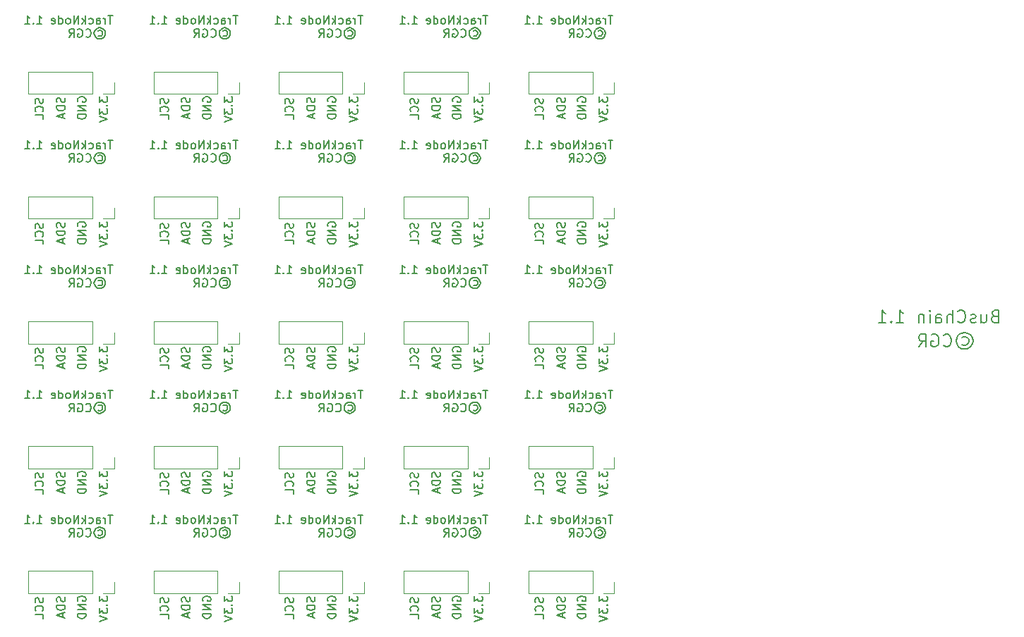
<source format=gbr>
%TF.GenerationSoftware,KiCad,Pcbnew,7.0.1*%
%TF.CreationDate,2025-01-23T23:42:59-05:00*%
%TF.ProjectId,Combined_Stencil2,436f6d62-696e-4656-945f-5374656e6369,rev?*%
%TF.SameCoordinates,Original*%
%TF.FileFunction,Legend,Bot*%
%TF.FilePolarity,Positive*%
%FSLAX46Y46*%
G04 Gerber Fmt 4.6, Leading zero omitted, Abs format (unit mm)*
G04 Created by KiCad (PCBNEW 7.0.1) date 2025-01-23 23:42:59*
%MOMM*%
%LPD*%
G01*
G04 APERTURE LIST*
%ADD10C,0.150000*%
%ADD11C,0.120000*%
G04 APERTURE END LIST*
D10*
X142658571Y-69473571D02*
X142801428Y-69402142D01*
X142801428Y-69402142D02*
X143087142Y-69402142D01*
X143087142Y-69402142D02*
X143230000Y-69473571D01*
X143230000Y-69473571D02*
X143372857Y-69616428D01*
X143372857Y-69616428D02*
X143444285Y-69759285D01*
X143444285Y-69759285D02*
X143444285Y-70045000D01*
X143444285Y-70045000D02*
X143372857Y-70187857D01*
X143372857Y-70187857D02*
X143230000Y-70330714D01*
X143230000Y-70330714D02*
X143087142Y-70402142D01*
X143087142Y-70402142D02*
X142801428Y-70402142D01*
X142801428Y-70402142D02*
X142658571Y-70330714D01*
X142944285Y-68902142D02*
X143301428Y-68973571D01*
X143301428Y-68973571D02*
X143658571Y-69187857D01*
X143658571Y-69187857D02*
X143872857Y-69545000D01*
X143872857Y-69545000D02*
X143944285Y-69902142D01*
X143944285Y-69902142D02*
X143872857Y-70259285D01*
X143872857Y-70259285D02*
X143658571Y-70616428D01*
X143658571Y-70616428D02*
X143301428Y-70830714D01*
X143301428Y-70830714D02*
X142944285Y-70902142D01*
X142944285Y-70902142D02*
X142587142Y-70830714D01*
X142587142Y-70830714D02*
X142230000Y-70616428D01*
X142230000Y-70616428D02*
X142015714Y-70259285D01*
X142015714Y-70259285D02*
X141944285Y-69902142D01*
X141944285Y-69902142D02*
X142015714Y-69545000D01*
X142015714Y-69545000D02*
X142230000Y-69187857D01*
X142230000Y-69187857D02*
X142587142Y-68973571D01*
X142587142Y-68973571D02*
X142944285Y-68902142D01*
X140444285Y-70473571D02*
X140515713Y-70545000D01*
X140515713Y-70545000D02*
X140729999Y-70616428D01*
X140729999Y-70616428D02*
X140872856Y-70616428D01*
X140872856Y-70616428D02*
X141087142Y-70545000D01*
X141087142Y-70545000D02*
X141229999Y-70402142D01*
X141229999Y-70402142D02*
X141301428Y-70259285D01*
X141301428Y-70259285D02*
X141372856Y-69973571D01*
X141372856Y-69973571D02*
X141372856Y-69759285D01*
X141372856Y-69759285D02*
X141301428Y-69473571D01*
X141301428Y-69473571D02*
X141229999Y-69330714D01*
X141229999Y-69330714D02*
X141087142Y-69187857D01*
X141087142Y-69187857D02*
X140872856Y-69116428D01*
X140872856Y-69116428D02*
X140729999Y-69116428D01*
X140729999Y-69116428D02*
X140515713Y-69187857D01*
X140515713Y-69187857D02*
X140444285Y-69259285D01*
X139015713Y-69187857D02*
X139158571Y-69116428D01*
X139158571Y-69116428D02*
X139372856Y-69116428D01*
X139372856Y-69116428D02*
X139587142Y-69187857D01*
X139587142Y-69187857D02*
X139729999Y-69330714D01*
X139729999Y-69330714D02*
X139801428Y-69473571D01*
X139801428Y-69473571D02*
X139872856Y-69759285D01*
X139872856Y-69759285D02*
X139872856Y-69973571D01*
X139872856Y-69973571D02*
X139801428Y-70259285D01*
X139801428Y-70259285D02*
X139729999Y-70402142D01*
X139729999Y-70402142D02*
X139587142Y-70545000D01*
X139587142Y-70545000D02*
X139372856Y-70616428D01*
X139372856Y-70616428D02*
X139229999Y-70616428D01*
X139229999Y-70616428D02*
X139015713Y-70545000D01*
X139015713Y-70545000D02*
X138944285Y-70473571D01*
X138944285Y-70473571D02*
X138944285Y-69973571D01*
X138944285Y-69973571D02*
X139229999Y-69973571D01*
X137444285Y-70616428D02*
X137944285Y-69902142D01*
X138301428Y-70616428D02*
X138301428Y-69116428D01*
X138301428Y-69116428D02*
X137729999Y-69116428D01*
X137729999Y-69116428D02*
X137587142Y-69187857D01*
X137587142Y-69187857D02*
X137515713Y-69259285D01*
X137515713Y-69259285D02*
X137444285Y-69402142D01*
X137444285Y-69402142D02*
X137444285Y-69616428D01*
X137444285Y-69616428D02*
X137515713Y-69759285D01*
X137515713Y-69759285D02*
X137587142Y-69830714D01*
X137587142Y-69830714D02*
X137729999Y-69902142D01*
X137729999Y-69902142D02*
X138301428Y-69902142D01*
X146572857Y-66930714D02*
X146358571Y-67002142D01*
X146358571Y-67002142D02*
X146287142Y-67073571D01*
X146287142Y-67073571D02*
X146215714Y-67216428D01*
X146215714Y-67216428D02*
X146215714Y-67430714D01*
X146215714Y-67430714D02*
X146287142Y-67573571D01*
X146287142Y-67573571D02*
X146358571Y-67645000D01*
X146358571Y-67645000D02*
X146501428Y-67716428D01*
X146501428Y-67716428D02*
X147072857Y-67716428D01*
X147072857Y-67716428D02*
X147072857Y-66216428D01*
X147072857Y-66216428D02*
X146572857Y-66216428D01*
X146572857Y-66216428D02*
X146430000Y-66287857D01*
X146430000Y-66287857D02*
X146358571Y-66359285D01*
X146358571Y-66359285D02*
X146287142Y-66502142D01*
X146287142Y-66502142D02*
X146287142Y-66645000D01*
X146287142Y-66645000D02*
X146358571Y-66787857D01*
X146358571Y-66787857D02*
X146430000Y-66859285D01*
X146430000Y-66859285D02*
X146572857Y-66930714D01*
X146572857Y-66930714D02*
X147072857Y-66930714D01*
X144930000Y-66716428D02*
X144930000Y-67716428D01*
X145572857Y-66716428D02*
X145572857Y-67502142D01*
X145572857Y-67502142D02*
X145501428Y-67645000D01*
X145501428Y-67645000D02*
X145358571Y-67716428D01*
X145358571Y-67716428D02*
X145144285Y-67716428D01*
X145144285Y-67716428D02*
X145001428Y-67645000D01*
X145001428Y-67645000D02*
X144930000Y-67573571D01*
X144287142Y-67645000D02*
X144144285Y-67716428D01*
X144144285Y-67716428D02*
X143858571Y-67716428D01*
X143858571Y-67716428D02*
X143715714Y-67645000D01*
X143715714Y-67645000D02*
X143644285Y-67502142D01*
X143644285Y-67502142D02*
X143644285Y-67430714D01*
X143644285Y-67430714D02*
X143715714Y-67287857D01*
X143715714Y-67287857D02*
X143858571Y-67216428D01*
X143858571Y-67216428D02*
X144072857Y-67216428D01*
X144072857Y-67216428D02*
X144215714Y-67145000D01*
X144215714Y-67145000D02*
X144287142Y-67002142D01*
X144287142Y-67002142D02*
X144287142Y-66930714D01*
X144287142Y-66930714D02*
X144215714Y-66787857D01*
X144215714Y-66787857D02*
X144072857Y-66716428D01*
X144072857Y-66716428D02*
X143858571Y-66716428D01*
X143858571Y-66716428D02*
X143715714Y-66787857D01*
X142144285Y-67573571D02*
X142215713Y-67645000D01*
X142215713Y-67645000D02*
X142429999Y-67716428D01*
X142429999Y-67716428D02*
X142572856Y-67716428D01*
X142572856Y-67716428D02*
X142787142Y-67645000D01*
X142787142Y-67645000D02*
X142929999Y-67502142D01*
X142929999Y-67502142D02*
X143001428Y-67359285D01*
X143001428Y-67359285D02*
X143072856Y-67073571D01*
X143072856Y-67073571D02*
X143072856Y-66859285D01*
X143072856Y-66859285D02*
X143001428Y-66573571D01*
X143001428Y-66573571D02*
X142929999Y-66430714D01*
X142929999Y-66430714D02*
X142787142Y-66287857D01*
X142787142Y-66287857D02*
X142572856Y-66216428D01*
X142572856Y-66216428D02*
X142429999Y-66216428D01*
X142429999Y-66216428D02*
X142215713Y-66287857D01*
X142215713Y-66287857D02*
X142144285Y-66359285D01*
X141501428Y-67716428D02*
X141501428Y-66216428D01*
X140858571Y-67716428D02*
X140858571Y-66930714D01*
X140858571Y-66930714D02*
X140929999Y-66787857D01*
X140929999Y-66787857D02*
X141072856Y-66716428D01*
X141072856Y-66716428D02*
X141287142Y-66716428D01*
X141287142Y-66716428D02*
X141429999Y-66787857D01*
X141429999Y-66787857D02*
X141501428Y-66859285D01*
X139501428Y-67716428D02*
X139501428Y-66930714D01*
X139501428Y-66930714D02*
X139572856Y-66787857D01*
X139572856Y-66787857D02*
X139715713Y-66716428D01*
X139715713Y-66716428D02*
X140001428Y-66716428D01*
X140001428Y-66716428D02*
X140144285Y-66787857D01*
X139501428Y-67645000D02*
X139644285Y-67716428D01*
X139644285Y-67716428D02*
X140001428Y-67716428D01*
X140001428Y-67716428D02*
X140144285Y-67645000D01*
X140144285Y-67645000D02*
X140215713Y-67502142D01*
X140215713Y-67502142D02*
X140215713Y-67359285D01*
X140215713Y-67359285D02*
X140144285Y-67216428D01*
X140144285Y-67216428D02*
X140001428Y-67145000D01*
X140001428Y-67145000D02*
X139644285Y-67145000D01*
X139644285Y-67145000D02*
X139501428Y-67073571D01*
X138787142Y-67716428D02*
X138787142Y-66716428D01*
X138787142Y-66216428D02*
X138858570Y-66287857D01*
X138858570Y-66287857D02*
X138787142Y-66359285D01*
X138787142Y-66359285D02*
X138715713Y-66287857D01*
X138715713Y-66287857D02*
X138787142Y-66216428D01*
X138787142Y-66216428D02*
X138787142Y-66359285D01*
X138072856Y-66716428D02*
X138072856Y-67716428D01*
X138072856Y-66859285D02*
X138001427Y-66787857D01*
X138001427Y-66787857D02*
X137858570Y-66716428D01*
X137858570Y-66716428D02*
X137644284Y-66716428D01*
X137644284Y-66716428D02*
X137501427Y-66787857D01*
X137501427Y-66787857D02*
X137429999Y-66930714D01*
X137429999Y-66930714D02*
X137429999Y-67716428D01*
X134787141Y-67716428D02*
X135644284Y-67716428D01*
X135215713Y-67716428D02*
X135215713Y-66216428D01*
X135215713Y-66216428D02*
X135358570Y-66430714D01*
X135358570Y-66430714D02*
X135501427Y-66573571D01*
X135501427Y-66573571D02*
X135644284Y-66645000D01*
X134144285Y-67573571D02*
X134072856Y-67645000D01*
X134072856Y-67645000D02*
X134144285Y-67716428D01*
X134144285Y-67716428D02*
X134215713Y-67645000D01*
X134215713Y-67645000D02*
X134144285Y-67573571D01*
X134144285Y-67573571D02*
X134144285Y-67716428D01*
X132644284Y-67716428D02*
X133501427Y-67716428D01*
X133072856Y-67716428D02*
X133072856Y-66216428D01*
X133072856Y-66216428D02*
X133215713Y-66430714D01*
X133215713Y-66430714D02*
X133358570Y-66573571D01*
X133358570Y-66573571D02*
X133501427Y-66645000D01*
X64980000Y-100690476D02*
X65027619Y-100833333D01*
X65027619Y-100833333D02*
X65027619Y-101071428D01*
X65027619Y-101071428D02*
X64980000Y-101166666D01*
X64980000Y-101166666D02*
X64932380Y-101214285D01*
X64932380Y-101214285D02*
X64837142Y-101261904D01*
X64837142Y-101261904D02*
X64741904Y-101261904D01*
X64741904Y-101261904D02*
X64646666Y-101214285D01*
X64646666Y-101214285D02*
X64599047Y-101166666D01*
X64599047Y-101166666D02*
X64551428Y-101071428D01*
X64551428Y-101071428D02*
X64503809Y-100880952D01*
X64503809Y-100880952D02*
X64456190Y-100785714D01*
X64456190Y-100785714D02*
X64408571Y-100738095D01*
X64408571Y-100738095D02*
X64313333Y-100690476D01*
X64313333Y-100690476D02*
X64218095Y-100690476D01*
X64218095Y-100690476D02*
X64122857Y-100738095D01*
X64122857Y-100738095D02*
X64075238Y-100785714D01*
X64075238Y-100785714D02*
X64027619Y-100880952D01*
X64027619Y-100880952D02*
X64027619Y-101119047D01*
X64027619Y-101119047D02*
X64075238Y-101261904D01*
X65027619Y-101690476D02*
X64027619Y-101690476D01*
X64027619Y-101690476D02*
X64027619Y-101928571D01*
X64027619Y-101928571D02*
X64075238Y-102071428D01*
X64075238Y-102071428D02*
X64170476Y-102166666D01*
X64170476Y-102166666D02*
X64265714Y-102214285D01*
X64265714Y-102214285D02*
X64456190Y-102261904D01*
X64456190Y-102261904D02*
X64599047Y-102261904D01*
X64599047Y-102261904D02*
X64789523Y-102214285D01*
X64789523Y-102214285D02*
X64884761Y-102166666D01*
X64884761Y-102166666D02*
X64980000Y-102071428D01*
X64980000Y-102071428D02*
X65027619Y-101928571D01*
X65027619Y-101928571D02*
X65027619Y-101690476D01*
X64741904Y-102642857D02*
X64741904Y-103119047D01*
X65027619Y-102547619D02*
X64027619Y-102880952D01*
X64027619Y-102880952D02*
X65027619Y-103214285D01*
X54127619Y-85592857D02*
X54127619Y-86211904D01*
X54127619Y-86211904D02*
X54508571Y-85878571D01*
X54508571Y-85878571D02*
X54508571Y-86021428D01*
X54508571Y-86021428D02*
X54556190Y-86116666D01*
X54556190Y-86116666D02*
X54603809Y-86164285D01*
X54603809Y-86164285D02*
X54699047Y-86211904D01*
X54699047Y-86211904D02*
X54937142Y-86211904D01*
X54937142Y-86211904D02*
X55032380Y-86164285D01*
X55032380Y-86164285D02*
X55080000Y-86116666D01*
X55080000Y-86116666D02*
X55127619Y-86021428D01*
X55127619Y-86021428D02*
X55127619Y-85735714D01*
X55127619Y-85735714D02*
X55080000Y-85640476D01*
X55080000Y-85640476D02*
X55032380Y-85592857D01*
X55032380Y-86640476D02*
X55080000Y-86688095D01*
X55080000Y-86688095D02*
X55127619Y-86640476D01*
X55127619Y-86640476D02*
X55080000Y-86592857D01*
X55080000Y-86592857D02*
X55032380Y-86640476D01*
X55032380Y-86640476D02*
X55127619Y-86640476D01*
X54127619Y-87021428D02*
X54127619Y-87640475D01*
X54127619Y-87640475D02*
X54508571Y-87307142D01*
X54508571Y-87307142D02*
X54508571Y-87449999D01*
X54508571Y-87449999D02*
X54556190Y-87545237D01*
X54556190Y-87545237D02*
X54603809Y-87592856D01*
X54603809Y-87592856D02*
X54699047Y-87640475D01*
X54699047Y-87640475D02*
X54937142Y-87640475D01*
X54937142Y-87640475D02*
X55032380Y-87592856D01*
X55032380Y-87592856D02*
X55080000Y-87545237D01*
X55080000Y-87545237D02*
X55127619Y-87449999D01*
X55127619Y-87449999D02*
X55127619Y-87164285D01*
X55127619Y-87164285D02*
X55080000Y-87069047D01*
X55080000Y-87069047D02*
X55032380Y-87021428D01*
X54127619Y-87926190D02*
X55127619Y-88259523D01*
X55127619Y-88259523D02*
X54127619Y-88592856D01*
X100754761Y-30827619D02*
X100183333Y-30827619D01*
X100469047Y-31827619D02*
X100469047Y-30827619D01*
X99849999Y-31827619D02*
X99849999Y-31160952D01*
X99849999Y-31351428D02*
X99802380Y-31256190D01*
X99802380Y-31256190D02*
X99754761Y-31208571D01*
X99754761Y-31208571D02*
X99659523Y-31160952D01*
X99659523Y-31160952D02*
X99564285Y-31160952D01*
X98802380Y-31827619D02*
X98802380Y-31303809D01*
X98802380Y-31303809D02*
X98849999Y-31208571D01*
X98849999Y-31208571D02*
X98945237Y-31160952D01*
X98945237Y-31160952D02*
X99135713Y-31160952D01*
X99135713Y-31160952D02*
X99230951Y-31208571D01*
X98802380Y-31780000D02*
X98897618Y-31827619D01*
X98897618Y-31827619D02*
X99135713Y-31827619D01*
X99135713Y-31827619D02*
X99230951Y-31780000D01*
X99230951Y-31780000D02*
X99278570Y-31684761D01*
X99278570Y-31684761D02*
X99278570Y-31589523D01*
X99278570Y-31589523D02*
X99230951Y-31494285D01*
X99230951Y-31494285D02*
X99135713Y-31446666D01*
X99135713Y-31446666D02*
X98897618Y-31446666D01*
X98897618Y-31446666D02*
X98802380Y-31399047D01*
X97897618Y-31780000D02*
X97992856Y-31827619D01*
X97992856Y-31827619D02*
X98183332Y-31827619D01*
X98183332Y-31827619D02*
X98278570Y-31780000D01*
X98278570Y-31780000D02*
X98326189Y-31732380D01*
X98326189Y-31732380D02*
X98373808Y-31637142D01*
X98373808Y-31637142D02*
X98373808Y-31351428D01*
X98373808Y-31351428D02*
X98326189Y-31256190D01*
X98326189Y-31256190D02*
X98278570Y-31208571D01*
X98278570Y-31208571D02*
X98183332Y-31160952D01*
X98183332Y-31160952D02*
X97992856Y-31160952D01*
X97992856Y-31160952D02*
X97897618Y-31208571D01*
X97469046Y-31827619D02*
X97469046Y-30827619D01*
X97373808Y-31446666D02*
X97088094Y-31827619D01*
X97088094Y-31160952D02*
X97469046Y-31541904D01*
X96659522Y-31827619D02*
X96659522Y-30827619D01*
X96659522Y-30827619D02*
X96088094Y-31827619D01*
X96088094Y-31827619D02*
X96088094Y-30827619D01*
X95469046Y-31827619D02*
X95564284Y-31780000D01*
X95564284Y-31780000D02*
X95611903Y-31732380D01*
X95611903Y-31732380D02*
X95659522Y-31637142D01*
X95659522Y-31637142D02*
X95659522Y-31351428D01*
X95659522Y-31351428D02*
X95611903Y-31256190D01*
X95611903Y-31256190D02*
X95564284Y-31208571D01*
X95564284Y-31208571D02*
X95469046Y-31160952D01*
X95469046Y-31160952D02*
X95326189Y-31160952D01*
X95326189Y-31160952D02*
X95230951Y-31208571D01*
X95230951Y-31208571D02*
X95183332Y-31256190D01*
X95183332Y-31256190D02*
X95135713Y-31351428D01*
X95135713Y-31351428D02*
X95135713Y-31637142D01*
X95135713Y-31637142D02*
X95183332Y-31732380D01*
X95183332Y-31732380D02*
X95230951Y-31780000D01*
X95230951Y-31780000D02*
X95326189Y-31827619D01*
X95326189Y-31827619D02*
X95469046Y-31827619D01*
X94278570Y-31827619D02*
X94278570Y-30827619D01*
X94278570Y-31780000D02*
X94373808Y-31827619D01*
X94373808Y-31827619D02*
X94564284Y-31827619D01*
X94564284Y-31827619D02*
X94659522Y-31780000D01*
X94659522Y-31780000D02*
X94707141Y-31732380D01*
X94707141Y-31732380D02*
X94754760Y-31637142D01*
X94754760Y-31637142D02*
X94754760Y-31351428D01*
X94754760Y-31351428D02*
X94707141Y-31256190D01*
X94707141Y-31256190D02*
X94659522Y-31208571D01*
X94659522Y-31208571D02*
X94564284Y-31160952D01*
X94564284Y-31160952D02*
X94373808Y-31160952D01*
X94373808Y-31160952D02*
X94278570Y-31208571D01*
X93421427Y-31780000D02*
X93516665Y-31827619D01*
X93516665Y-31827619D02*
X93707141Y-31827619D01*
X93707141Y-31827619D02*
X93802379Y-31780000D01*
X93802379Y-31780000D02*
X93849998Y-31684761D01*
X93849998Y-31684761D02*
X93849998Y-31303809D01*
X93849998Y-31303809D02*
X93802379Y-31208571D01*
X93802379Y-31208571D02*
X93707141Y-31160952D01*
X93707141Y-31160952D02*
X93516665Y-31160952D01*
X93516665Y-31160952D02*
X93421427Y-31208571D01*
X93421427Y-31208571D02*
X93373808Y-31303809D01*
X93373808Y-31303809D02*
X93373808Y-31399047D01*
X93373808Y-31399047D02*
X93849998Y-31494285D01*
X91659522Y-31827619D02*
X92230950Y-31827619D01*
X91945236Y-31827619D02*
X91945236Y-30827619D01*
X91945236Y-30827619D02*
X92040474Y-30970476D01*
X92040474Y-30970476D02*
X92135712Y-31065714D01*
X92135712Y-31065714D02*
X92230950Y-31113333D01*
X91230950Y-31732380D02*
X91183331Y-31780000D01*
X91183331Y-31780000D02*
X91230950Y-31827619D01*
X91230950Y-31827619D02*
X91278569Y-31780000D01*
X91278569Y-31780000D02*
X91230950Y-31732380D01*
X91230950Y-31732380D02*
X91230950Y-31827619D01*
X90230951Y-31827619D02*
X90802379Y-31827619D01*
X90516665Y-31827619D02*
X90516665Y-30827619D01*
X90516665Y-30827619D02*
X90611903Y-30970476D01*
X90611903Y-30970476D02*
X90707141Y-31065714D01*
X90707141Y-31065714D02*
X90802379Y-31113333D01*
X77380000Y-85790476D02*
X77427619Y-85933333D01*
X77427619Y-85933333D02*
X77427619Y-86171428D01*
X77427619Y-86171428D02*
X77380000Y-86266666D01*
X77380000Y-86266666D02*
X77332380Y-86314285D01*
X77332380Y-86314285D02*
X77237142Y-86361904D01*
X77237142Y-86361904D02*
X77141904Y-86361904D01*
X77141904Y-86361904D02*
X77046666Y-86314285D01*
X77046666Y-86314285D02*
X76999047Y-86266666D01*
X76999047Y-86266666D02*
X76951428Y-86171428D01*
X76951428Y-86171428D02*
X76903809Y-85980952D01*
X76903809Y-85980952D02*
X76856190Y-85885714D01*
X76856190Y-85885714D02*
X76808571Y-85838095D01*
X76808571Y-85838095D02*
X76713333Y-85790476D01*
X76713333Y-85790476D02*
X76618095Y-85790476D01*
X76618095Y-85790476D02*
X76522857Y-85838095D01*
X76522857Y-85838095D02*
X76475238Y-85885714D01*
X76475238Y-85885714D02*
X76427619Y-85980952D01*
X76427619Y-85980952D02*
X76427619Y-86219047D01*
X76427619Y-86219047D02*
X76475238Y-86361904D01*
X77332380Y-87361904D02*
X77380000Y-87314285D01*
X77380000Y-87314285D02*
X77427619Y-87171428D01*
X77427619Y-87171428D02*
X77427619Y-87076190D01*
X77427619Y-87076190D02*
X77380000Y-86933333D01*
X77380000Y-86933333D02*
X77284761Y-86838095D01*
X77284761Y-86838095D02*
X77189523Y-86790476D01*
X77189523Y-86790476D02*
X76999047Y-86742857D01*
X76999047Y-86742857D02*
X76856190Y-86742857D01*
X76856190Y-86742857D02*
X76665714Y-86790476D01*
X76665714Y-86790476D02*
X76570476Y-86838095D01*
X76570476Y-86838095D02*
X76475238Y-86933333D01*
X76475238Y-86933333D02*
X76427619Y-87076190D01*
X76427619Y-87076190D02*
X76427619Y-87171428D01*
X76427619Y-87171428D02*
X76475238Y-87314285D01*
X76475238Y-87314285D02*
X76522857Y-87361904D01*
X77427619Y-88266666D02*
X77427619Y-87790476D01*
X77427619Y-87790476D02*
X76427619Y-87790476D01*
X84127619Y-40592857D02*
X84127619Y-41211904D01*
X84127619Y-41211904D02*
X84508571Y-40878571D01*
X84508571Y-40878571D02*
X84508571Y-41021428D01*
X84508571Y-41021428D02*
X84556190Y-41116666D01*
X84556190Y-41116666D02*
X84603809Y-41164285D01*
X84603809Y-41164285D02*
X84699047Y-41211904D01*
X84699047Y-41211904D02*
X84937142Y-41211904D01*
X84937142Y-41211904D02*
X85032380Y-41164285D01*
X85032380Y-41164285D02*
X85080000Y-41116666D01*
X85080000Y-41116666D02*
X85127619Y-41021428D01*
X85127619Y-41021428D02*
X85127619Y-40735714D01*
X85127619Y-40735714D02*
X85080000Y-40640476D01*
X85080000Y-40640476D02*
X85032380Y-40592857D01*
X85032380Y-41640476D02*
X85080000Y-41688095D01*
X85080000Y-41688095D02*
X85127619Y-41640476D01*
X85127619Y-41640476D02*
X85080000Y-41592857D01*
X85080000Y-41592857D02*
X85032380Y-41640476D01*
X85032380Y-41640476D02*
X85127619Y-41640476D01*
X84127619Y-42021428D02*
X84127619Y-42640475D01*
X84127619Y-42640475D02*
X84508571Y-42307142D01*
X84508571Y-42307142D02*
X84508571Y-42449999D01*
X84508571Y-42449999D02*
X84556190Y-42545237D01*
X84556190Y-42545237D02*
X84603809Y-42592856D01*
X84603809Y-42592856D02*
X84699047Y-42640475D01*
X84699047Y-42640475D02*
X84937142Y-42640475D01*
X84937142Y-42640475D02*
X85032380Y-42592856D01*
X85032380Y-42592856D02*
X85080000Y-42545237D01*
X85080000Y-42545237D02*
X85127619Y-42449999D01*
X85127619Y-42449999D02*
X85127619Y-42164285D01*
X85127619Y-42164285D02*
X85080000Y-42069047D01*
X85080000Y-42069047D02*
X85032380Y-42021428D01*
X84127619Y-42926190D02*
X85127619Y-43259523D01*
X85127619Y-43259523D02*
X84127619Y-43592856D01*
X99127619Y-40592857D02*
X99127619Y-41211904D01*
X99127619Y-41211904D02*
X99508571Y-40878571D01*
X99508571Y-40878571D02*
X99508571Y-41021428D01*
X99508571Y-41021428D02*
X99556190Y-41116666D01*
X99556190Y-41116666D02*
X99603809Y-41164285D01*
X99603809Y-41164285D02*
X99699047Y-41211904D01*
X99699047Y-41211904D02*
X99937142Y-41211904D01*
X99937142Y-41211904D02*
X100032380Y-41164285D01*
X100032380Y-41164285D02*
X100080000Y-41116666D01*
X100080000Y-41116666D02*
X100127619Y-41021428D01*
X100127619Y-41021428D02*
X100127619Y-40735714D01*
X100127619Y-40735714D02*
X100080000Y-40640476D01*
X100080000Y-40640476D02*
X100032380Y-40592857D01*
X100032380Y-41640476D02*
X100080000Y-41688095D01*
X100080000Y-41688095D02*
X100127619Y-41640476D01*
X100127619Y-41640476D02*
X100080000Y-41592857D01*
X100080000Y-41592857D02*
X100032380Y-41640476D01*
X100032380Y-41640476D02*
X100127619Y-41640476D01*
X99127619Y-42021428D02*
X99127619Y-42640475D01*
X99127619Y-42640475D02*
X99508571Y-42307142D01*
X99508571Y-42307142D02*
X99508571Y-42449999D01*
X99508571Y-42449999D02*
X99556190Y-42545237D01*
X99556190Y-42545237D02*
X99603809Y-42592856D01*
X99603809Y-42592856D02*
X99699047Y-42640475D01*
X99699047Y-42640475D02*
X99937142Y-42640475D01*
X99937142Y-42640475D02*
X100032380Y-42592856D01*
X100032380Y-42592856D02*
X100080000Y-42545237D01*
X100080000Y-42545237D02*
X100127619Y-42449999D01*
X100127619Y-42449999D02*
X100127619Y-42164285D01*
X100127619Y-42164285D02*
X100080000Y-42069047D01*
X100080000Y-42069047D02*
X100032380Y-42021428D01*
X99127619Y-42926190D02*
X100127619Y-43259523D01*
X100127619Y-43259523D02*
X99127619Y-43592856D01*
X79980000Y-70690476D02*
X80027619Y-70833333D01*
X80027619Y-70833333D02*
X80027619Y-71071428D01*
X80027619Y-71071428D02*
X79980000Y-71166666D01*
X79980000Y-71166666D02*
X79932380Y-71214285D01*
X79932380Y-71214285D02*
X79837142Y-71261904D01*
X79837142Y-71261904D02*
X79741904Y-71261904D01*
X79741904Y-71261904D02*
X79646666Y-71214285D01*
X79646666Y-71214285D02*
X79599047Y-71166666D01*
X79599047Y-71166666D02*
X79551428Y-71071428D01*
X79551428Y-71071428D02*
X79503809Y-70880952D01*
X79503809Y-70880952D02*
X79456190Y-70785714D01*
X79456190Y-70785714D02*
X79408571Y-70738095D01*
X79408571Y-70738095D02*
X79313333Y-70690476D01*
X79313333Y-70690476D02*
X79218095Y-70690476D01*
X79218095Y-70690476D02*
X79122857Y-70738095D01*
X79122857Y-70738095D02*
X79075238Y-70785714D01*
X79075238Y-70785714D02*
X79027619Y-70880952D01*
X79027619Y-70880952D02*
X79027619Y-71119047D01*
X79027619Y-71119047D02*
X79075238Y-71261904D01*
X80027619Y-71690476D02*
X79027619Y-71690476D01*
X79027619Y-71690476D02*
X79027619Y-71928571D01*
X79027619Y-71928571D02*
X79075238Y-72071428D01*
X79075238Y-72071428D02*
X79170476Y-72166666D01*
X79170476Y-72166666D02*
X79265714Y-72214285D01*
X79265714Y-72214285D02*
X79456190Y-72261904D01*
X79456190Y-72261904D02*
X79599047Y-72261904D01*
X79599047Y-72261904D02*
X79789523Y-72214285D01*
X79789523Y-72214285D02*
X79884761Y-72166666D01*
X79884761Y-72166666D02*
X79980000Y-72071428D01*
X79980000Y-72071428D02*
X80027619Y-71928571D01*
X80027619Y-71928571D02*
X80027619Y-71690476D01*
X79741904Y-72642857D02*
X79741904Y-73119047D01*
X80027619Y-72547619D02*
X79027619Y-72880952D01*
X79027619Y-72880952D02*
X80027619Y-73214285D01*
X47380000Y-40790476D02*
X47427619Y-40933333D01*
X47427619Y-40933333D02*
X47427619Y-41171428D01*
X47427619Y-41171428D02*
X47380000Y-41266666D01*
X47380000Y-41266666D02*
X47332380Y-41314285D01*
X47332380Y-41314285D02*
X47237142Y-41361904D01*
X47237142Y-41361904D02*
X47141904Y-41361904D01*
X47141904Y-41361904D02*
X47046666Y-41314285D01*
X47046666Y-41314285D02*
X46999047Y-41266666D01*
X46999047Y-41266666D02*
X46951428Y-41171428D01*
X46951428Y-41171428D02*
X46903809Y-40980952D01*
X46903809Y-40980952D02*
X46856190Y-40885714D01*
X46856190Y-40885714D02*
X46808571Y-40838095D01*
X46808571Y-40838095D02*
X46713333Y-40790476D01*
X46713333Y-40790476D02*
X46618095Y-40790476D01*
X46618095Y-40790476D02*
X46522857Y-40838095D01*
X46522857Y-40838095D02*
X46475238Y-40885714D01*
X46475238Y-40885714D02*
X46427619Y-40980952D01*
X46427619Y-40980952D02*
X46427619Y-41219047D01*
X46427619Y-41219047D02*
X46475238Y-41361904D01*
X47332380Y-42361904D02*
X47380000Y-42314285D01*
X47380000Y-42314285D02*
X47427619Y-42171428D01*
X47427619Y-42171428D02*
X47427619Y-42076190D01*
X47427619Y-42076190D02*
X47380000Y-41933333D01*
X47380000Y-41933333D02*
X47284761Y-41838095D01*
X47284761Y-41838095D02*
X47189523Y-41790476D01*
X47189523Y-41790476D02*
X46999047Y-41742857D01*
X46999047Y-41742857D02*
X46856190Y-41742857D01*
X46856190Y-41742857D02*
X46665714Y-41790476D01*
X46665714Y-41790476D02*
X46570476Y-41838095D01*
X46570476Y-41838095D02*
X46475238Y-41933333D01*
X46475238Y-41933333D02*
X46427619Y-42076190D01*
X46427619Y-42076190D02*
X46427619Y-42171428D01*
X46427619Y-42171428D02*
X46475238Y-42314285D01*
X46475238Y-42314285D02*
X46522857Y-42361904D01*
X47427619Y-43266666D02*
X47427619Y-42790476D01*
X47427619Y-42790476D02*
X46427619Y-42790476D01*
X54127619Y-40592857D02*
X54127619Y-41211904D01*
X54127619Y-41211904D02*
X54508571Y-40878571D01*
X54508571Y-40878571D02*
X54508571Y-41021428D01*
X54508571Y-41021428D02*
X54556190Y-41116666D01*
X54556190Y-41116666D02*
X54603809Y-41164285D01*
X54603809Y-41164285D02*
X54699047Y-41211904D01*
X54699047Y-41211904D02*
X54937142Y-41211904D01*
X54937142Y-41211904D02*
X55032380Y-41164285D01*
X55032380Y-41164285D02*
X55080000Y-41116666D01*
X55080000Y-41116666D02*
X55127619Y-41021428D01*
X55127619Y-41021428D02*
X55127619Y-40735714D01*
X55127619Y-40735714D02*
X55080000Y-40640476D01*
X55080000Y-40640476D02*
X55032380Y-40592857D01*
X55032380Y-41640476D02*
X55080000Y-41688095D01*
X55080000Y-41688095D02*
X55127619Y-41640476D01*
X55127619Y-41640476D02*
X55080000Y-41592857D01*
X55080000Y-41592857D02*
X55032380Y-41640476D01*
X55032380Y-41640476D02*
X55127619Y-41640476D01*
X54127619Y-42021428D02*
X54127619Y-42640475D01*
X54127619Y-42640475D02*
X54508571Y-42307142D01*
X54508571Y-42307142D02*
X54508571Y-42449999D01*
X54508571Y-42449999D02*
X54556190Y-42545237D01*
X54556190Y-42545237D02*
X54603809Y-42592856D01*
X54603809Y-42592856D02*
X54699047Y-42640475D01*
X54699047Y-42640475D02*
X54937142Y-42640475D01*
X54937142Y-42640475D02*
X55032380Y-42592856D01*
X55032380Y-42592856D02*
X55080000Y-42545237D01*
X55080000Y-42545237D02*
X55127619Y-42449999D01*
X55127619Y-42449999D02*
X55127619Y-42164285D01*
X55127619Y-42164285D02*
X55080000Y-42069047D01*
X55080000Y-42069047D02*
X55032380Y-42021428D01*
X54127619Y-42926190D02*
X55127619Y-43259523D01*
X55127619Y-43259523D02*
X54127619Y-43592856D01*
X100754761Y-60827619D02*
X100183333Y-60827619D01*
X100469047Y-61827619D02*
X100469047Y-60827619D01*
X99849999Y-61827619D02*
X99849999Y-61160952D01*
X99849999Y-61351428D02*
X99802380Y-61256190D01*
X99802380Y-61256190D02*
X99754761Y-61208571D01*
X99754761Y-61208571D02*
X99659523Y-61160952D01*
X99659523Y-61160952D02*
X99564285Y-61160952D01*
X98802380Y-61827619D02*
X98802380Y-61303809D01*
X98802380Y-61303809D02*
X98849999Y-61208571D01*
X98849999Y-61208571D02*
X98945237Y-61160952D01*
X98945237Y-61160952D02*
X99135713Y-61160952D01*
X99135713Y-61160952D02*
X99230951Y-61208571D01*
X98802380Y-61780000D02*
X98897618Y-61827619D01*
X98897618Y-61827619D02*
X99135713Y-61827619D01*
X99135713Y-61827619D02*
X99230951Y-61780000D01*
X99230951Y-61780000D02*
X99278570Y-61684761D01*
X99278570Y-61684761D02*
X99278570Y-61589523D01*
X99278570Y-61589523D02*
X99230951Y-61494285D01*
X99230951Y-61494285D02*
X99135713Y-61446666D01*
X99135713Y-61446666D02*
X98897618Y-61446666D01*
X98897618Y-61446666D02*
X98802380Y-61399047D01*
X97897618Y-61780000D02*
X97992856Y-61827619D01*
X97992856Y-61827619D02*
X98183332Y-61827619D01*
X98183332Y-61827619D02*
X98278570Y-61780000D01*
X98278570Y-61780000D02*
X98326189Y-61732380D01*
X98326189Y-61732380D02*
X98373808Y-61637142D01*
X98373808Y-61637142D02*
X98373808Y-61351428D01*
X98373808Y-61351428D02*
X98326189Y-61256190D01*
X98326189Y-61256190D02*
X98278570Y-61208571D01*
X98278570Y-61208571D02*
X98183332Y-61160952D01*
X98183332Y-61160952D02*
X97992856Y-61160952D01*
X97992856Y-61160952D02*
X97897618Y-61208571D01*
X97469046Y-61827619D02*
X97469046Y-60827619D01*
X97373808Y-61446666D02*
X97088094Y-61827619D01*
X97088094Y-61160952D02*
X97469046Y-61541904D01*
X96659522Y-61827619D02*
X96659522Y-60827619D01*
X96659522Y-60827619D02*
X96088094Y-61827619D01*
X96088094Y-61827619D02*
X96088094Y-60827619D01*
X95469046Y-61827619D02*
X95564284Y-61780000D01*
X95564284Y-61780000D02*
X95611903Y-61732380D01*
X95611903Y-61732380D02*
X95659522Y-61637142D01*
X95659522Y-61637142D02*
X95659522Y-61351428D01*
X95659522Y-61351428D02*
X95611903Y-61256190D01*
X95611903Y-61256190D02*
X95564284Y-61208571D01*
X95564284Y-61208571D02*
X95469046Y-61160952D01*
X95469046Y-61160952D02*
X95326189Y-61160952D01*
X95326189Y-61160952D02*
X95230951Y-61208571D01*
X95230951Y-61208571D02*
X95183332Y-61256190D01*
X95183332Y-61256190D02*
X95135713Y-61351428D01*
X95135713Y-61351428D02*
X95135713Y-61637142D01*
X95135713Y-61637142D02*
X95183332Y-61732380D01*
X95183332Y-61732380D02*
X95230951Y-61780000D01*
X95230951Y-61780000D02*
X95326189Y-61827619D01*
X95326189Y-61827619D02*
X95469046Y-61827619D01*
X94278570Y-61827619D02*
X94278570Y-60827619D01*
X94278570Y-61780000D02*
X94373808Y-61827619D01*
X94373808Y-61827619D02*
X94564284Y-61827619D01*
X94564284Y-61827619D02*
X94659522Y-61780000D01*
X94659522Y-61780000D02*
X94707141Y-61732380D01*
X94707141Y-61732380D02*
X94754760Y-61637142D01*
X94754760Y-61637142D02*
X94754760Y-61351428D01*
X94754760Y-61351428D02*
X94707141Y-61256190D01*
X94707141Y-61256190D02*
X94659522Y-61208571D01*
X94659522Y-61208571D02*
X94564284Y-61160952D01*
X94564284Y-61160952D02*
X94373808Y-61160952D01*
X94373808Y-61160952D02*
X94278570Y-61208571D01*
X93421427Y-61780000D02*
X93516665Y-61827619D01*
X93516665Y-61827619D02*
X93707141Y-61827619D01*
X93707141Y-61827619D02*
X93802379Y-61780000D01*
X93802379Y-61780000D02*
X93849998Y-61684761D01*
X93849998Y-61684761D02*
X93849998Y-61303809D01*
X93849998Y-61303809D02*
X93802379Y-61208571D01*
X93802379Y-61208571D02*
X93707141Y-61160952D01*
X93707141Y-61160952D02*
X93516665Y-61160952D01*
X93516665Y-61160952D02*
X93421427Y-61208571D01*
X93421427Y-61208571D02*
X93373808Y-61303809D01*
X93373808Y-61303809D02*
X93373808Y-61399047D01*
X93373808Y-61399047D02*
X93849998Y-61494285D01*
X91659522Y-61827619D02*
X92230950Y-61827619D01*
X91945236Y-61827619D02*
X91945236Y-60827619D01*
X91945236Y-60827619D02*
X92040474Y-60970476D01*
X92040474Y-60970476D02*
X92135712Y-61065714D01*
X92135712Y-61065714D02*
X92230950Y-61113333D01*
X91230950Y-61732380D02*
X91183331Y-61780000D01*
X91183331Y-61780000D02*
X91230950Y-61827619D01*
X91230950Y-61827619D02*
X91278569Y-61780000D01*
X91278569Y-61780000D02*
X91230950Y-61732380D01*
X91230950Y-61732380D02*
X91230950Y-61827619D01*
X90230951Y-61827619D02*
X90802379Y-61827619D01*
X90516665Y-61827619D02*
X90516665Y-60827619D01*
X90516665Y-60827619D02*
X90611903Y-60970476D01*
X90611903Y-60970476D02*
X90707141Y-61065714D01*
X90707141Y-61065714D02*
X90802379Y-61113333D01*
X99127619Y-70592857D02*
X99127619Y-71211904D01*
X99127619Y-71211904D02*
X99508571Y-70878571D01*
X99508571Y-70878571D02*
X99508571Y-71021428D01*
X99508571Y-71021428D02*
X99556190Y-71116666D01*
X99556190Y-71116666D02*
X99603809Y-71164285D01*
X99603809Y-71164285D02*
X99699047Y-71211904D01*
X99699047Y-71211904D02*
X99937142Y-71211904D01*
X99937142Y-71211904D02*
X100032380Y-71164285D01*
X100032380Y-71164285D02*
X100080000Y-71116666D01*
X100080000Y-71116666D02*
X100127619Y-71021428D01*
X100127619Y-71021428D02*
X100127619Y-70735714D01*
X100127619Y-70735714D02*
X100080000Y-70640476D01*
X100080000Y-70640476D02*
X100032380Y-70592857D01*
X100032380Y-71640476D02*
X100080000Y-71688095D01*
X100080000Y-71688095D02*
X100127619Y-71640476D01*
X100127619Y-71640476D02*
X100080000Y-71592857D01*
X100080000Y-71592857D02*
X100032380Y-71640476D01*
X100032380Y-71640476D02*
X100127619Y-71640476D01*
X99127619Y-72021428D02*
X99127619Y-72640475D01*
X99127619Y-72640475D02*
X99508571Y-72307142D01*
X99508571Y-72307142D02*
X99508571Y-72449999D01*
X99508571Y-72449999D02*
X99556190Y-72545237D01*
X99556190Y-72545237D02*
X99603809Y-72592856D01*
X99603809Y-72592856D02*
X99699047Y-72640475D01*
X99699047Y-72640475D02*
X99937142Y-72640475D01*
X99937142Y-72640475D02*
X100032380Y-72592856D01*
X100032380Y-72592856D02*
X100080000Y-72545237D01*
X100080000Y-72545237D02*
X100127619Y-72449999D01*
X100127619Y-72449999D02*
X100127619Y-72164285D01*
X100127619Y-72164285D02*
X100080000Y-72069047D01*
X100080000Y-72069047D02*
X100032380Y-72021428D01*
X99127619Y-72926190D02*
X100127619Y-73259523D01*
X100127619Y-73259523D02*
X99127619Y-73592856D01*
X62380000Y-55790476D02*
X62427619Y-55933333D01*
X62427619Y-55933333D02*
X62427619Y-56171428D01*
X62427619Y-56171428D02*
X62380000Y-56266666D01*
X62380000Y-56266666D02*
X62332380Y-56314285D01*
X62332380Y-56314285D02*
X62237142Y-56361904D01*
X62237142Y-56361904D02*
X62141904Y-56361904D01*
X62141904Y-56361904D02*
X62046666Y-56314285D01*
X62046666Y-56314285D02*
X61999047Y-56266666D01*
X61999047Y-56266666D02*
X61951428Y-56171428D01*
X61951428Y-56171428D02*
X61903809Y-55980952D01*
X61903809Y-55980952D02*
X61856190Y-55885714D01*
X61856190Y-55885714D02*
X61808571Y-55838095D01*
X61808571Y-55838095D02*
X61713333Y-55790476D01*
X61713333Y-55790476D02*
X61618095Y-55790476D01*
X61618095Y-55790476D02*
X61522857Y-55838095D01*
X61522857Y-55838095D02*
X61475238Y-55885714D01*
X61475238Y-55885714D02*
X61427619Y-55980952D01*
X61427619Y-55980952D02*
X61427619Y-56219047D01*
X61427619Y-56219047D02*
X61475238Y-56361904D01*
X62332380Y-57361904D02*
X62380000Y-57314285D01*
X62380000Y-57314285D02*
X62427619Y-57171428D01*
X62427619Y-57171428D02*
X62427619Y-57076190D01*
X62427619Y-57076190D02*
X62380000Y-56933333D01*
X62380000Y-56933333D02*
X62284761Y-56838095D01*
X62284761Y-56838095D02*
X62189523Y-56790476D01*
X62189523Y-56790476D02*
X61999047Y-56742857D01*
X61999047Y-56742857D02*
X61856190Y-56742857D01*
X61856190Y-56742857D02*
X61665714Y-56790476D01*
X61665714Y-56790476D02*
X61570476Y-56838095D01*
X61570476Y-56838095D02*
X61475238Y-56933333D01*
X61475238Y-56933333D02*
X61427619Y-57076190D01*
X61427619Y-57076190D02*
X61427619Y-57171428D01*
X61427619Y-57171428D02*
X61475238Y-57314285D01*
X61475238Y-57314285D02*
X61522857Y-57361904D01*
X62427619Y-58266666D02*
X62427619Y-57790476D01*
X62427619Y-57790476D02*
X61427619Y-57790476D01*
X96575238Y-101161904D02*
X96527619Y-101066666D01*
X96527619Y-101066666D02*
X96527619Y-100923809D01*
X96527619Y-100923809D02*
X96575238Y-100780952D01*
X96575238Y-100780952D02*
X96670476Y-100685714D01*
X96670476Y-100685714D02*
X96765714Y-100638095D01*
X96765714Y-100638095D02*
X96956190Y-100590476D01*
X96956190Y-100590476D02*
X97099047Y-100590476D01*
X97099047Y-100590476D02*
X97289523Y-100638095D01*
X97289523Y-100638095D02*
X97384761Y-100685714D01*
X97384761Y-100685714D02*
X97480000Y-100780952D01*
X97480000Y-100780952D02*
X97527619Y-100923809D01*
X97527619Y-100923809D02*
X97527619Y-101019047D01*
X97527619Y-101019047D02*
X97480000Y-101161904D01*
X97480000Y-101161904D02*
X97432380Y-101209523D01*
X97432380Y-101209523D02*
X97099047Y-101209523D01*
X97099047Y-101209523D02*
X97099047Y-101019047D01*
X97527619Y-101638095D02*
X96527619Y-101638095D01*
X96527619Y-101638095D02*
X97527619Y-102209523D01*
X97527619Y-102209523D02*
X96527619Y-102209523D01*
X97527619Y-102685714D02*
X96527619Y-102685714D01*
X96527619Y-102685714D02*
X96527619Y-102923809D01*
X96527619Y-102923809D02*
X96575238Y-103066666D01*
X96575238Y-103066666D02*
X96670476Y-103161904D01*
X96670476Y-103161904D02*
X96765714Y-103209523D01*
X96765714Y-103209523D02*
X96956190Y-103257142D01*
X96956190Y-103257142D02*
X97099047Y-103257142D01*
X97099047Y-103257142D02*
X97289523Y-103209523D01*
X97289523Y-103209523D02*
X97384761Y-103161904D01*
X97384761Y-103161904D02*
X97480000Y-103066666D01*
X97480000Y-103066666D02*
X97527619Y-102923809D01*
X97527619Y-102923809D02*
X97527619Y-102685714D01*
X99002380Y-32665714D02*
X99097619Y-32618095D01*
X99097619Y-32618095D02*
X99288095Y-32618095D01*
X99288095Y-32618095D02*
X99383333Y-32665714D01*
X99383333Y-32665714D02*
X99478571Y-32760952D01*
X99478571Y-32760952D02*
X99526190Y-32856190D01*
X99526190Y-32856190D02*
X99526190Y-33046666D01*
X99526190Y-33046666D02*
X99478571Y-33141904D01*
X99478571Y-33141904D02*
X99383333Y-33237142D01*
X99383333Y-33237142D02*
X99288095Y-33284761D01*
X99288095Y-33284761D02*
X99097619Y-33284761D01*
X99097619Y-33284761D02*
X99002380Y-33237142D01*
X99192857Y-32284761D02*
X99430952Y-32332380D01*
X99430952Y-32332380D02*
X99669047Y-32475238D01*
X99669047Y-32475238D02*
X99811904Y-32713333D01*
X99811904Y-32713333D02*
X99859523Y-32951428D01*
X99859523Y-32951428D02*
X99811904Y-33189523D01*
X99811904Y-33189523D02*
X99669047Y-33427619D01*
X99669047Y-33427619D02*
X99430952Y-33570476D01*
X99430952Y-33570476D02*
X99192857Y-33618095D01*
X99192857Y-33618095D02*
X98954761Y-33570476D01*
X98954761Y-33570476D02*
X98716666Y-33427619D01*
X98716666Y-33427619D02*
X98573809Y-33189523D01*
X98573809Y-33189523D02*
X98526190Y-32951428D01*
X98526190Y-32951428D02*
X98573809Y-32713333D01*
X98573809Y-32713333D02*
X98716666Y-32475238D01*
X98716666Y-32475238D02*
X98954761Y-32332380D01*
X98954761Y-32332380D02*
X99192857Y-32284761D01*
X97526190Y-33332380D02*
X97573809Y-33380000D01*
X97573809Y-33380000D02*
X97716666Y-33427619D01*
X97716666Y-33427619D02*
X97811904Y-33427619D01*
X97811904Y-33427619D02*
X97954761Y-33380000D01*
X97954761Y-33380000D02*
X98049999Y-33284761D01*
X98049999Y-33284761D02*
X98097618Y-33189523D01*
X98097618Y-33189523D02*
X98145237Y-32999047D01*
X98145237Y-32999047D02*
X98145237Y-32856190D01*
X98145237Y-32856190D02*
X98097618Y-32665714D01*
X98097618Y-32665714D02*
X98049999Y-32570476D01*
X98049999Y-32570476D02*
X97954761Y-32475238D01*
X97954761Y-32475238D02*
X97811904Y-32427619D01*
X97811904Y-32427619D02*
X97716666Y-32427619D01*
X97716666Y-32427619D02*
X97573809Y-32475238D01*
X97573809Y-32475238D02*
X97526190Y-32522857D01*
X96573809Y-32475238D02*
X96669047Y-32427619D01*
X96669047Y-32427619D02*
X96811904Y-32427619D01*
X96811904Y-32427619D02*
X96954761Y-32475238D01*
X96954761Y-32475238D02*
X97049999Y-32570476D01*
X97049999Y-32570476D02*
X97097618Y-32665714D01*
X97097618Y-32665714D02*
X97145237Y-32856190D01*
X97145237Y-32856190D02*
X97145237Y-32999047D01*
X97145237Y-32999047D02*
X97097618Y-33189523D01*
X97097618Y-33189523D02*
X97049999Y-33284761D01*
X97049999Y-33284761D02*
X96954761Y-33380000D01*
X96954761Y-33380000D02*
X96811904Y-33427619D01*
X96811904Y-33427619D02*
X96716666Y-33427619D01*
X96716666Y-33427619D02*
X96573809Y-33380000D01*
X96573809Y-33380000D02*
X96526190Y-33332380D01*
X96526190Y-33332380D02*
X96526190Y-32999047D01*
X96526190Y-32999047D02*
X96716666Y-32999047D01*
X95526190Y-33427619D02*
X95859523Y-32951428D01*
X96097618Y-33427619D02*
X96097618Y-32427619D01*
X96097618Y-32427619D02*
X95716666Y-32427619D01*
X95716666Y-32427619D02*
X95621428Y-32475238D01*
X95621428Y-32475238D02*
X95573809Y-32522857D01*
X95573809Y-32522857D02*
X95526190Y-32618095D01*
X95526190Y-32618095D02*
X95526190Y-32760952D01*
X95526190Y-32760952D02*
X95573809Y-32856190D01*
X95573809Y-32856190D02*
X95621428Y-32903809D01*
X95621428Y-32903809D02*
X95716666Y-32951428D01*
X95716666Y-32951428D02*
X96097618Y-32951428D01*
X39002380Y-32665714D02*
X39097619Y-32618095D01*
X39097619Y-32618095D02*
X39288095Y-32618095D01*
X39288095Y-32618095D02*
X39383333Y-32665714D01*
X39383333Y-32665714D02*
X39478571Y-32760952D01*
X39478571Y-32760952D02*
X39526190Y-32856190D01*
X39526190Y-32856190D02*
X39526190Y-33046666D01*
X39526190Y-33046666D02*
X39478571Y-33141904D01*
X39478571Y-33141904D02*
X39383333Y-33237142D01*
X39383333Y-33237142D02*
X39288095Y-33284761D01*
X39288095Y-33284761D02*
X39097619Y-33284761D01*
X39097619Y-33284761D02*
X39002380Y-33237142D01*
X39192857Y-32284761D02*
X39430952Y-32332380D01*
X39430952Y-32332380D02*
X39669047Y-32475238D01*
X39669047Y-32475238D02*
X39811904Y-32713333D01*
X39811904Y-32713333D02*
X39859523Y-32951428D01*
X39859523Y-32951428D02*
X39811904Y-33189523D01*
X39811904Y-33189523D02*
X39669047Y-33427619D01*
X39669047Y-33427619D02*
X39430952Y-33570476D01*
X39430952Y-33570476D02*
X39192857Y-33618095D01*
X39192857Y-33618095D02*
X38954761Y-33570476D01*
X38954761Y-33570476D02*
X38716666Y-33427619D01*
X38716666Y-33427619D02*
X38573809Y-33189523D01*
X38573809Y-33189523D02*
X38526190Y-32951428D01*
X38526190Y-32951428D02*
X38573809Y-32713333D01*
X38573809Y-32713333D02*
X38716666Y-32475238D01*
X38716666Y-32475238D02*
X38954761Y-32332380D01*
X38954761Y-32332380D02*
X39192857Y-32284761D01*
X37526190Y-33332380D02*
X37573809Y-33380000D01*
X37573809Y-33380000D02*
X37716666Y-33427619D01*
X37716666Y-33427619D02*
X37811904Y-33427619D01*
X37811904Y-33427619D02*
X37954761Y-33380000D01*
X37954761Y-33380000D02*
X38049999Y-33284761D01*
X38049999Y-33284761D02*
X38097618Y-33189523D01*
X38097618Y-33189523D02*
X38145237Y-32999047D01*
X38145237Y-32999047D02*
X38145237Y-32856190D01*
X38145237Y-32856190D02*
X38097618Y-32665714D01*
X38097618Y-32665714D02*
X38049999Y-32570476D01*
X38049999Y-32570476D02*
X37954761Y-32475238D01*
X37954761Y-32475238D02*
X37811904Y-32427619D01*
X37811904Y-32427619D02*
X37716666Y-32427619D01*
X37716666Y-32427619D02*
X37573809Y-32475238D01*
X37573809Y-32475238D02*
X37526190Y-32522857D01*
X36573809Y-32475238D02*
X36669047Y-32427619D01*
X36669047Y-32427619D02*
X36811904Y-32427619D01*
X36811904Y-32427619D02*
X36954761Y-32475238D01*
X36954761Y-32475238D02*
X37049999Y-32570476D01*
X37049999Y-32570476D02*
X37097618Y-32665714D01*
X37097618Y-32665714D02*
X37145237Y-32856190D01*
X37145237Y-32856190D02*
X37145237Y-32999047D01*
X37145237Y-32999047D02*
X37097618Y-33189523D01*
X37097618Y-33189523D02*
X37049999Y-33284761D01*
X37049999Y-33284761D02*
X36954761Y-33380000D01*
X36954761Y-33380000D02*
X36811904Y-33427619D01*
X36811904Y-33427619D02*
X36716666Y-33427619D01*
X36716666Y-33427619D02*
X36573809Y-33380000D01*
X36573809Y-33380000D02*
X36526190Y-33332380D01*
X36526190Y-33332380D02*
X36526190Y-32999047D01*
X36526190Y-32999047D02*
X36716666Y-32999047D01*
X35526190Y-33427619D02*
X35859523Y-32951428D01*
X36097618Y-33427619D02*
X36097618Y-32427619D01*
X36097618Y-32427619D02*
X35716666Y-32427619D01*
X35716666Y-32427619D02*
X35621428Y-32475238D01*
X35621428Y-32475238D02*
X35573809Y-32522857D01*
X35573809Y-32522857D02*
X35526190Y-32618095D01*
X35526190Y-32618095D02*
X35526190Y-32760952D01*
X35526190Y-32760952D02*
X35573809Y-32856190D01*
X35573809Y-32856190D02*
X35621428Y-32903809D01*
X35621428Y-32903809D02*
X35716666Y-32951428D01*
X35716666Y-32951428D02*
X36097618Y-32951428D01*
X94980000Y-85690476D02*
X95027619Y-85833333D01*
X95027619Y-85833333D02*
X95027619Y-86071428D01*
X95027619Y-86071428D02*
X94980000Y-86166666D01*
X94980000Y-86166666D02*
X94932380Y-86214285D01*
X94932380Y-86214285D02*
X94837142Y-86261904D01*
X94837142Y-86261904D02*
X94741904Y-86261904D01*
X94741904Y-86261904D02*
X94646666Y-86214285D01*
X94646666Y-86214285D02*
X94599047Y-86166666D01*
X94599047Y-86166666D02*
X94551428Y-86071428D01*
X94551428Y-86071428D02*
X94503809Y-85880952D01*
X94503809Y-85880952D02*
X94456190Y-85785714D01*
X94456190Y-85785714D02*
X94408571Y-85738095D01*
X94408571Y-85738095D02*
X94313333Y-85690476D01*
X94313333Y-85690476D02*
X94218095Y-85690476D01*
X94218095Y-85690476D02*
X94122857Y-85738095D01*
X94122857Y-85738095D02*
X94075238Y-85785714D01*
X94075238Y-85785714D02*
X94027619Y-85880952D01*
X94027619Y-85880952D02*
X94027619Y-86119047D01*
X94027619Y-86119047D02*
X94075238Y-86261904D01*
X95027619Y-86690476D02*
X94027619Y-86690476D01*
X94027619Y-86690476D02*
X94027619Y-86928571D01*
X94027619Y-86928571D02*
X94075238Y-87071428D01*
X94075238Y-87071428D02*
X94170476Y-87166666D01*
X94170476Y-87166666D02*
X94265714Y-87214285D01*
X94265714Y-87214285D02*
X94456190Y-87261904D01*
X94456190Y-87261904D02*
X94599047Y-87261904D01*
X94599047Y-87261904D02*
X94789523Y-87214285D01*
X94789523Y-87214285D02*
X94884761Y-87166666D01*
X94884761Y-87166666D02*
X94980000Y-87071428D01*
X94980000Y-87071428D02*
X95027619Y-86928571D01*
X95027619Y-86928571D02*
X95027619Y-86690476D01*
X94741904Y-87642857D02*
X94741904Y-88119047D01*
X95027619Y-87547619D02*
X94027619Y-87880952D01*
X94027619Y-87880952D02*
X95027619Y-88214285D01*
X51575238Y-101161904D02*
X51527619Y-101066666D01*
X51527619Y-101066666D02*
X51527619Y-100923809D01*
X51527619Y-100923809D02*
X51575238Y-100780952D01*
X51575238Y-100780952D02*
X51670476Y-100685714D01*
X51670476Y-100685714D02*
X51765714Y-100638095D01*
X51765714Y-100638095D02*
X51956190Y-100590476D01*
X51956190Y-100590476D02*
X52099047Y-100590476D01*
X52099047Y-100590476D02*
X52289523Y-100638095D01*
X52289523Y-100638095D02*
X52384761Y-100685714D01*
X52384761Y-100685714D02*
X52480000Y-100780952D01*
X52480000Y-100780952D02*
X52527619Y-100923809D01*
X52527619Y-100923809D02*
X52527619Y-101019047D01*
X52527619Y-101019047D02*
X52480000Y-101161904D01*
X52480000Y-101161904D02*
X52432380Y-101209523D01*
X52432380Y-101209523D02*
X52099047Y-101209523D01*
X52099047Y-101209523D02*
X52099047Y-101019047D01*
X52527619Y-101638095D02*
X51527619Y-101638095D01*
X51527619Y-101638095D02*
X52527619Y-102209523D01*
X52527619Y-102209523D02*
X51527619Y-102209523D01*
X52527619Y-102685714D02*
X51527619Y-102685714D01*
X51527619Y-102685714D02*
X51527619Y-102923809D01*
X51527619Y-102923809D02*
X51575238Y-103066666D01*
X51575238Y-103066666D02*
X51670476Y-103161904D01*
X51670476Y-103161904D02*
X51765714Y-103209523D01*
X51765714Y-103209523D02*
X51956190Y-103257142D01*
X51956190Y-103257142D02*
X52099047Y-103257142D01*
X52099047Y-103257142D02*
X52289523Y-103209523D01*
X52289523Y-103209523D02*
X52384761Y-103161904D01*
X52384761Y-103161904D02*
X52480000Y-103066666D01*
X52480000Y-103066666D02*
X52527619Y-102923809D01*
X52527619Y-102923809D02*
X52527619Y-102685714D01*
X69002380Y-92665714D02*
X69097619Y-92618095D01*
X69097619Y-92618095D02*
X69288095Y-92618095D01*
X69288095Y-92618095D02*
X69383333Y-92665714D01*
X69383333Y-92665714D02*
X69478571Y-92760952D01*
X69478571Y-92760952D02*
X69526190Y-92856190D01*
X69526190Y-92856190D02*
X69526190Y-93046666D01*
X69526190Y-93046666D02*
X69478571Y-93141904D01*
X69478571Y-93141904D02*
X69383333Y-93237142D01*
X69383333Y-93237142D02*
X69288095Y-93284761D01*
X69288095Y-93284761D02*
X69097619Y-93284761D01*
X69097619Y-93284761D02*
X69002380Y-93237142D01*
X69192857Y-92284761D02*
X69430952Y-92332380D01*
X69430952Y-92332380D02*
X69669047Y-92475238D01*
X69669047Y-92475238D02*
X69811904Y-92713333D01*
X69811904Y-92713333D02*
X69859523Y-92951428D01*
X69859523Y-92951428D02*
X69811904Y-93189523D01*
X69811904Y-93189523D02*
X69669047Y-93427619D01*
X69669047Y-93427619D02*
X69430952Y-93570476D01*
X69430952Y-93570476D02*
X69192857Y-93618095D01*
X69192857Y-93618095D02*
X68954761Y-93570476D01*
X68954761Y-93570476D02*
X68716666Y-93427619D01*
X68716666Y-93427619D02*
X68573809Y-93189523D01*
X68573809Y-93189523D02*
X68526190Y-92951428D01*
X68526190Y-92951428D02*
X68573809Y-92713333D01*
X68573809Y-92713333D02*
X68716666Y-92475238D01*
X68716666Y-92475238D02*
X68954761Y-92332380D01*
X68954761Y-92332380D02*
X69192857Y-92284761D01*
X67526190Y-93332380D02*
X67573809Y-93380000D01*
X67573809Y-93380000D02*
X67716666Y-93427619D01*
X67716666Y-93427619D02*
X67811904Y-93427619D01*
X67811904Y-93427619D02*
X67954761Y-93380000D01*
X67954761Y-93380000D02*
X68049999Y-93284761D01*
X68049999Y-93284761D02*
X68097618Y-93189523D01*
X68097618Y-93189523D02*
X68145237Y-92999047D01*
X68145237Y-92999047D02*
X68145237Y-92856190D01*
X68145237Y-92856190D02*
X68097618Y-92665714D01*
X68097618Y-92665714D02*
X68049999Y-92570476D01*
X68049999Y-92570476D02*
X67954761Y-92475238D01*
X67954761Y-92475238D02*
X67811904Y-92427619D01*
X67811904Y-92427619D02*
X67716666Y-92427619D01*
X67716666Y-92427619D02*
X67573809Y-92475238D01*
X67573809Y-92475238D02*
X67526190Y-92522857D01*
X66573809Y-92475238D02*
X66669047Y-92427619D01*
X66669047Y-92427619D02*
X66811904Y-92427619D01*
X66811904Y-92427619D02*
X66954761Y-92475238D01*
X66954761Y-92475238D02*
X67049999Y-92570476D01*
X67049999Y-92570476D02*
X67097618Y-92665714D01*
X67097618Y-92665714D02*
X67145237Y-92856190D01*
X67145237Y-92856190D02*
X67145237Y-92999047D01*
X67145237Y-92999047D02*
X67097618Y-93189523D01*
X67097618Y-93189523D02*
X67049999Y-93284761D01*
X67049999Y-93284761D02*
X66954761Y-93380000D01*
X66954761Y-93380000D02*
X66811904Y-93427619D01*
X66811904Y-93427619D02*
X66716666Y-93427619D01*
X66716666Y-93427619D02*
X66573809Y-93380000D01*
X66573809Y-93380000D02*
X66526190Y-93332380D01*
X66526190Y-93332380D02*
X66526190Y-92999047D01*
X66526190Y-92999047D02*
X66716666Y-92999047D01*
X65526190Y-93427619D02*
X65859523Y-92951428D01*
X66097618Y-93427619D02*
X66097618Y-92427619D01*
X66097618Y-92427619D02*
X65716666Y-92427619D01*
X65716666Y-92427619D02*
X65621428Y-92475238D01*
X65621428Y-92475238D02*
X65573809Y-92522857D01*
X65573809Y-92522857D02*
X65526190Y-92618095D01*
X65526190Y-92618095D02*
X65526190Y-92760952D01*
X65526190Y-92760952D02*
X65573809Y-92856190D01*
X65573809Y-92856190D02*
X65621428Y-92903809D01*
X65621428Y-92903809D02*
X65716666Y-92951428D01*
X65716666Y-92951428D02*
X66097618Y-92951428D01*
X85754761Y-30827619D02*
X85183333Y-30827619D01*
X85469047Y-31827619D02*
X85469047Y-30827619D01*
X84849999Y-31827619D02*
X84849999Y-31160952D01*
X84849999Y-31351428D02*
X84802380Y-31256190D01*
X84802380Y-31256190D02*
X84754761Y-31208571D01*
X84754761Y-31208571D02*
X84659523Y-31160952D01*
X84659523Y-31160952D02*
X84564285Y-31160952D01*
X83802380Y-31827619D02*
X83802380Y-31303809D01*
X83802380Y-31303809D02*
X83849999Y-31208571D01*
X83849999Y-31208571D02*
X83945237Y-31160952D01*
X83945237Y-31160952D02*
X84135713Y-31160952D01*
X84135713Y-31160952D02*
X84230951Y-31208571D01*
X83802380Y-31780000D02*
X83897618Y-31827619D01*
X83897618Y-31827619D02*
X84135713Y-31827619D01*
X84135713Y-31827619D02*
X84230951Y-31780000D01*
X84230951Y-31780000D02*
X84278570Y-31684761D01*
X84278570Y-31684761D02*
X84278570Y-31589523D01*
X84278570Y-31589523D02*
X84230951Y-31494285D01*
X84230951Y-31494285D02*
X84135713Y-31446666D01*
X84135713Y-31446666D02*
X83897618Y-31446666D01*
X83897618Y-31446666D02*
X83802380Y-31399047D01*
X82897618Y-31780000D02*
X82992856Y-31827619D01*
X82992856Y-31827619D02*
X83183332Y-31827619D01*
X83183332Y-31827619D02*
X83278570Y-31780000D01*
X83278570Y-31780000D02*
X83326189Y-31732380D01*
X83326189Y-31732380D02*
X83373808Y-31637142D01*
X83373808Y-31637142D02*
X83373808Y-31351428D01*
X83373808Y-31351428D02*
X83326189Y-31256190D01*
X83326189Y-31256190D02*
X83278570Y-31208571D01*
X83278570Y-31208571D02*
X83183332Y-31160952D01*
X83183332Y-31160952D02*
X82992856Y-31160952D01*
X82992856Y-31160952D02*
X82897618Y-31208571D01*
X82469046Y-31827619D02*
X82469046Y-30827619D01*
X82373808Y-31446666D02*
X82088094Y-31827619D01*
X82088094Y-31160952D02*
X82469046Y-31541904D01*
X81659522Y-31827619D02*
X81659522Y-30827619D01*
X81659522Y-30827619D02*
X81088094Y-31827619D01*
X81088094Y-31827619D02*
X81088094Y-30827619D01*
X80469046Y-31827619D02*
X80564284Y-31780000D01*
X80564284Y-31780000D02*
X80611903Y-31732380D01*
X80611903Y-31732380D02*
X80659522Y-31637142D01*
X80659522Y-31637142D02*
X80659522Y-31351428D01*
X80659522Y-31351428D02*
X80611903Y-31256190D01*
X80611903Y-31256190D02*
X80564284Y-31208571D01*
X80564284Y-31208571D02*
X80469046Y-31160952D01*
X80469046Y-31160952D02*
X80326189Y-31160952D01*
X80326189Y-31160952D02*
X80230951Y-31208571D01*
X80230951Y-31208571D02*
X80183332Y-31256190D01*
X80183332Y-31256190D02*
X80135713Y-31351428D01*
X80135713Y-31351428D02*
X80135713Y-31637142D01*
X80135713Y-31637142D02*
X80183332Y-31732380D01*
X80183332Y-31732380D02*
X80230951Y-31780000D01*
X80230951Y-31780000D02*
X80326189Y-31827619D01*
X80326189Y-31827619D02*
X80469046Y-31827619D01*
X79278570Y-31827619D02*
X79278570Y-30827619D01*
X79278570Y-31780000D02*
X79373808Y-31827619D01*
X79373808Y-31827619D02*
X79564284Y-31827619D01*
X79564284Y-31827619D02*
X79659522Y-31780000D01*
X79659522Y-31780000D02*
X79707141Y-31732380D01*
X79707141Y-31732380D02*
X79754760Y-31637142D01*
X79754760Y-31637142D02*
X79754760Y-31351428D01*
X79754760Y-31351428D02*
X79707141Y-31256190D01*
X79707141Y-31256190D02*
X79659522Y-31208571D01*
X79659522Y-31208571D02*
X79564284Y-31160952D01*
X79564284Y-31160952D02*
X79373808Y-31160952D01*
X79373808Y-31160952D02*
X79278570Y-31208571D01*
X78421427Y-31780000D02*
X78516665Y-31827619D01*
X78516665Y-31827619D02*
X78707141Y-31827619D01*
X78707141Y-31827619D02*
X78802379Y-31780000D01*
X78802379Y-31780000D02*
X78849998Y-31684761D01*
X78849998Y-31684761D02*
X78849998Y-31303809D01*
X78849998Y-31303809D02*
X78802379Y-31208571D01*
X78802379Y-31208571D02*
X78707141Y-31160952D01*
X78707141Y-31160952D02*
X78516665Y-31160952D01*
X78516665Y-31160952D02*
X78421427Y-31208571D01*
X78421427Y-31208571D02*
X78373808Y-31303809D01*
X78373808Y-31303809D02*
X78373808Y-31399047D01*
X78373808Y-31399047D02*
X78849998Y-31494285D01*
X76659522Y-31827619D02*
X77230950Y-31827619D01*
X76945236Y-31827619D02*
X76945236Y-30827619D01*
X76945236Y-30827619D02*
X77040474Y-30970476D01*
X77040474Y-30970476D02*
X77135712Y-31065714D01*
X77135712Y-31065714D02*
X77230950Y-31113333D01*
X76230950Y-31732380D02*
X76183331Y-31780000D01*
X76183331Y-31780000D02*
X76230950Y-31827619D01*
X76230950Y-31827619D02*
X76278569Y-31780000D01*
X76278569Y-31780000D02*
X76230950Y-31732380D01*
X76230950Y-31732380D02*
X76230950Y-31827619D01*
X75230951Y-31827619D02*
X75802379Y-31827619D01*
X75516665Y-31827619D02*
X75516665Y-30827619D01*
X75516665Y-30827619D02*
X75611903Y-30970476D01*
X75611903Y-30970476D02*
X75707141Y-31065714D01*
X75707141Y-31065714D02*
X75802379Y-31113333D01*
X69002380Y-77665714D02*
X69097619Y-77618095D01*
X69097619Y-77618095D02*
X69288095Y-77618095D01*
X69288095Y-77618095D02*
X69383333Y-77665714D01*
X69383333Y-77665714D02*
X69478571Y-77760952D01*
X69478571Y-77760952D02*
X69526190Y-77856190D01*
X69526190Y-77856190D02*
X69526190Y-78046666D01*
X69526190Y-78046666D02*
X69478571Y-78141904D01*
X69478571Y-78141904D02*
X69383333Y-78237142D01*
X69383333Y-78237142D02*
X69288095Y-78284761D01*
X69288095Y-78284761D02*
X69097619Y-78284761D01*
X69097619Y-78284761D02*
X69002380Y-78237142D01*
X69192857Y-77284761D02*
X69430952Y-77332380D01*
X69430952Y-77332380D02*
X69669047Y-77475238D01*
X69669047Y-77475238D02*
X69811904Y-77713333D01*
X69811904Y-77713333D02*
X69859523Y-77951428D01*
X69859523Y-77951428D02*
X69811904Y-78189523D01*
X69811904Y-78189523D02*
X69669047Y-78427619D01*
X69669047Y-78427619D02*
X69430952Y-78570476D01*
X69430952Y-78570476D02*
X69192857Y-78618095D01*
X69192857Y-78618095D02*
X68954761Y-78570476D01*
X68954761Y-78570476D02*
X68716666Y-78427619D01*
X68716666Y-78427619D02*
X68573809Y-78189523D01*
X68573809Y-78189523D02*
X68526190Y-77951428D01*
X68526190Y-77951428D02*
X68573809Y-77713333D01*
X68573809Y-77713333D02*
X68716666Y-77475238D01*
X68716666Y-77475238D02*
X68954761Y-77332380D01*
X68954761Y-77332380D02*
X69192857Y-77284761D01*
X67526190Y-78332380D02*
X67573809Y-78380000D01*
X67573809Y-78380000D02*
X67716666Y-78427619D01*
X67716666Y-78427619D02*
X67811904Y-78427619D01*
X67811904Y-78427619D02*
X67954761Y-78380000D01*
X67954761Y-78380000D02*
X68049999Y-78284761D01*
X68049999Y-78284761D02*
X68097618Y-78189523D01*
X68097618Y-78189523D02*
X68145237Y-77999047D01*
X68145237Y-77999047D02*
X68145237Y-77856190D01*
X68145237Y-77856190D02*
X68097618Y-77665714D01*
X68097618Y-77665714D02*
X68049999Y-77570476D01*
X68049999Y-77570476D02*
X67954761Y-77475238D01*
X67954761Y-77475238D02*
X67811904Y-77427619D01*
X67811904Y-77427619D02*
X67716666Y-77427619D01*
X67716666Y-77427619D02*
X67573809Y-77475238D01*
X67573809Y-77475238D02*
X67526190Y-77522857D01*
X66573809Y-77475238D02*
X66669047Y-77427619D01*
X66669047Y-77427619D02*
X66811904Y-77427619D01*
X66811904Y-77427619D02*
X66954761Y-77475238D01*
X66954761Y-77475238D02*
X67049999Y-77570476D01*
X67049999Y-77570476D02*
X67097618Y-77665714D01*
X67097618Y-77665714D02*
X67145237Y-77856190D01*
X67145237Y-77856190D02*
X67145237Y-77999047D01*
X67145237Y-77999047D02*
X67097618Y-78189523D01*
X67097618Y-78189523D02*
X67049999Y-78284761D01*
X67049999Y-78284761D02*
X66954761Y-78380000D01*
X66954761Y-78380000D02*
X66811904Y-78427619D01*
X66811904Y-78427619D02*
X66716666Y-78427619D01*
X66716666Y-78427619D02*
X66573809Y-78380000D01*
X66573809Y-78380000D02*
X66526190Y-78332380D01*
X66526190Y-78332380D02*
X66526190Y-77999047D01*
X66526190Y-77999047D02*
X66716666Y-77999047D01*
X65526190Y-78427619D02*
X65859523Y-77951428D01*
X66097618Y-78427619D02*
X66097618Y-77427619D01*
X66097618Y-77427619D02*
X65716666Y-77427619D01*
X65716666Y-77427619D02*
X65621428Y-77475238D01*
X65621428Y-77475238D02*
X65573809Y-77522857D01*
X65573809Y-77522857D02*
X65526190Y-77618095D01*
X65526190Y-77618095D02*
X65526190Y-77760952D01*
X65526190Y-77760952D02*
X65573809Y-77856190D01*
X65573809Y-77856190D02*
X65621428Y-77903809D01*
X65621428Y-77903809D02*
X65716666Y-77951428D01*
X65716666Y-77951428D02*
X66097618Y-77951428D01*
X54127619Y-70592857D02*
X54127619Y-71211904D01*
X54127619Y-71211904D02*
X54508571Y-70878571D01*
X54508571Y-70878571D02*
X54508571Y-71021428D01*
X54508571Y-71021428D02*
X54556190Y-71116666D01*
X54556190Y-71116666D02*
X54603809Y-71164285D01*
X54603809Y-71164285D02*
X54699047Y-71211904D01*
X54699047Y-71211904D02*
X54937142Y-71211904D01*
X54937142Y-71211904D02*
X55032380Y-71164285D01*
X55032380Y-71164285D02*
X55080000Y-71116666D01*
X55080000Y-71116666D02*
X55127619Y-71021428D01*
X55127619Y-71021428D02*
X55127619Y-70735714D01*
X55127619Y-70735714D02*
X55080000Y-70640476D01*
X55080000Y-70640476D02*
X55032380Y-70592857D01*
X55032380Y-71640476D02*
X55080000Y-71688095D01*
X55080000Y-71688095D02*
X55127619Y-71640476D01*
X55127619Y-71640476D02*
X55080000Y-71592857D01*
X55080000Y-71592857D02*
X55032380Y-71640476D01*
X55032380Y-71640476D02*
X55127619Y-71640476D01*
X54127619Y-72021428D02*
X54127619Y-72640475D01*
X54127619Y-72640475D02*
X54508571Y-72307142D01*
X54508571Y-72307142D02*
X54508571Y-72449999D01*
X54508571Y-72449999D02*
X54556190Y-72545237D01*
X54556190Y-72545237D02*
X54603809Y-72592856D01*
X54603809Y-72592856D02*
X54699047Y-72640475D01*
X54699047Y-72640475D02*
X54937142Y-72640475D01*
X54937142Y-72640475D02*
X55032380Y-72592856D01*
X55032380Y-72592856D02*
X55080000Y-72545237D01*
X55080000Y-72545237D02*
X55127619Y-72449999D01*
X55127619Y-72449999D02*
X55127619Y-72164285D01*
X55127619Y-72164285D02*
X55080000Y-72069047D01*
X55080000Y-72069047D02*
X55032380Y-72021428D01*
X54127619Y-72926190D02*
X55127619Y-73259523D01*
X55127619Y-73259523D02*
X54127619Y-73592856D01*
X81575238Y-71161904D02*
X81527619Y-71066666D01*
X81527619Y-71066666D02*
X81527619Y-70923809D01*
X81527619Y-70923809D02*
X81575238Y-70780952D01*
X81575238Y-70780952D02*
X81670476Y-70685714D01*
X81670476Y-70685714D02*
X81765714Y-70638095D01*
X81765714Y-70638095D02*
X81956190Y-70590476D01*
X81956190Y-70590476D02*
X82099047Y-70590476D01*
X82099047Y-70590476D02*
X82289523Y-70638095D01*
X82289523Y-70638095D02*
X82384761Y-70685714D01*
X82384761Y-70685714D02*
X82480000Y-70780952D01*
X82480000Y-70780952D02*
X82527619Y-70923809D01*
X82527619Y-70923809D02*
X82527619Y-71019047D01*
X82527619Y-71019047D02*
X82480000Y-71161904D01*
X82480000Y-71161904D02*
X82432380Y-71209523D01*
X82432380Y-71209523D02*
X82099047Y-71209523D01*
X82099047Y-71209523D02*
X82099047Y-71019047D01*
X82527619Y-71638095D02*
X81527619Y-71638095D01*
X81527619Y-71638095D02*
X82527619Y-72209523D01*
X82527619Y-72209523D02*
X81527619Y-72209523D01*
X82527619Y-72685714D02*
X81527619Y-72685714D01*
X81527619Y-72685714D02*
X81527619Y-72923809D01*
X81527619Y-72923809D02*
X81575238Y-73066666D01*
X81575238Y-73066666D02*
X81670476Y-73161904D01*
X81670476Y-73161904D02*
X81765714Y-73209523D01*
X81765714Y-73209523D02*
X81956190Y-73257142D01*
X81956190Y-73257142D02*
X82099047Y-73257142D01*
X82099047Y-73257142D02*
X82289523Y-73209523D01*
X82289523Y-73209523D02*
X82384761Y-73161904D01*
X82384761Y-73161904D02*
X82480000Y-73066666D01*
X82480000Y-73066666D02*
X82527619Y-72923809D01*
X82527619Y-72923809D02*
X82527619Y-72685714D01*
X39002380Y-47665714D02*
X39097619Y-47618095D01*
X39097619Y-47618095D02*
X39288095Y-47618095D01*
X39288095Y-47618095D02*
X39383333Y-47665714D01*
X39383333Y-47665714D02*
X39478571Y-47760952D01*
X39478571Y-47760952D02*
X39526190Y-47856190D01*
X39526190Y-47856190D02*
X39526190Y-48046666D01*
X39526190Y-48046666D02*
X39478571Y-48141904D01*
X39478571Y-48141904D02*
X39383333Y-48237142D01*
X39383333Y-48237142D02*
X39288095Y-48284761D01*
X39288095Y-48284761D02*
X39097619Y-48284761D01*
X39097619Y-48284761D02*
X39002380Y-48237142D01*
X39192857Y-47284761D02*
X39430952Y-47332380D01*
X39430952Y-47332380D02*
X39669047Y-47475238D01*
X39669047Y-47475238D02*
X39811904Y-47713333D01*
X39811904Y-47713333D02*
X39859523Y-47951428D01*
X39859523Y-47951428D02*
X39811904Y-48189523D01*
X39811904Y-48189523D02*
X39669047Y-48427619D01*
X39669047Y-48427619D02*
X39430952Y-48570476D01*
X39430952Y-48570476D02*
X39192857Y-48618095D01*
X39192857Y-48618095D02*
X38954761Y-48570476D01*
X38954761Y-48570476D02*
X38716666Y-48427619D01*
X38716666Y-48427619D02*
X38573809Y-48189523D01*
X38573809Y-48189523D02*
X38526190Y-47951428D01*
X38526190Y-47951428D02*
X38573809Y-47713333D01*
X38573809Y-47713333D02*
X38716666Y-47475238D01*
X38716666Y-47475238D02*
X38954761Y-47332380D01*
X38954761Y-47332380D02*
X39192857Y-47284761D01*
X37526190Y-48332380D02*
X37573809Y-48380000D01*
X37573809Y-48380000D02*
X37716666Y-48427619D01*
X37716666Y-48427619D02*
X37811904Y-48427619D01*
X37811904Y-48427619D02*
X37954761Y-48380000D01*
X37954761Y-48380000D02*
X38049999Y-48284761D01*
X38049999Y-48284761D02*
X38097618Y-48189523D01*
X38097618Y-48189523D02*
X38145237Y-47999047D01*
X38145237Y-47999047D02*
X38145237Y-47856190D01*
X38145237Y-47856190D02*
X38097618Y-47665714D01*
X38097618Y-47665714D02*
X38049999Y-47570476D01*
X38049999Y-47570476D02*
X37954761Y-47475238D01*
X37954761Y-47475238D02*
X37811904Y-47427619D01*
X37811904Y-47427619D02*
X37716666Y-47427619D01*
X37716666Y-47427619D02*
X37573809Y-47475238D01*
X37573809Y-47475238D02*
X37526190Y-47522857D01*
X36573809Y-47475238D02*
X36669047Y-47427619D01*
X36669047Y-47427619D02*
X36811904Y-47427619D01*
X36811904Y-47427619D02*
X36954761Y-47475238D01*
X36954761Y-47475238D02*
X37049999Y-47570476D01*
X37049999Y-47570476D02*
X37097618Y-47665714D01*
X37097618Y-47665714D02*
X37145237Y-47856190D01*
X37145237Y-47856190D02*
X37145237Y-47999047D01*
X37145237Y-47999047D02*
X37097618Y-48189523D01*
X37097618Y-48189523D02*
X37049999Y-48284761D01*
X37049999Y-48284761D02*
X36954761Y-48380000D01*
X36954761Y-48380000D02*
X36811904Y-48427619D01*
X36811904Y-48427619D02*
X36716666Y-48427619D01*
X36716666Y-48427619D02*
X36573809Y-48380000D01*
X36573809Y-48380000D02*
X36526190Y-48332380D01*
X36526190Y-48332380D02*
X36526190Y-47999047D01*
X36526190Y-47999047D02*
X36716666Y-47999047D01*
X35526190Y-48427619D02*
X35859523Y-47951428D01*
X36097618Y-48427619D02*
X36097618Y-47427619D01*
X36097618Y-47427619D02*
X35716666Y-47427619D01*
X35716666Y-47427619D02*
X35621428Y-47475238D01*
X35621428Y-47475238D02*
X35573809Y-47522857D01*
X35573809Y-47522857D02*
X35526190Y-47618095D01*
X35526190Y-47618095D02*
X35526190Y-47760952D01*
X35526190Y-47760952D02*
X35573809Y-47856190D01*
X35573809Y-47856190D02*
X35621428Y-47903809D01*
X35621428Y-47903809D02*
X35716666Y-47951428D01*
X35716666Y-47951428D02*
X36097618Y-47951428D01*
X39002380Y-92665714D02*
X39097619Y-92618095D01*
X39097619Y-92618095D02*
X39288095Y-92618095D01*
X39288095Y-92618095D02*
X39383333Y-92665714D01*
X39383333Y-92665714D02*
X39478571Y-92760952D01*
X39478571Y-92760952D02*
X39526190Y-92856190D01*
X39526190Y-92856190D02*
X39526190Y-93046666D01*
X39526190Y-93046666D02*
X39478571Y-93141904D01*
X39478571Y-93141904D02*
X39383333Y-93237142D01*
X39383333Y-93237142D02*
X39288095Y-93284761D01*
X39288095Y-93284761D02*
X39097619Y-93284761D01*
X39097619Y-93284761D02*
X39002380Y-93237142D01*
X39192857Y-92284761D02*
X39430952Y-92332380D01*
X39430952Y-92332380D02*
X39669047Y-92475238D01*
X39669047Y-92475238D02*
X39811904Y-92713333D01*
X39811904Y-92713333D02*
X39859523Y-92951428D01*
X39859523Y-92951428D02*
X39811904Y-93189523D01*
X39811904Y-93189523D02*
X39669047Y-93427619D01*
X39669047Y-93427619D02*
X39430952Y-93570476D01*
X39430952Y-93570476D02*
X39192857Y-93618095D01*
X39192857Y-93618095D02*
X38954761Y-93570476D01*
X38954761Y-93570476D02*
X38716666Y-93427619D01*
X38716666Y-93427619D02*
X38573809Y-93189523D01*
X38573809Y-93189523D02*
X38526190Y-92951428D01*
X38526190Y-92951428D02*
X38573809Y-92713333D01*
X38573809Y-92713333D02*
X38716666Y-92475238D01*
X38716666Y-92475238D02*
X38954761Y-92332380D01*
X38954761Y-92332380D02*
X39192857Y-92284761D01*
X37526190Y-93332380D02*
X37573809Y-93380000D01*
X37573809Y-93380000D02*
X37716666Y-93427619D01*
X37716666Y-93427619D02*
X37811904Y-93427619D01*
X37811904Y-93427619D02*
X37954761Y-93380000D01*
X37954761Y-93380000D02*
X38049999Y-93284761D01*
X38049999Y-93284761D02*
X38097618Y-93189523D01*
X38097618Y-93189523D02*
X38145237Y-92999047D01*
X38145237Y-92999047D02*
X38145237Y-92856190D01*
X38145237Y-92856190D02*
X38097618Y-92665714D01*
X38097618Y-92665714D02*
X38049999Y-92570476D01*
X38049999Y-92570476D02*
X37954761Y-92475238D01*
X37954761Y-92475238D02*
X37811904Y-92427619D01*
X37811904Y-92427619D02*
X37716666Y-92427619D01*
X37716666Y-92427619D02*
X37573809Y-92475238D01*
X37573809Y-92475238D02*
X37526190Y-92522857D01*
X36573809Y-92475238D02*
X36669047Y-92427619D01*
X36669047Y-92427619D02*
X36811904Y-92427619D01*
X36811904Y-92427619D02*
X36954761Y-92475238D01*
X36954761Y-92475238D02*
X37049999Y-92570476D01*
X37049999Y-92570476D02*
X37097618Y-92665714D01*
X37097618Y-92665714D02*
X37145237Y-92856190D01*
X37145237Y-92856190D02*
X37145237Y-92999047D01*
X37145237Y-92999047D02*
X37097618Y-93189523D01*
X37097618Y-93189523D02*
X37049999Y-93284761D01*
X37049999Y-93284761D02*
X36954761Y-93380000D01*
X36954761Y-93380000D02*
X36811904Y-93427619D01*
X36811904Y-93427619D02*
X36716666Y-93427619D01*
X36716666Y-93427619D02*
X36573809Y-93380000D01*
X36573809Y-93380000D02*
X36526190Y-93332380D01*
X36526190Y-93332380D02*
X36526190Y-92999047D01*
X36526190Y-92999047D02*
X36716666Y-92999047D01*
X35526190Y-93427619D02*
X35859523Y-92951428D01*
X36097618Y-93427619D02*
X36097618Y-92427619D01*
X36097618Y-92427619D02*
X35716666Y-92427619D01*
X35716666Y-92427619D02*
X35621428Y-92475238D01*
X35621428Y-92475238D02*
X35573809Y-92522857D01*
X35573809Y-92522857D02*
X35526190Y-92618095D01*
X35526190Y-92618095D02*
X35526190Y-92760952D01*
X35526190Y-92760952D02*
X35573809Y-92856190D01*
X35573809Y-92856190D02*
X35621428Y-92903809D01*
X35621428Y-92903809D02*
X35716666Y-92951428D01*
X35716666Y-92951428D02*
X36097618Y-92951428D01*
X69127619Y-100592857D02*
X69127619Y-101211904D01*
X69127619Y-101211904D02*
X69508571Y-100878571D01*
X69508571Y-100878571D02*
X69508571Y-101021428D01*
X69508571Y-101021428D02*
X69556190Y-101116666D01*
X69556190Y-101116666D02*
X69603809Y-101164285D01*
X69603809Y-101164285D02*
X69699047Y-101211904D01*
X69699047Y-101211904D02*
X69937142Y-101211904D01*
X69937142Y-101211904D02*
X70032380Y-101164285D01*
X70032380Y-101164285D02*
X70080000Y-101116666D01*
X70080000Y-101116666D02*
X70127619Y-101021428D01*
X70127619Y-101021428D02*
X70127619Y-100735714D01*
X70127619Y-100735714D02*
X70080000Y-100640476D01*
X70080000Y-100640476D02*
X70032380Y-100592857D01*
X70032380Y-101640476D02*
X70080000Y-101688095D01*
X70080000Y-101688095D02*
X70127619Y-101640476D01*
X70127619Y-101640476D02*
X70080000Y-101592857D01*
X70080000Y-101592857D02*
X70032380Y-101640476D01*
X70032380Y-101640476D02*
X70127619Y-101640476D01*
X69127619Y-102021428D02*
X69127619Y-102640475D01*
X69127619Y-102640475D02*
X69508571Y-102307142D01*
X69508571Y-102307142D02*
X69508571Y-102449999D01*
X69508571Y-102449999D02*
X69556190Y-102545237D01*
X69556190Y-102545237D02*
X69603809Y-102592856D01*
X69603809Y-102592856D02*
X69699047Y-102640475D01*
X69699047Y-102640475D02*
X69937142Y-102640475D01*
X69937142Y-102640475D02*
X70032380Y-102592856D01*
X70032380Y-102592856D02*
X70080000Y-102545237D01*
X70080000Y-102545237D02*
X70127619Y-102449999D01*
X70127619Y-102449999D02*
X70127619Y-102164285D01*
X70127619Y-102164285D02*
X70080000Y-102069047D01*
X70080000Y-102069047D02*
X70032380Y-102021428D01*
X69127619Y-102926190D02*
X70127619Y-103259523D01*
X70127619Y-103259523D02*
X69127619Y-103592856D01*
X100754761Y-90827619D02*
X100183333Y-90827619D01*
X100469047Y-91827619D02*
X100469047Y-90827619D01*
X99849999Y-91827619D02*
X99849999Y-91160952D01*
X99849999Y-91351428D02*
X99802380Y-91256190D01*
X99802380Y-91256190D02*
X99754761Y-91208571D01*
X99754761Y-91208571D02*
X99659523Y-91160952D01*
X99659523Y-91160952D02*
X99564285Y-91160952D01*
X98802380Y-91827619D02*
X98802380Y-91303809D01*
X98802380Y-91303809D02*
X98849999Y-91208571D01*
X98849999Y-91208571D02*
X98945237Y-91160952D01*
X98945237Y-91160952D02*
X99135713Y-91160952D01*
X99135713Y-91160952D02*
X99230951Y-91208571D01*
X98802380Y-91780000D02*
X98897618Y-91827619D01*
X98897618Y-91827619D02*
X99135713Y-91827619D01*
X99135713Y-91827619D02*
X99230951Y-91780000D01*
X99230951Y-91780000D02*
X99278570Y-91684761D01*
X99278570Y-91684761D02*
X99278570Y-91589523D01*
X99278570Y-91589523D02*
X99230951Y-91494285D01*
X99230951Y-91494285D02*
X99135713Y-91446666D01*
X99135713Y-91446666D02*
X98897618Y-91446666D01*
X98897618Y-91446666D02*
X98802380Y-91399047D01*
X97897618Y-91780000D02*
X97992856Y-91827619D01*
X97992856Y-91827619D02*
X98183332Y-91827619D01*
X98183332Y-91827619D02*
X98278570Y-91780000D01*
X98278570Y-91780000D02*
X98326189Y-91732380D01*
X98326189Y-91732380D02*
X98373808Y-91637142D01*
X98373808Y-91637142D02*
X98373808Y-91351428D01*
X98373808Y-91351428D02*
X98326189Y-91256190D01*
X98326189Y-91256190D02*
X98278570Y-91208571D01*
X98278570Y-91208571D02*
X98183332Y-91160952D01*
X98183332Y-91160952D02*
X97992856Y-91160952D01*
X97992856Y-91160952D02*
X97897618Y-91208571D01*
X97469046Y-91827619D02*
X97469046Y-90827619D01*
X97373808Y-91446666D02*
X97088094Y-91827619D01*
X97088094Y-91160952D02*
X97469046Y-91541904D01*
X96659522Y-91827619D02*
X96659522Y-90827619D01*
X96659522Y-90827619D02*
X96088094Y-91827619D01*
X96088094Y-91827619D02*
X96088094Y-90827619D01*
X95469046Y-91827619D02*
X95564284Y-91780000D01*
X95564284Y-91780000D02*
X95611903Y-91732380D01*
X95611903Y-91732380D02*
X95659522Y-91637142D01*
X95659522Y-91637142D02*
X95659522Y-91351428D01*
X95659522Y-91351428D02*
X95611903Y-91256190D01*
X95611903Y-91256190D02*
X95564284Y-91208571D01*
X95564284Y-91208571D02*
X95469046Y-91160952D01*
X95469046Y-91160952D02*
X95326189Y-91160952D01*
X95326189Y-91160952D02*
X95230951Y-91208571D01*
X95230951Y-91208571D02*
X95183332Y-91256190D01*
X95183332Y-91256190D02*
X95135713Y-91351428D01*
X95135713Y-91351428D02*
X95135713Y-91637142D01*
X95135713Y-91637142D02*
X95183332Y-91732380D01*
X95183332Y-91732380D02*
X95230951Y-91780000D01*
X95230951Y-91780000D02*
X95326189Y-91827619D01*
X95326189Y-91827619D02*
X95469046Y-91827619D01*
X94278570Y-91827619D02*
X94278570Y-90827619D01*
X94278570Y-91780000D02*
X94373808Y-91827619D01*
X94373808Y-91827619D02*
X94564284Y-91827619D01*
X94564284Y-91827619D02*
X94659522Y-91780000D01*
X94659522Y-91780000D02*
X94707141Y-91732380D01*
X94707141Y-91732380D02*
X94754760Y-91637142D01*
X94754760Y-91637142D02*
X94754760Y-91351428D01*
X94754760Y-91351428D02*
X94707141Y-91256190D01*
X94707141Y-91256190D02*
X94659522Y-91208571D01*
X94659522Y-91208571D02*
X94564284Y-91160952D01*
X94564284Y-91160952D02*
X94373808Y-91160952D01*
X94373808Y-91160952D02*
X94278570Y-91208571D01*
X93421427Y-91780000D02*
X93516665Y-91827619D01*
X93516665Y-91827619D02*
X93707141Y-91827619D01*
X93707141Y-91827619D02*
X93802379Y-91780000D01*
X93802379Y-91780000D02*
X93849998Y-91684761D01*
X93849998Y-91684761D02*
X93849998Y-91303809D01*
X93849998Y-91303809D02*
X93802379Y-91208571D01*
X93802379Y-91208571D02*
X93707141Y-91160952D01*
X93707141Y-91160952D02*
X93516665Y-91160952D01*
X93516665Y-91160952D02*
X93421427Y-91208571D01*
X93421427Y-91208571D02*
X93373808Y-91303809D01*
X93373808Y-91303809D02*
X93373808Y-91399047D01*
X93373808Y-91399047D02*
X93849998Y-91494285D01*
X91659522Y-91827619D02*
X92230950Y-91827619D01*
X91945236Y-91827619D02*
X91945236Y-90827619D01*
X91945236Y-90827619D02*
X92040474Y-90970476D01*
X92040474Y-90970476D02*
X92135712Y-91065714D01*
X92135712Y-91065714D02*
X92230950Y-91113333D01*
X91230950Y-91732380D02*
X91183331Y-91780000D01*
X91183331Y-91780000D02*
X91230950Y-91827619D01*
X91230950Y-91827619D02*
X91278569Y-91780000D01*
X91278569Y-91780000D02*
X91230950Y-91732380D01*
X91230950Y-91732380D02*
X91230950Y-91827619D01*
X90230951Y-91827619D02*
X90802379Y-91827619D01*
X90516665Y-91827619D02*
X90516665Y-90827619D01*
X90516665Y-90827619D02*
X90611903Y-90970476D01*
X90611903Y-90970476D02*
X90707141Y-91065714D01*
X90707141Y-91065714D02*
X90802379Y-91113333D01*
X36575238Y-41161904D02*
X36527619Y-41066666D01*
X36527619Y-41066666D02*
X36527619Y-40923809D01*
X36527619Y-40923809D02*
X36575238Y-40780952D01*
X36575238Y-40780952D02*
X36670476Y-40685714D01*
X36670476Y-40685714D02*
X36765714Y-40638095D01*
X36765714Y-40638095D02*
X36956190Y-40590476D01*
X36956190Y-40590476D02*
X37099047Y-40590476D01*
X37099047Y-40590476D02*
X37289523Y-40638095D01*
X37289523Y-40638095D02*
X37384761Y-40685714D01*
X37384761Y-40685714D02*
X37480000Y-40780952D01*
X37480000Y-40780952D02*
X37527619Y-40923809D01*
X37527619Y-40923809D02*
X37527619Y-41019047D01*
X37527619Y-41019047D02*
X37480000Y-41161904D01*
X37480000Y-41161904D02*
X37432380Y-41209523D01*
X37432380Y-41209523D02*
X37099047Y-41209523D01*
X37099047Y-41209523D02*
X37099047Y-41019047D01*
X37527619Y-41638095D02*
X36527619Y-41638095D01*
X36527619Y-41638095D02*
X37527619Y-42209523D01*
X37527619Y-42209523D02*
X36527619Y-42209523D01*
X37527619Y-42685714D02*
X36527619Y-42685714D01*
X36527619Y-42685714D02*
X36527619Y-42923809D01*
X36527619Y-42923809D02*
X36575238Y-43066666D01*
X36575238Y-43066666D02*
X36670476Y-43161904D01*
X36670476Y-43161904D02*
X36765714Y-43209523D01*
X36765714Y-43209523D02*
X36956190Y-43257142D01*
X36956190Y-43257142D02*
X37099047Y-43257142D01*
X37099047Y-43257142D02*
X37289523Y-43209523D01*
X37289523Y-43209523D02*
X37384761Y-43161904D01*
X37384761Y-43161904D02*
X37480000Y-43066666D01*
X37480000Y-43066666D02*
X37527619Y-42923809D01*
X37527619Y-42923809D02*
X37527619Y-42685714D01*
X69127619Y-70592857D02*
X69127619Y-71211904D01*
X69127619Y-71211904D02*
X69508571Y-70878571D01*
X69508571Y-70878571D02*
X69508571Y-71021428D01*
X69508571Y-71021428D02*
X69556190Y-71116666D01*
X69556190Y-71116666D02*
X69603809Y-71164285D01*
X69603809Y-71164285D02*
X69699047Y-71211904D01*
X69699047Y-71211904D02*
X69937142Y-71211904D01*
X69937142Y-71211904D02*
X70032380Y-71164285D01*
X70032380Y-71164285D02*
X70080000Y-71116666D01*
X70080000Y-71116666D02*
X70127619Y-71021428D01*
X70127619Y-71021428D02*
X70127619Y-70735714D01*
X70127619Y-70735714D02*
X70080000Y-70640476D01*
X70080000Y-70640476D02*
X70032380Y-70592857D01*
X70032380Y-71640476D02*
X70080000Y-71688095D01*
X70080000Y-71688095D02*
X70127619Y-71640476D01*
X70127619Y-71640476D02*
X70080000Y-71592857D01*
X70080000Y-71592857D02*
X70032380Y-71640476D01*
X70032380Y-71640476D02*
X70127619Y-71640476D01*
X69127619Y-72021428D02*
X69127619Y-72640475D01*
X69127619Y-72640475D02*
X69508571Y-72307142D01*
X69508571Y-72307142D02*
X69508571Y-72449999D01*
X69508571Y-72449999D02*
X69556190Y-72545237D01*
X69556190Y-72545237D02*
X69603809Y-72592856D01*
X69603809Y-72592856D02*
X69699047Y-72640475D01*
X69699047Y-72640475D02*
X69937142Y-72640475D01*
X69937142Y-72640475D02*
X70032380Y-72592856D01*
X70032380Y-72592856D02*
X70080000Y-72545237D01*
X70080000Y-72545237D02*
X70127619Y-72449999D01*
X70127619Y-72449999D02*
X70127619Y-72164285D01*
X70127619Y-72164285D02*
X70080000Y-72069047D01*
X70080000Y-72069047D02*
X70032380Y-72021428D01*
X69127619Y-72926190D02*
X70127619Y-73259523D01*
X70127619Y-73259523D02*
X69127619Y-73592856D01*
X84002380Y-92665714D02*
X84097619Y-92618095D01*
X84097619Y-92618095D02*
X84288095Y-92618095D01*
X84288095Y-92618095D02*
X84383333Y-92665714D01*
X84383333Y-92665714D02*
X84478571Y-92760952D01*
X84478571Y-92760952D02*
X84526190Y-92856190D01*
X84526190Y-92856190D02*
X84526190Y-93046666D01*
X84526190Y-93046666D02*
X84478571Y-93141904D01*
X84478571Y-93141904D02*
X84383333Y-93237142D01*
X84383333Y-93237142D02*
X84288095Y-93284761D01*
X84288095Y-93284761D02*
X84097619Y-93284761D01*
X84097619Y-93284761D02*
X84002380Y-93237142D01*
X84192857Y-92284761D02*
X84430952Y-92332380D01*
X84430952Y-92332380D02*
X84669047Y-92475238D01*
X84669047Y-92475238D02*
X84811904Y-92713333D01*
X84811904Y-92713333D02*
X84859523Y-92951428D01*
X84859523Y-92951428D02*
X84811904Y-93189523D01*
X84811904Y-93189523D02*
X84669047Y-93427619D01*
X84669047Y-93427619D02*
X84430952Y-93570476D01*
X84430952Y-93570476D02*
X84192857Y-93618095D01*
X84192857Y-93618095D02*
X83954761Y-93570476D01*
X83954761Y-93570476D02*
X83716666Y-93427619D01*
X83716666Y-93427619D02*
X83573809Y-93189523D01*
X83573809Y-93189523D02*
X83526190Y-92951428D01*
X83526190Y-92951428D02*
X83573809Y-92713333D01*
X83573809Y-92713333D02*
X83716666Y-92475238D01*
X83716666Y-92475238D02*
X83954761Y-92332380D01*
X83954761Y-92332380D02*
X84192857Y-92284761D01*
X82526190Y-93332380D02*
X82573809Y-93380000D01*
X82573809Y-93380000D02*
X82716666Y-93427619D01*
X82716666Y-93427619D02*
X82811904Y-93427619D01*
X82811904Y-93427619D02*
X82954761Y-93380000D01*
X82954761Y-93380000D02*
X83049999Y-93284761D01*
X83049999Y-93284761D02*
X83097618Y-93189523D01*
X83097618Y-93189523D02*
X83145237Y-92999047D01*
X83145237Y-92999047D02*
X83145237Y-92856190D01*
X83145237Y-92856190D02*
X83097618Y-92665714D01*
X83097618Y-92665714D02*
X83049999Y-92570476D01*
X83049999Y-92570476D02*
X82954761Y-92475238D01*
X82954761Y-92475238D02*
X82811904Y-92427619D01*
X82811904Y-92427619D02*
X82716666Y-92427619D01*
X82716666Y-92427619D02*
X82573809Y-92475238D01*
X82573809Y-92475238D02*
X82526190Y-92522857D01*
X81573809Y-92475238D02*
X81669047Y-92427619D01*
X81669047Y-92427619D02*
X81811904Y-92427619D01*
X81811904Y-92427619D02*
X81954761Y-92475238D01*
X81954761Y-92475238D02*
X82049999Y-92570476D01*
X82049999Y-92570476D02*
X82097618Y-92665714D01*
X82097618Y-92665714D02*
X82145237Y-92856190D01*
X82145237Y-92856190D02*
X82145237Y-92999047D01*
X82145237Y-92999047D02*
X82097618Y-93189523D01*
X82097618Y-93189523D02*
X82049999Y-93284761D01*
X82049999Y-93284761D02*
X81954761Y-93380000D01*
X81954761Y-93380000D02*
X81811904Y-93427619D01*
X81811904Y-93427619D02*
X81716666Y-93427619D01*
X81716666Y-93427619D02*
X81573809Y-93380000D01*
X81573809Y-93380000D02*
X81526190Y-93332380D01*
X81526190Y-93332380D02*
X81526190Y-92999047D01*
X81526190Y-92999047D02*
X81716666Y-92999047D01*
X80526190Y-93427619D02*
X80859523Y-92951428D01*
X81097618Y-93427619D02*
X81097618Y-92427619D01*
X81097618Y-92427619D02*
X80716666Y-92427619D01*
X80716666Y-92427619D02*
X80621428Y-92475238D01*
X80621428Y-92475238D02*
X80573809Y-92522857D01*
X80573809Y-92522857D02*
X80526190Y-92618095D01*
X80526190Y-92618095D02*
X80526190Y-92760952D01*
X80526190Y-92760952D02*
X80573809Y-92856190D01*
X80573809Y-92856190D02*
X80621428Y-92903809D01*
X80621428Y-92903809D02*
X80716666Y-92951428D01*
X80716666Y-92951428D02*
X81097618Y-92951428D01*
X92380000Y-55790476D02*
X92427619Y-55933333D01*
X92427619Y-55933333D02*
X92427619Y-56171428D01*
X92427619Y-56171428D02*
X92380000Y-56266666D01*
X92380000Y-56266666D02*
X92332380Y-56314285D01*
X92332380Y-56314285D02*
X92237142Y-56361904D01*
X92237142Y-56361904D02*
X92141904Y-56361904D01*
X92141904Y-56361904D02*
X92046666Y-56314285D01*
X92046666Y-56314285D02*
X91999047Y-56266666D01*
X91999047Y-56266666D02*
X91951428Y-56171428D01*
X91951428Y-56171428D02*
X91903809Y-55980952D01*
X91903809Y-55980952D02*
X91856190Y-55885714D01*
X91856190Y-55885714D02*
X91808571Y-55838095D01*
X91808571Y-55838095D02*
X91713333Y-55790476D01*
X91713333Y-55790476D02*
X91618095Y-55790476D01*
X91618095Y-55790476D02*
X91522857Y-55838095D01*
X91522857Y-55838095D02*
X91475238Y-55885714D01*
X91475238Y-55885714D02*
X91427619Y-55980952D01*
X91427619Y-55980952D02*
X91427619Y-56219047D01*
X91427619Y-56219047D02*
X91475238Y-56361904D01*
X92332380Y-57361904D02*
X92380000Y-57314285D01*
X92380000Y-57314285D02*
X92427619Y-57171428D01*
X92427619Y-57171428D02*
X92427619Y-57076190D01*
X92427619Y-57076190D02*
X92380000Y-56933333D01*
X92380000Y-56933333D02*
X92284761Y-56838095D01*
X92284761Y-56838095D02*
X92189523Y-56790476D01*
X92189523Y-56790476D02*
X91999047Y-56742857D01*
X91999047Y-56742857D02*
X91856190Y-56742857D01*
X91856190Y-56742857D02*
X91665714Y-56790476D01*
X91665714Y-56790476D02*
X91570476Y-56838095D01*
X91570476Y-56838095D02*
X91475238Y-56933333D01*
X91475238Y-56933333D02*
X91427619Y-57076190D01*
X91427619Y-57076190D02*
X91427619Y-57171428D01*
X91427619Y-57171428D02*
X91475238Y-57314285D01*
X91475238Y-57314285D02*
X91522857Y-57361904D01*
X92427619Y-58266666D02*
X92427619Y-57790476D01*
X92427619Y-57790476D02*
X91427619Y-57790476D01*
X81575238Y-86161904D02*
X81527619Y-86066666D01*
X81527619Y-86066666D02*
X81527619Y-85923809D01*
X81527619Y-85923809D02*
X81575238Y-85780952D01*
X81575238Y-85780952D02*
X81670476Y-85685714D01*
X81670476Y-85685714D02*
X81765714Y-85638095D01*
X81765714Y-85638095D02*
X81956190Y-85590476D01*
X81956190Y-85590476D02*
X82099047Y-85590476D01*
X82099047Y-85590476D02*
X82289523Y-85638095D01*
X82289523Y-85638095D02*
X82384761Y-85685714D01*
X82384761Y-85685714D02*
X82480000Y-85780952D01*
X82480000Y-85780952D02*
X82527619Y-85923809D01*
X82527619Y-85923809D02*
X82527619Y-86019047D01*
X82527619Y-86019047D02*
X82480000Y-86161904D01*
X82480000Y-86161904D02*
X82432380Y-86209523D01*
X82432380Y-86209523D02*
X82099047Y-86209523D01*
X82099047Y-86209523D02*
X82099047Y-86019047D01*
X82527619Y-86638095D02*
X81527619Y-86638095D01*
X81527619Y-86638095D02*
X82527619Y-87209523D01*
X82527619Y-87209523D02*
X81527619Y-87209523D01*
X82527619Y-87685714D02*
X81527619Y-87685714D01*
X81527619Y-87685714D02*
X81527619Y-87923809D01*
X81527619Y-87923809D02*
X81575238Y-88066666D01*
X81575238Y-88066666D02*
X81670476Y-88161904D01*
X81670476Y-88161904D02*
X81765714Y-88209523D01*
X81765714Y-88209523D02*
X81956190Y-88257142D01*
X81956190Y-88257142D02*
X82099047Y-88257142D01*
X82099047Y-88257142D02*
X82289523Y-88209523D01*
X82289523Y-88209523D02*
X82384761Y-88161904D01*
X82384761Y-88161904D02*
X82480000Y-88066666D01*
X82480000Y-88066666D02*
X82527619Y-87923809D01*
X82527619Y-87923809D02*
X82527619Y-87685714D01*
X64980000Y-40690476D02*
X65027619Y-40833333D01*
X65027619Y-40833333D02*
X65027619Y-41071428D01*
X65027619Y-41071428D02*
X64980000Y-41166666D01*
X64980000Y-41166666D02*
X64932380Y-41214285D01*
X64932380Y-41214285D02*
X64837142Y-41261904D01*
X64837142Y-41261904D02*
X64741904Y-41261904D01*
X64741904Y-41261904D02*
X64646666Y-41214285D01*
X64646666Y-41214285D02*
X64599047Y-41166666D01*
X64599047Y-41166666D02*
X64551428Y-41071428D01*
X64551428Y-41071428D02*
X64503809Y-40880952D01*
X64503809Y-40880952D02*
X64456190Y-40785714D01*
X64456190Y-40785714D02*
X64408571Y-40738095D01*
X64408571Y-40738095D02*
X64313333Y-40690476D01*
X64313333Y-40690476D02*
X64218095Y-40690476D01*
X64218095Y-40690476D02*
X64122857Y-40738095D01*
X64122857Y-40738095D02*
X64075238Y-40785714D01*
X64075238Y-40785714D02*
X64027619Y-40880952D01*
X64027619Y-40880952D02*
X64027619Y-41119047D01*
X64027619Y-41119047D02*
X64075238Y-41261904D01*
X65027619Y-41690476D02*
X64027619Y-41690476D01*
X64027619Y-41690476D02*
X64027619Y-41928571D01*
X64027619Y-41928571D02*
X64075238Y-42071428D01*
X64075238Y-42071428D02*
X64170476Y-42166666D01*
X64170476Y-42166666D02*
X64265714Y-42214285D01*
X64265714Y-42214285D02*
X64456190Y-42261904D01*
X64456190Y-42261904D02*
X64599047Y-42261904D01*
X64599047Y-42261904D02*
X64789523Y-42214285D01*
X64789523Y-42214285D02*
X64884761Y-42166666D01*
X64884761Y-42166666D02*
X64980000Y-42071428D01*
X64980000Y-42071428D02*
X65027619Y-41928571D01*
X65027619Y-41928571D02*
X65027619Y-41690476D01*
X64741904Y-42642857D02*
X64741904Y-43119047D01*
X65027619Y-42547619D02*
X64027619Y-42880952D01*
X64027619Y-42880952D02*
X65027619Y-43214285D01*
X92380000Y-40790476D02*
X92427619Y-40933333D01*
X92427619Y-40933333D02*
X92427619Y-41171428D01*
X92427619Y-41171428D02*
X92380000Y-41266666D01*
X92380000Y-41266666D02*
X92332380Y-41314285D01*
X92332380Y-41314285D02*
X92237142Y-41361904D01*
X92237142Y-41361904D02*
X92141904Y-41361904D01*
X92141904Y-41361904D02*
X92046666Y-41314285D01*
X92046666Y-41314285D02*
X91999047Y-41266666D01*
X91999047Y-41266666D02*
X91951428Y-41171428D01*
X91951428Y-41171428D02*
X91903809Y-40980952D01*
X91903809Y-40980952D02*
X91856190Y-40885714D01*
X91856190Y-40885714D02*
X91808571Y-40838095D01*
X91808571Y-40838095D02*
X91713333Y-40790476D01*
X91713333Y-40790476D02*
X91618095Y-40790476D01*
X91618095Y-40790476D02*
X91522857Y-40838095D01*
X91522857Y-40838095D02*
X91475238Y-40885714D01*
X91475238Y-40885714D02*
X91427619Y-40980952D01*
X91427619Y-40980952D02*
X91427619Y-41219047D01*
X91427619Y-41219047D02*
X91475238Y-41361904D01*
X92332380Y-42361904D02*
X92380000Y-42314285D01*
X92380000Y-42314285D02*
X92427619Y-42171428D01*
X92427619Y-42171428D02*
X92427619Y-42076190D01*
X92427619Y-42076190D02*
X92380000Y-41933333D01*
X92380000Y-41933333D02*
X92284761Y-41838095D01*
X92284761Y-41838095D02*
X92189523Y-41790476D01*
X92189523Y-41790476D02*
X91999047Y-41742857D01*
X91999047Y-41742857D02*
X91856190Y-41742857D01*
X91856190Y-41742857D02*
X91665714Y-41790476D01*
X91665714Y-41790476D02*
X91570476Y-41838095D01*
X91570476Y-41838095D02*
X91475238Y-41933333D01*
X91475238Y-41933333D02*
X91427619Y-42076190D01*
X91427619Y-42076190D02*
X91427619Y-42171428D01*
X91427619Y-42171428D02*
X91475238Y-42314285D01*
X91475238Y-42314285D02*
X91522857Y-42361904D01*
X92427619Y-43266666D02*
X92427619Y-42790476D01*
X92427619Y-42790476D02*
X91427619Y-42790476D01*
X62380000Y-85790476D02*
X62427619Y-85933333D01*
X62427619Y-85933333D02*
X62427619Y-86171428D01*
X62427619Y-86171428D02*
X62380000Y-86266666D01*
X62380000Y-86266666D02*
X62332380Y-86314285D01*
X62332380Y-86314285D02*
X62237142Y-86361904D01*
X62237142Y-86361904D02*
X62141904Y-86361904D01*
X62141904Y-86361904D02*
X62046666Y-86314285D01*
X62046666Y-86314285D02*
X61999047Y-86266666D01*
X61999047Y-86266666D02*
X61951428Y-86171428D01*
X61951428Y-86171428D02*
X61903809Y-85980952D01*
X61903809Y-85980952D02*
X61856190Y-85885714D01*
X61856190Y-85885714D02*
X61808571Y-85838095D01*
X61808571Y-85838095D02*
X61713333Y-85790476D01*
X61713333Y-85790476D02*
X61618095Y-85790476D01*
X61618095Y-85790476D02*
X61522857Y-85838095D01*
X61522857Y-85838095D02*
X61475238Y-85885714D01*
X61475238Y-85885714D02*
X61427619Y-85980952D01*
X61427619Y-85980952D02*
X61427619Y-86219047D01*
X61427619Y-86219047D02*
X61475238Y-86361904D01*
X62332380Y-87361904D02*
X62380000Y-87314285D01*
X62380000Y-87314285D02*
X62427619Y-87171428D01*
X62427619Y-87171428D02*
X62427619Y-87076190D01*
X62427619Y-87076190D02*
X62380000Y-86933333D01*
X62380000Y-86933333D02*
X62284761Y-86838095D01*
X62284761Y-86838095D02*
X62189523Y-86790476D01*
X62189523Y-86790476D02*
X61999047Y-86742857D01*
X61999047Y-86742857D02*
X61856190Y-86742857D01*
X61856190Y-86742857D02*
X61665714Y-86790476D01*
X61665714Y-86790476D02*
X61570476Y-86838095D01*
X61570476Y-86838095D02*
X61475238Y-86933333D01*
X61475238Y-86933333D02*
X61427619Y-87076190D01*
X61427619Y-87076190D02*
X61427619Y-87171428D01*
X61427619Y-87171428D02*
X61475238Y-87314285D01*
X61475238Y-87314285D02*
X61522857Y-87361904D01*
X62427619Y-88266666D02*
X62427619Y-87790476D01*
X62427619Y-87790476D02*
X61427619Y-87790476D01*
X32380000Y-70790476D02*
X32427619Y-70933333D01*
X32427619Y-70933333D02*
X32427619Y-71171428D01*
X32427619Y-71171428D02*
X32380000Y-71266666D01*
X32380000Y-71266666D02*
X32332380Y-71314285D01*
X32332380Y-71314285D02*
X32237142Y-71361904D01*
X32237142Y-71361904D02*
X32141904Y-71361904D01*
X32141904Y-71361904D02*
X32046666Y-71314285D01*
X32046666Y-71314285D02*
X31999047Y-71266666D01*
X31999047Y-71266666D02*
X31951428Y-71171428D01*
X31951428Y-71171428D02*
X31903809Y-70980952D01*
X31903809Y-70980952D02*
X31856190Y-70885714D01*
X31856190Y-70885714D02*
X31808571Y-70838095D01*
X31808571Y-70838095D02*
X31713333Y-70790476D01*
X31713333Y-70790476D02*
X31618095Y-70790476D01*
X31618095Y-70790476D02*
X31522857Y-70838095D01*
X31522857Y-70838095D02*
X31475238Y-70885714D01*
X31475238Y-70885714D02*
X31427619Y-70980952D01*
X31427619Y-70980952D02*
X31427619Y-71219047D01*
X31427619Y-71219047D02*
X31475238Y-71361904D01*
X32332380Y-72361904D02*
X32380000Y-72314285D01*
X32380000Y-72314285D02*
X32427619Y-72171428D01*
X32427619Y-72171428D02*
X32427619Y-72076190D01*
X32427619Y-72076190D02*
X32380000Y-71933333D01*
X32380000Y-71933333D02*
X32284761Y-71838095D01*
X32284761Y-71838095D02*
X32189523Y-71790476D01*
X32189523Y-71790476D02*
X31999047Y-71742857D01*
X31999047Y-71742857D02*
X31856190Y-71742857D01*
X31856190Y-71742857D02*
X31665714Y-71790476D01*
X31665714Y-71790476D02*
X31570476Y-71838095D01*
X31570476Y-71838095D02*
X31475238Y-71933333D01*
X31475238Y-71933333D02*
X31427619Y-72076190D01*
X31427619Y-72076190D02*
X31427619Y-72171428D01*
X31427619Y-72171428D02*
X31475238Y-72314285D01*
X31475238Y-72314285D02*
X31522857Y-72361904D01*
X32427619Y-73266666D02*
X32427619Y-72790476D01*
X32427619Y-72790476D02*
X31427619Y-72790476D01*
X79980000Y-55690476D02*
X80027619Y-55833333D01*
X80027619Y-55833333D02*
X80027619Y-56071428D01*
X80027619Y-56071428D02*
X79980000Y-56166666D01*
X79980000Y-56166666D02*
X79932380Y-56214285D01*
X79932380Y-56214285D02*
X79837142Y-56261904D01*
X79837142Y-56261904D02*
X79741904Y-56261904D01*
X79741904Y-56261904D02*
X79646666Y-56214285D01*
X79646666Y-56214285D02*
X79599047Y-56166666D01*
X79599047Y-56166666D02*
X79551428Y-56071428D01*
X79551428Y-56071428D02*
X79503809Y-55880952D01*
X79503809Y-55880952D02*
X79456190Y-55785714D01*
X79456190Y-55785714D02*
X79408571Y-55738095D01*
X79408571Y-55738095D02*
X79313333Y-55690476D01*
X79313333Y-55690476D02*
X79218095Y-55690476D01*
X79218095Y-55690476D02*
X79122857Y-55738095D01*
X79122857Y-55738095D02*
X79075238Y-55785714D01*
X79075238Y-55785714D02*
X79027619Y-55880952D01*
X79027619Y-55880952D02*
X79027619Y-56119047D01*
X79027619Y-56119047D02*
X79075238Y-56261904D01*
X80027619Y-56690476D02*
X79027619Y-56690476D01*
X79027619Y-56690476D02*
X79027619Y-56928571D01*
X79027619Y-56928571D02*
X79075238Y-57071428D01*
X79075238Y-57071428D02*
X79170476Y-57166666D01*
X79170476Y-57166666D02*
X79265714Y-57214285D01*
X79265714Y-57214285D02*
X79456190Y-57261904D01*
X79456190Y-57261904D02*
X79599047Y-57261904D01*
X79599047Y-57261904D02*
X79789523Y-57214285D01*
X79789523Y-57214285D02*
X79884761Y-57166666D01*
X79884761Y-57166666D02*
X79980000Y-57071428D01*
X79980000Y-57071428D02*
X80027619Y-56928571D01*
X80027619Y-56928571D02*
X80027619Y-56690476D01*
X79741904Y-57642857D02*
X79741904Y-58119047D01*
X80027619Y-57547619D02*
X79027619Y-57880952D01*
X79027619Y-57880952D02*
X80027619Y-58214285D01*
X92380000Y-70790476D02*
X92427619Y-70933333D01*
X92427619Y-70933333D02*
X92427619Y-71171428D01*
X92427619Y-71171428D02*
X92380000Y-71266666D01*
X92380000Y-71266666D02*
X92332380Y-71314285D01*
X92332380Y-71314285D02*
X92237142Y-71361904D01*
X92237142Y-71361904D02*
X92141904Y-71361904D01*
X92141904Y-71361904D02*
X92046666Y-71314285D01*
X92046666Y-71314285D02*
X91999047Y-71266666D01*
X91999047Y-71266666D02*
X91951428Y-71171428D01*
X91951428Y-71171428D02*
X91903809Y-70980952D01*
X91903809Y-70980952D02*
X91856190Y-70885714D01*
X91856190Y-70885714D02*
X91808571Y-70838095D01*
X91808571Y-70838095D02*
X91713333Y-70790476D01*
X91713333Y-70790476D02*
X91618095Y-70790476D01*
X91618095Y-70790476D02*
X91522857Y-70838095D01*
X91522857Y-70838095D02*
X91475238Y-70885714D01*
X91475238Y-70885714D02*
X91427619Y-70980952D01*
X91427619Y-70980952D02*
X91427619Y-71219047D01*
X91427619Y-71219047D02*
X91475238Y-71361904D01*
X92332380Y-72361904D02*
X92380000Y-72314285D01*
X92380000Y-72314285D02*
X92427619Y-72171428D01*
X92427619Y-72171428D02*
X92427619Y-72076190D01*
X92427619Y-72076190D02*
X92380000Y-71933333D01*
X92380000Y-71933333D02*
X92284761Y-71838095D01*
X92284761Y-71838095D02*
X92189523Y-71790476D01*
X92189523Y-71790476D02*
X91999047Y-71742857D01*
X91999047Y-71742857D02*
X91856190Y-71742857D01*
X91856190Y-71742857D02*
X91665714Y-71790476D01*
X91665714Y-71790476D02*
X91570476Y-71838095D01*
X91570476Y-71838095D02*
X91475238Y-71933333D01*
X91475238Y-71933333D02*
X91427619Y-72076190D01*
X91427619Y-72076190D02*
X91427619Y-72171428D01*
X91427619Y-72171428D02*
X91475238Y-72314285D01*
X91475238Y-72314285D02*
X91522857Y-72361904D01*
X92427619Y-73266666D02*
X92427619Y-72790476D01*
X92427619Y-72790476D02*
X91427619Y-72790476D01*
X47380000Y-55790476D02*
X47427619Y-55933333D01*
X47427619Y-55933333D02*
X47427619Y-56171428D01*
X47427619Y-56171428D02*
X47380000Y-56266666D01*
X47380000Y-56266666D02*
X47332380Y-56314285D01*
X47332380Y-56314285D02*
X47237142Y-56361904D01*
X47237142Y-56361904D02*
X47141904Y-56361904D01*
X47141904Y-56361904D02*
X47046666Y-56314285D01*
X47046666Y-56314285D02*
X46999047Y-56266666D01*
X46999047Y-56266666D02*
X46951428Y-56171428D01*
X46951428Y-56171428D02*
X46903809Y-55980952D01*
X46903809Y-55980952D02*
X46856190Y-55885714D01*
X46856190Y-55885714D02*
X46808571Y-55838095D01*
X46808571Y-55838095D02*
X46713333Y-55790476D01*
X46713333Y-55790476D02*
X46618095Y-55790476D01*
X46618095Y-55790476D02*
X46522857Y-55838095D01*
X46522857Y-55838095D02*
X46475238Y-55885714D01*
X46475238Y-55885714D02*
X46427619Y-55980952D01*
X46427619Y-55980952D02*
X46427619Y-56219047D01*
X46427619Y-56219047D02*
X46475238Y-56361904D01*
X47332380Y-57361904D02*
X47380000Y-57314285D01*
X47380000Y-57314285D02*
X47427619Y-57171428D01*
X47427619Y-57171428D02*
X47427619Y-57076190D01*
X47427619Y-57076190D02*
X47380000Y-56933333D01*
X47380000Y-56933333D02*
X47284761Y-56838095D01*
X47284761Y-56838095D02*
X47189523Y-56790476D01*
X47189523Y-56790476D02*
X46999047Y-56742857D01*
X46999047Y-56742857D02*
X46856190Y-56742857D01*
X46856190Y-56742857D02*
X46665714Y-56790476D01*
X46665714Y-56790476D02*
X46570476Y-56838095D01*
X46570476Y-56838095D02*
X46475238Y-56933333D01*
X46475238Y-56933333D02*
X46427619Y-57076190D01*
X46427619Y-57076190D02*
X46427619Y-57171428D01*
X46427619Y-57171428D02*
X46475238Y-57314285D01*
X46475238Y-57314285D02*
X46522857Y-57361904D01*
X47427619Y-58266666D02*
X47427619Y-57790476D01*
X47427619Y-57790476D02*
X46427619Y-57790476D01*
X39002380Y-77665714D02*
X39097619Y-77618095D01*
X39097619Y-77618095D02*
X39288095Y-77618095D01*
X39288095Y-77618095D02*
X39383333Y-77665714D01*
X39383333Y-77665714D02*
X39478571Y-77760952D01*
X39478571Y-77760952D02*
X39526190Y-77856190D01*
X39526190Y-77856190D02*
X39526190Y-78046666D01*
X39526190Y-78046666D02*
X39478571Y-78141904D01*
X39478571Y-78141904D02*
X39383333Y-78237142D01*
X39383333Y-78237142D02*
X39288095Y-78284761D01*
X39288095Y-78284761D02*
X39097619Y-78284761D01*
X39097619Y-78284761D02*
X39002380Y-78237142D01*
X39192857Y-77284761D02*
X39430952Y-77332380D01*
X39430952Y-77332380D02*
X39669047Y-77475238D01*
X39669047Y-77475238D02*
X39811904Y-77713333D01*
X39811904Y-77713333D02*
X39859523Y-77951428D01*
X39859523Y-77951428D02*
X39811904Y-78189523D01*
X39811904Y-78189523D02*
X39669047Y-78427619D01*
X39669047Y-78427619D02*
X39430952Y-78570476D01*
X39430952Y-78570476D02*
X39192857Y-78618095D01*
X39192857Y-78618095D02*
X38954761Y-78570476D01*
X38954761Y-78570476D02*
X38716666Y-78427619D01*
X38716666Y-78427619D02*
X38573809Y-78189523D01*
X38573809Y-78189523D02*
X38526190Y-77951428D01*
X38526190Y-77951428D02*
X38573809Y-77713333D01*
X38573809Y-77713333D02*
X38716666Y-77475238D01*
X38716666Y-77475238D02*
X38954761Y-77332380D01*
X38954761Y-77332380D02*
X39192857Y-77284761D01*
X37526190Y-78332380D02*
X37573809Y-78380000D01*
X37573809Y-78380000D02*
X37716666Y-78427619D01*
X37716666Y-78427619D02*
X37811904Y-78427619D01*
X37811904Y-78427619D02*
X37954761Y-78380000D01*
X37954761Y-78380000D02*
X38049999Y-78284761D01*
X38049999Y-78284761D02*
X38097618Y-78189523D01*
X38097618Y-78189523D02*
X38145237Y-77999047D01*
X38145237Y-77999047D02*
X38145237Y-77856190D01*
X38145237Y-77856190D02*
X38097618Y-77665714D01*
X38097618Y-77665714D02*
X38049999Y-77570476D01*
X38049999Y-77570476D02*
X37954761Y-77475238D01*
X37954761Y-77475238D02*
X37811904Y-77427619D01*
X37811904Y-77427619D02*
X37716666Y-77427619D01*
X37716666Y-77427619D02*
X37573809Y-77475238D01*
X37573809Y-77475238D02*
X37526190Y-77522857D01*
X36573809Y-77475238D02*
X36669047Y-77427619D01*
X36669047Y-77427619D02*
X36811904Y-77427619D01*
X36811904Y-77427619D02*
X36954761Y-77475238D01*
X36954761Y-77475238D02*
X37049999Y-77570476D01*
X37049999Y-77570476D02*
X37097618Y-77665714D01*
X37097618Y-77665714D02*
X37145237Y-77856190D01*
X37145237Y-77856190D02*
X37145237Y-77999047D01*
X37145237Y-77999047D02*
X37097618Y-78189523D01*
X37097618Y-78189523D02*
X37049999Y-78284761D01*
X37049999Y-78284761D02*
X36954761Y-78380000D01*
X36954761Y-78380000D02*
X36811904Y-78427619D01*
X36811904Y-78427619D02*
X36716666Y-78427619D01*
X36716666Y-78427619D02*
X36573809Y-78380000D01*
X36573809Y-78380000D02*
X36526190Y-78332380D01*
X36526190Y-78332380D02*
X36526190Y-77999047D01*
X36526190Y-77999047D02*
X36716666Y-77999047D01*
X35526190Y-78427619D02*
X35859523Y-77951428D01*
X36097618Y-78427619D02*
X36097618Y-77427619D01*
X36097618Y-77427619D02*
X35716666Y-77427619D01*
X35716666Y-77427619D02*
X35621428Y-77475238D01*
X35621428Y-77475238D02*
X35573809Y-77522857D01*
X35573809Y-77522857D02*
X35526190Y-77618095D01*
X35526190Y-77618095D02*
X35526190Y-77760952D01*
X35526190Y-77760952D02*
X35573809Y-77856190D01*
X35573809Y-77856190D02*
X35621428Y-77903809D01*
X35621428Y-77903809D02*
X35716666Y-77951428D01*
X35716666Y-77951428D02*
X36097618Y-77951428D01*
X77380000Y-55790476D02*
X77427619Y-55933333D01*
X77427619Y-55933333D02*
X77427619Y-56171428D01*
X77427619Y-56171428D02*
X77380000Y-56266666D01*
X77380000Y-56266666D02*
X77332380Y-56314285D01*
X77332380Y-56314285D02*
X77237142Y-56361904D01*
X77237142Y-56361904D02*
X77141904Y-56361904D01*
X77141904Y-56361904D02*
X77046666Y-56314285D01*
X77046666Y-56314285D02*
X76999047Y-56266666D01*
X76999047Y-56266666D02*
X76951428Y-56171428D01*
X76951428Y-56171428D02*
X76903809Y-55980952D01*
X76903809Y-55980952D02*
X76856190Y-55885714D01*
X76856190Y-55885714D02*
X76808571Y-55838095D01*
X76808571Y-55838095D02*
X76713333Y-55790476D01*
X76713333Y-55790476D02*
X76618095Y-55790476D01*
X76618095Y-55790476D02*
X76522857Y-55838095D01*
X76522857Y-55838095D02*
X76475238Y-55885714D01*
X76475238Y-55885714D02*
X76427619Y-55980952D01*
X76427619Y-55980952D02*
X76427619Y-56219047D01*
X76427619Y-56219047D02*
X76475238Y-56361904D01*
X77332380Y-57361904D02*
X77380000Y-57314285D01*
X77380000Y-57314285D02*
X77427619Y-57171428D01*
X77427619Y-57171428D02*
X77427619Y-57076190D01*
X77427619Y-57076190D02*
X77380000Y-56933333D01*
X77380000Y-56933333D02*
X77284761Y-56838095D01*
X77284761Y-56838095D02*
X77189523Y-56790476D01*
X77189523Y-56790476D02*
X76999047Y-56742857D01*
X76999047Y-56742857D02*
X76856190Y-56742857D01*
X76856190Y-56742857D02*
X76665714Y-56790476D01*
X76665714Y-56790476D02*
X76570476Y-56838095D01*
X76570476Y-56838095D02*
X76475238Y-56933333D01*
X76475238Y-56933333D02*
X76427619Y-57076190D01*
X76427619Y-57076190D02*
X76427619Y-57171428D01*
X76427619Y-57171428D02*
X76475238Y-57314285D01*
X76475238Y-57314285D02*
X76522857Y-57361904D01*
X77427619Y-58266666D02*
X77427619Y-57790476D01*
X77427619Y-57790476D02*
X76427619Y-57790476D01*
X49980000Y-100690476D02*
X50027619Y-100833333D01*
X50027619Y-100833333D02*
X50027619Y-101071428D01*
X50027619Y-101071428D02*
X49980000Y-101166666D01*
X49980000Y-101166666D02*
X49932380Y-101214285D01*
X49932380Y-101214285D02*
X49837142Y-101261904D01*
X49837142Y-101261904D02*
X49741904Y-101261904D01*
X49741904Y-101261904D02*
X49646666Y-101214285D01*
X49646666Y-101214285D02*
X49599047Y-101166666D01*
X49599047Y-101166666D02*
X49551428Y-101071428D01*
X49551428Y-101071428D02*
X49503809Y-100880952D01*
X49503809Y-100880952D02*
X49456190Y-100785714D01*
X49456190Y-100785714D02*
X49408571Y-100738095D01*
X49408571Y-100738095D02*
X49313333Y-100690476D01*
X49313333Y-100690476D02*
X49218095Y-100690476D01*
X49218095Y-100690476D02*
X49122857Y-100738095D01*
X49122857Y-100738095D02*
X49075238Y-100785714D01*
X49075238Y-100785714D02*
X49027619Y-100880952D01*
X49027619Y-100880952D02*
X49027619Y-101119047D01*
X49027619Y-101119047D02*
X49075238Y-101261904D01*
X50027619Y-101690476D02*
X49027619Y-101690476D01*
X49027619Y-101690476D02*
X49027619Y-101928571D01*
X49027619Y-101928571D02*
X49075238Y-102071428D01*
X49075238Y-102071428D02*
X49170476Y-102166666D01*
X49170476Y-102166666D02*
X49265714Y-102214285D01*
X49265714Y-102214285D02*
X49456190Y-102261904D01*
X49456190Y-102261904D02*
X49599047Y-102261904D01*
X49599047Y-102261904D02*
X49789523Y-102214285D01*
X49789523Y-102214285D02*
X49884761Y-102166666D01*
X49884761Y-102166666D02*
X49980000Y-102071428D01*
X49980000Y-102071428D02*
X50027619Y-101928571D01*
X50027619Y-101928571D02*
X50027619Y-101690476D01*
X49741904Y-102642857D02*
X49741904Y-103119047D01*
X50027619Y-102547619D02*
X49027619Y-102880952D01*
X49027619Y-102880952D02*
X50027619Y-103214285D01*
X81575238Y-56161904D02*
X81527619Y-56066666D01*
X81527619Y-56066666D02*
X81527619Y-55923809D01*
X81527619Y-55923809D02*
X81575238Y-55780952D01*
X81575238Y-55780952D02*
X81670476Y-55685714D01*
X81670476Y-55685714D02*
X81765714Y-55638095D01*
X81765714Y-55638095D02*
X81956190Y-55590476D01*
X81956190Y-55590476D02*
X82099047Y-55590476D01*
X82099047Y-55590476D02*
X82289523Y-55638095D01*
X82289523Y-55638095D02*
X82384761Y-55685714D01*
X82384761Y-55685714D02*
X82480000Y-55780952D01*
X82480000Y-55780952D02*
X82527619Y-55923809D01*
X82527619Y-55923809D02*
X82527619Y-56019047D01*
X82527619Y-56019047D02*
X82480000Y-56161904D01*
X82480000Y-56161904D02*
X82432380Y-56209523D01*
X82432380Y-56209523D02*
X82099047Y-56209523D01*
X82099047Y-56209523D02*
X82099047Y-56019047D01*
X82527619Y-56638095D02*
X81527619Y-56638095D01*
X81527619Y-56638095D02*
X82527619Y-57209523D01*
X82527619Y-57209523D02*
X81527619Y-57209523D01*
X82527619Y-57685714D02*
X81527619Y-57685714D01*
X81527619Y-57685714D02*
X81527619Y-57923809D01*
X81527619Y-57923809D02*
X81575238Y-58066666D01*
X81575238Y-58066666D02*
X81670476Y-58161904D01*
X81670476Y-58161904D02*
X81765714Y-58209523D01*
X81765714Y-58209523D02*
X81956190Y-58257142D01*
X81956190Y-58257142D02*
X82099047Y-58257142D01*
X82099047Y-58257142D02*
X82289523Y-58209523D01*
X82289523Y-58209523D02*
X82384761Y-58161904D01*
X82384761Y-58161904D02*
X82480000Y-58066666D01*
X82480000Y-58066666D02*
X82527619Y-57923809D01*
X82527619Y-57923809D02*
X82527619Y-57685714D01*
X69127619Y-40592857D02*
X69127619Y-41211904D01*
X69127619Y-41211904D02*
X69508571Y-40878571D01*
X69508571Y-40878571D02*
X69508571Y-41021428D01*
X69508571Y-41021428D02*
X69556190Y-41116666D01*
X69556190Y-41116666D02*
X69603809Y-41164285D01*
X69603809Y-41164285D02*
X69699047Y-41211904D01*
X69699047Y-41211904D02*
X69937142Y-41211904D01*
X69937142Y-41211904D02*
X70032380Y-41164285D01*
X70032380Y-41164285D02*
X70080000Y-41116666D01*
X70080000Y-41116666D02*
X70127619Y-41021428D01*
X70127619Y-41021428D02*
X70127619Y-40735714D01*
X70127619Y-40735714D02*
X70080000Y-40640476D01*
X70080000Y-40640476D02*
X70032380Y-40592857D01*
X70032380Y-41640476D02*
X70080000Y-41688095D01*
X70080000Y-41688095D02*
X70127619Y-41640476D01*
X70127619Y-41640476D02*
X70080000Y-41592857D01*
X70080000Y-41592857D02*
X70032380Y-41640476D01*
X70032380Y-41640476D02*
X70127619Y-41640476D01*
X69127619Y-42021428D02*
X69127619Y-42640475D01*
X69127619Y-42640475D02*
X69508571Y-42307142D01*
X69508571Y-42307142D02*
X69508571Y-42449999D01*
X69508571Y-42449999D02*
X69556190Y-42545237D01*
X69556190Y-42545237D02*
X69603809Y-42592856D01*
X69603809Y-42592856D02*
X69699047Y-42640475D01*
X69699047Y-42640475D02*
X69937142Y-42640475D01*
X69937142Y-42640475D02*
X70032380Y-42592856D01*
X70032380Y-42592856D02*
X70080000Y-42545237D01*
X70080000Y-42545237D02*
X70127619Y-42449999D01*
X70127619Y-42449999D02*
X70127619Y-42164285D01*
X70127619Y-42164285D02*
X70080000Y-42069047D01*
X70080000Y-42069047D02*
X70032380Y-42021428D01*
X69127619Y-42926190D02*
X70127619Y-43259523D01*
X70127619Y-43259523D02*
X69127619Y-43592856D01*
X49980000Y-55690476D02*
X50027619Y-55833333D01*
X50027619Y-55833333D02*
X50027619Y-56071428D01*
X50027619Y-56071428D02*
X49980000Y-56166666D01*
X49980000Y-56166666D02*
X49932380Y-56214285D01*
X49932380Y-56214285D02*
X49837142Y-56261904D01*
X49837142Y-56261904D02*
X49741904Y-56261904D01*
X49741904Y-56261904D02*
X49646666Y-56214285D01*
X49646666Y-56214285D02*
X49599047Y-56166666D01*
X49599047Y-56166666D02*
X49551428Y-56071428D01*
X49551428Y-56071428D02*
X49503809Y-55880952D01*
X49503809Y-55880952D02*
X49456190Y-55785714D01*
X49456190Y-55785714D02*
X49408571Y-55738095D01*
X49408571Y-55738095D02*
X49313333Y-55690476D01*
X49313333Y-55690476D02*
X49218095Y-55690476D01*
X49218095Y-55690476D02*
X49122857Y-55738095D01*
X49122857Y-55738095D02*
X49075238Y-55785714D01*
X49075238Y-55785714D02*
X49027619Y-55880952D01*
X49027619Y-55880952D02*
X49027619Y-56119047D01*
X49027619Y-56119047D02*
X49075238Y-56261904D01*
X50027619Y-56690476D02*
X49027619Y-56690476D01*
X49027619Y-56690476D02*
X49027619Y-56928571D01*
X49027619Y-56928571D02*
X49075238Y-57071428D01*
X49075238Y-57071428D02*
X49170476Y-57166666D01*
X49170476Y-57166666D02*
X49265714Y-57214285D01*
X49265714Y-57214285D02*
X49456190Y-57261904D01*
X49456190Y-57261904D02*
X49599047Y-57261904D01*
X49599047Y-57261904D02*
X49789523Y-57214285D01*
X49789523Y-57214285D02*
X49884761Y-57166666D01*
X49884761Y-57166666D02*
X49980000Y-57071428D01*
X49980000Y-57071428D02*
X50027619Y-56928571D01*
X50027619Y-56928571D02*
X50027619Y-56690476D01*
X49741904Y-57642857D02*
X49741904Y-58119047D01*
X50027619Y-57547619D02*
X49027619Y-57880952D01*
X49027619Y-57880952D02*
X50027619Y-58214285D01*
X92380000Y-85790476D02*
X92427619Y-85933333D01*
X92427619Y-85933333D02*
X92427619Y-86171428D01*
X92427619Y-86171428D02*
X92380000Y-86266666D01*
X92380000Y-86266666D02*
X92332380Y-86314285D01*
X92332380Y-86314285D02*
X92237142Y-86361904D01*
X92237142Y-86361904D02*
X92141904Y-86361904D01*
X92141904Y-86361904D02*
X92046666Y-86314285D01*
X92046666Y-86314285D02*
X91999047Y-86266666D01*
X91999047Y-86266666D02*
X91951428Y-86171428D01*
X91951428Y-86171428D02*
X91903809Y-85980952D01*
X91903809Y-85980952D02*
X91856190Y-85885714D01*
X91856190Y-85885714D02*
X91808571Y-85838095D01*
X91808571Y-85838095D02*
X91713333Y-85790476D01*
X91713333Y-85790476D02*
X91618095Y-85790476D01*
X91618095Y-85790476D02*
X91522857Y-85838095D01*
X91522857Y-85838095D02*
X91475238Y-85885714D01*
X91475238Y-85885714D02*
X91427619Y-85980952D01*
X91427619Y-85980952D02*
X91427619Y-86219047D01*
X91427619Y-86219047D02*
X91475238Y-86361904D01*
X92332380Y-87361904D02*
X92380000Y-87314285D01*
X92380000Y-87314285D02*
X92427619Y-87171428D01*
X92427619Y-87171428D02*
X92427619Y-87076190D01*
X92427619Y-87076190D02*
X92380000Y-86933333D01*
X92380000Y-86933333D02*
X92284761Y-86838095D01*
X92284761Y-86838095D02*
X92189523Y-86790476D01*
X92189523Y-86790476D02*
X91999047Y-86742857D01*
X91999047Y-86742857D02*
X91856190Y-86742857D01*
X91856190Y-86742857D02*
X91665714Y-86790476D01*
X91665714Y-86790476D02*
X91570476Y-86838095D01*
X91570476Y-86838095D02*
X91475238Y-86933333D01*
X91475238Y-86933333D02*
X91427619Y-87076190D01*
X91427619Y-87076190D02*
X91427619Y-87171428D01*
X91427619Y-87171428D02*
X91475238Y-87314285D01*
X91475238Y-87314285D02*
X91522857Y-87361904D01*
X92427619Y-88266666D02*
X92427619Y-87790476D01*
X92427619Y-87790476D02*
X91427619Y-87790476D01*
X66575238Y-71161904D02*
X66527619Y-71066666D01*
X66527619Y-71066666D02*
X66527619Y-70923809D01*
X66527619Y-70923809D02*
X66575238Y-70780952D01*
X66575238Y-70780952D02*
X66670476Y-70685714D01*
X66670476Y-70685714D02*
X66765714Y-70638095D01*
X66765714Y-70638095D02*
X66956190Y-70590476D01*
X66956190Y-70590476D02*
X67099047Y-70590476D01*
X67099047Y-70590476D02*
X67289523Y-70638095D01*
X67289523Y-70638095D02*
X67384761Y-70685714D01*
X67384761Y-70685714D02*
X67480000Y-70780952D01*
X67480000Y-70780952D02*
X67527619Y-70923809D01*
X67527619Y-70923809D02*
X67527619Y-71019047D01*
X67527619Y-71019047D02*
X67480000Y-71161904D01*
X67480000Y-71161904D02*
X67432380Y-71209523D01*
X67432380Y-71209523D02*
X67099047Y-71209523D01*
X67099047Y-71209523D02*
X67099047Y-71019047D01*
X67527619Y-71638095D02*
X66527619Y-71638095D01*
X66527619Y-71638095D02*
X67527619Y-72209523D01*
X67527619Y-72209523D02*
X66527619Y-72209523D01*
X67527619Y-72685714D02*
X66527619Y-72685714D01*
X66527619Y-72685714D02*
X66527619Y-72923809D01*
X66527619Y-72923809D02*
X66575238Y-73066666D01*
X66575238Y-73066666D02*
X66670476Y-73161904D01*
X66670476Y-73161904D02*
X66765714Y-73209523D01*
X66765714Y-73209523D02*
X66956190Y-73257142D01*
X66956190Y-73257142D02*
X67099047Y-73257142D01*
X67099047Y-73257142D02*
X67289523Y-73209523D01*
X67289523Y-73209523D02*
X67384761Y-73161904D01*
X67384761Y-73161904D02*
X67480000Y-73066666D01*
X67480000Y-73066666D02*
X67527619Y-72923809D01*
X67527619Y-72923809D02*
X67527619Y-72685714D01*
X85754761Y-75827619D02*
X85183333Y-75827619D01*
X85469047Y-76827619D02*
X85469047Y-75827619D01*
X84849999Y-76827619D02*
X84849999Y-76160952D01*
X84849999Y-76351428D02*
X84802380Y-76256190D01*
X84802380Y-76256190D02*
X84754761Y-76208571D01*
X84754761Y-76208571D02*
X84659523Y-76160952D01*
X84659523Y-76160952D02*
X84564285Y-76160952D01*
X83802380Y-76827619D02*
X83802380Y-76303809D01*
X83802380Y-76303809D02*
X83849999Y-76208571D01*
X83849999Y-76208571D02*
X83945237Y-76160952D01*
X83945237Y-76160952D02*
X84135713Y-76160952D01*
X84135713Y-76160952D02*
X84230951Y-76208571D01*
X83802380Y-76780000D02*
X83897618Y-76827619D01*
X83897618Y-76827619D02*
X84135713Y-76827619D01*
X84135713Y-76827619D02*
X84230951Y-76780000D01*
X84230951Y-76780000D02*
X84278570Y-76684761D01*
X84278570Y-76684761D02*
X84278570Y-76589523D01*
X84278570Y-76589523D02*
X84230951Y-76494285D01*
X84230951Y-76494285D02*
X84135713Y-76446666D01*
X84135713Y-76446666D02*
X83897618Y-76446666D01*
X83897618Y-76446666D02*
X83802380Y-76399047D01*
X82897618Y-76780000D02*
X82992856Y-76827619D01*
X82992856Y-76827619D02*
X83183332Y-76827619D01*
X83183332Y-76827619D02*
X83278570Y-76780000D01*
X83278570Y-76780000D02*
X83326189Y-76732380D01*
X83326189Y-76732380D02*
X83373808Y-76637142D01*
X83373808Y-76637142D02*
X83373808Y-76351428D01*
X83373808Y-76351428D02*
X83326189Y-76256190D01*
X83326189Y-76256190D02*
X83278570Y-76208571D01*
X83278570Y-76208571D02*
X83183332Y-76160952D01*
X83183332Y-76160952D02*
X82992856Y-76160952D01*
X82992856Y-76160952D02*
X82897618Y-76208571D01*
X82469046Y-76827619D02*
X82469046Y-75827619D01*
X82373808Y-76446666D02*
X82088094Y-76827619D01*
X82088094Y-76160952D02*
X82469046Y-76541904D01*
X81659522Y-76827619D02*
X81659522Y-75827619D01*
X81659522Y-75827619D02*
X81088094Y-76827619D01*
X81088094Y-76827619D02*
X81088094Y-75827619D01*
X80469046Y-76827619D02*
X80564284Y-76780000D01*
X80564284Y-76780000D02*
X80611903Y-76732380D01*
X80611903Y-76732380D02*
X80659522Y-76637142D01*
X80659522Y-76637142D02*
X80659522Y-76351428D01*
X80659522Y-76351428D02*
X80611903Y-76256190D01*
X80611903Y-76256190D02*
X80564284Y-76208571D01*
X80564284Y-76208571D02*
X80469046Y-76160952D01*
X80469046Y-76160952D02*
X80326189Y-76160952D01*
X80326189Y-76160952D02*
X80230951Y-76208571D01*
X80230951Y-76208571D02*
X80183332Y-76256190D01*
X80183332Y-76256190D02*
X80135713Y-76351428D01*
X80135713Y-76351428D02*
X80135713Y-76637142D01*
X80135713Y-76637142D02*
X80183332Y-76732380D01*
X80183332Y-76732380D02*
X80230951Y-76780000D01*
X80230951Y-76780000D02*
X80326189Y-76827619D01*
X80326189Y-76827619D02*
X80469046Y-76827619D01*
X79278570Y-76827619D02*
X79278570Y-75827619D01*
X79278570Y-76780000D02*
X79373808Y-76827619D01*
X79373808Y-76827619D02*
X79564284Y-76827619D01*
X79564284Y-76827619D02*
X79659522Y-76780000D01*
X79659522Y-76780000D02*
X79707141Y-76732380D01*
X79707141Y-76732380D02*
X79754760Y-76637142D01*
X79754760Y-76637142D02*
X79754760Y-76351428D01*
X79754760Y-76351428D02*
X79707141Y-76256190D01*
X79707141Y-76256190D02*
X79659522Y-76208571D01*
X79659522Y-76208571D02*
X79564284Y-76160952D01*
X79564284Y-76160952D02*
X79373808Y-76160952D01*
X79373808Y-76160952D02*
X79278570Y-76208571D01*
X78421427Y-76780000D02*
X78516665Y-76827619D01*
X78516665Y-76827619D02*
X78707141Y-76827619D01*
X78707141Y-76827619D02*
X78802379Y-76780000D01*
X78802379Y-76780000D02*
X78849998Y-76684761D01*
X78849998Y-76684761D02*
X78849998Y-76303809D01*
X78849998Y-76303809D02*
X78802379Y-76208571D01*
X78802379Y-76208571D02*
X78707141Y-76160952D01*
X78707141Y-76160952D02*
X78516665Y-76160952D01*
X78516665Y-76160952D02*
X78421427Y-76208571D01*
X78421427Y-76208571D02*
X78373808Y-76303809D01*
X78373808Y-76303809D02*
X78373808Y-76399047D01*
X78373808Y-76399047D02*
X78849998Y-76494285D01*
X76659522Y-76827619D02*
X77230950Y-76827619D01*
X76945236Y-76827619D02*
X76945236Y-75827619D01*
X76945236Y-75827619D02*
X77040474Y-75970476D01*
X77040474Y-75970476D02*
X77135712Y-76065714D01*
X77135712Y-76065714D02*
X77230950Y-76113333D01*
X76230950Y-76732380D02*
X76183331Y-76780000D01*
X76183331Y-76780000D02*
X76230950Y-76827619D01*
X76230950Y-76827619D02*
X76278569Y-76780000D01*
X76278569Y-76780000D02*
X76230950Y-76732380D01*
X76230950Y-76732380D02*
X76230950Y-76827619D01*
X75230951Y-76827619D02*
X75802379Y-76827619D01*
X75516665Y-76827619D02*
X75516665Y-75827619D01*
X75516665Y-75827619D02*
X75611903Y-75970476D01*
X75611903Y-75970476D02*
X75707141Y-76065714D01*
X75707141Y-76065714D02*
X75802379Y-76113333D01*
X84127619Y-100592857D02*
X84127619Y-101211904D01*
X84127619Y-101211904D02*
X84508571Y-100878571D01*
X84508571Y-100878571D02*
X84508571Y-101021428D01*
X84508571Y-101021428D02*
X84556190Y-101116666D01*
X84556190Y-101116666D02*
X84603809Y-101164285D01*
X84603809Y-101164285D02*
X84699047Y-101211904D01*
X84699047Y-101211904D02*
X84937142Y-101211904D01*
X84937142Y-101211904D02*
X85032380Y-101164285D01*
X85032380Y-101164285D02*
X85080000Y-101116666D01*
X85080000Y-101116666D02*
X85127619Y-101021428D01*
X85127619Y-101021428D02*
X85127619Y-100735714D01*
X85127619Y-100735714D02*
X85080000Y-100640476D01*
X85080000Y-100640476D02*
X85032380Y-100592857D01*
X85032380Y-101640476D02*
X85080000Y-101688095D01*
X85080000Y-101688095D02*
X85127619Y-101640476D01*
X85127619Y-101640476D02*
X85080000Y-101592857D01*
X85080000Y-101592857D02*
X85032380Y-101640476D01*
X85032380Y-101640476D02*
X85127619Y-101640476D01*
X84127619Y-102021428D02*
X84127619Y-102640475D01*
X84127619Y-102640475D02*
X84508571Y-102307142D01*
X84508571Y-102307142D02*
X84508571Y-102449999D01*
X84508571Y-102449999D02*
X84556190Y-102545237D01*
X84556190Y-102545237D02*
X84603809Y-102592856D01*
X84603809Y-102592856D02*
X84699047Y-102640475D01*
X84699047Y-102640475D02*
X84937142Y-102640475D01*
X84937142Y-102640475D02*
X85032380Y-102592856D01*
X85032380Y-102592856D02*
X85080000Y-102545237D01*
X85080000Y-102545237D02*
X85127619Y-102449999D01*
X85127619Y-102449999D02*
X85127619Y-102164285D01*
X85127619Y-102164285D02*
X85080000Y-102069047D01*
X85080000Y-102069047D02*
X85032380Y-102021428D01*
X84127619Y-102926190D02*
X85127619Y-103259523D01*
X85127619Y-103259523D02*
X84127619Y-103592856D01*
X66575238Y-101161904D02*
X66527619Y-101066666D01*
X66527619Y-101066666D02*
X66527619Y-100923809D01*
X66527619Y-100923809D02*
X66575238Y-100780952D01*
X66575238Y-100780952D02*
X66670476Y-100685714D01*
X66670476Y-100685714D02*
X66765714Y-100638095D01*
X66765714Y-100638095D02*
X66956190Y-100590476D01*
X66956190Y-100590476D02*
X67099047Y-100590476D01*
X67099047Y-100590476D02*
X67289523Y-100638095D01*
X67289523Y-100638095D02*
X67384761Y-100685714D01*
X67384761Y-100685714D02*
X67480000Y-100780952D01*
X67480000Y-100780952D02*
X67527619Y-100923809D01*
X67527619Y-100923809D02*
X67527619Y-101019047D01*
X67527619Y-101019047D02*
X67480000Y-101161904D01*
X67480000Y-101161904D02*
X67432380Y-101209523D01*
X67432380Y-101209523D02*
X67099047Y-101209523D01*
X67099047Y-101209523D02*
X67099047Y-101019047D01*
X67527619Y-101638095D02*
X66527619Y-101638095D01*
X66527619Y-101638095D02*
X67527619Y-102209523D01*
X67527619Y-102209523D02*
X66527619Y-102209523D01*
X67527619Y-102685714D02*
X66527619Y-102685714D01*
X66527619Y-102685714D02*
X66527619Y-102923809D01*
X66527619Y-102923809D02*
X66575238Y-103066666D01*
X66575238Y-103066666D02*
X66670476Y-103161904D01*
X66670476Y-103161904D02*
X66765714Y-103209523D01*
X66765714Y-103209523D02*
X66956190Y-103257142D01*
X66956190Y-103257142D02*
X67099047Y-103257142D01*
X67099047Y-103257142D02*
X67289523Y-103209523D01*
X67289523Y-103209523D02*
X67384761Y-103161904D01*
X67384761Y-103161904D02*
X67480000Y-103066666D01*
X67480000Y-103066666D02*
X67527619Y-102923809D01*
X67527619Y-102923809D02*
X67527619Y-102685714D01*
X66575238Y-56161904D02*
X66527619Y-56066666D01*
X66527619Y-56066666D02*
X66527619Y-55923809D01*
X66527619Y-55923809D02*
X66575238Y-55780952D01*
X66575238Y-55780952D02*
X66670476Y-55685714D01*
X66670476Y-55685714D02*
X66765714Y-55638095D01*
X66765714Y-55638095D02*
X66956190Y-55590476D01*
X66956190Y-55590476D02*
X67099047Y-55590476D01*
X67099047Y-55590476D02*
X67289523Y-55638095D01*
X67289523Y-55638095D02*
X67384761Y-55685714D01*
X67384761Y-55685714D02*
X67480000Y-55780952D01*
X67480000Y-55780952D02*
X67527619Y-55923809D01*
X67527619Y-55923809D02*
X67527619Y-56019047D01*
X67527619Y-56019047D02*
X67480000Y-56161904D01*
X67480000Y-56161904D02*
X67432380Y-56209523D01*
X67432380Y-56209523D02*
X67099047Y-56209523D01*
X67099047Y-56209523D02*
X67099047Y-56019047D01*
X67527619Y-56638095D02*
X66527619Y-56638095D01*
X66527619Y-56638095D02*
X67527619Y-57209523D01*
X67527619Y-57209523D02*
X66527619Y-57209523D01*
X67527619Y-57685714D02*
X66527619Y-57685714D01*
X66527619Y-57685714D02*
X66527619Y-57923809D01*
X66527619Y-57923809D02*
X66575238Y-58066666D01*
X66575238Y-58066666D02*
X66670476Y-58161904D01*
X66670476Y-58161904D02*
X66765714Y-58209523D01*
X66765714Y-58209523D02*
X66956190Y-58257142D01*
X66956190Y-58257142D02*
X67099047Y-58257142D01*
X67099047Y-58257142D02*
X67289523Y-58209523D01*
X67289523Y-58209523D02*
X67384761Y-58161904D01*
X67384761Y-58161904D02*
X67480000Y-58066666D01*
X67480000Y-58066666D02*
X67527619Y-57923809D01*
X67527619Y-57923809D02*
X67527619Y-57685714D01*
X70754761Y-45827619D02*
X70183333Y-45827619D01*
X70469047Y-46827619D02*
X70469047Y-45827619D01*
X69849999Y-46827619D02*
X69849999Y-46160952D01*
X69849999Y-46351428D02*
X69802380Y-46256190D01*
X69802380Y-46256190D02*
X69754761Y-46208571D01*
X69754761Y-46208571D02*
X69659523Y-46160952D01*
X69659523Y-46160952D02*
X69564285Y-46160952D01*
X68802380Y-46827619D02*
X68802380Y-46303809D01*
X68802380Y-46303809D02*
X68849999Y-46208571D01*
X68849999Y-46208571D02*
X68945237Y-46160952D01*
X68945237Y-46160952D02*
X69135713Y-46160952D01*
X69135713Y-46160952D02*
X69230951Y-46208571D01*
X68802380Y-46780000D02*
X68897618Y-46827619D01*
X68897618Y-46827619D02*
X69135713Y-46827619D01*
X69135713Y-46827619D02*
X69230951Y-46780000D01*
X69230951Y-46780000D02*
X69278570Y-46684761D01*
X69278570Y-46684761D02*
X69278570Y-46589523D01*
X69278570Y-46589523D02*
X69230951Y-46494285D01*
X69230951Y-46494285D02*
X69135713Y-46446666D01*
X69135713Y-46446666D02*
X68897618Y-46446666D01*
X68897618Y-46446666D02*
X68802380Y-46399047D01*
X67897618Y-46780000D02*
X67992856Y-46827619D01*
X67992856Y-46827619D02*
X68183332Y-46827619D01*
X68183332Y-46827619D02*
X68278570Y-46780000D01*
X68278570Y-46780000D02*
X68326189Y-46732380D01*
X68326189Y-46732380D02*
X68373808Y-46637142D01*
X68373808Y-46637142D02*
X68373808Y-46351428D01*
X68373808Y-46351428D02*
X68326189Y-46256190D01*
X68326189Y-46256190D02*
X68278570Y-46208571D01*
X68278570Y-46208571D02*
X68183332Y-46160952D01*
X68183332Y-46160952D02*
X67992856Y-46160952D01*
X67992856Y-46160952D02*
X67897618Y-46208571D01*
X67469046Y-46827619D02*
X67469046Y-45827619D01*
X67373808Y-46446666D02*
X67088094Y-46827619D01*
X67088094Y-46160952D02*
X67469046Y-46541904D01*
X66659522Y-46827619D02*
X66659522Y-45827619D01*
X66659522Y-45827619D02*
X66088094Y-46827619D01*
X66088094Y-46827619D02*
X66088094Y-45827619D01*
X65469046Y-46827619D02*
X65564284Y-46780000D01*
X65564284Y-46780000D02*
X65611903Y-46732380D01*
X65611903Y-46732380D02*
X65659522Y-46637142D01*
X65659522Y-46637142D02*
X65659522Y-46351428D01*
X65659522Y-46351428D02*
X65611903Y-46256190D01*
X65611903Y-46256190D02*
X65564284Y-46208571D01*
X65564284Y-46208571D02*
X65469046Y-46160952D01*
X65469046Y-46160952D02*
X65326189Y-46160952D01*
X65326189Y-46160952D02*
X65230951Y-46208571D01*
X65230951Y-46208571D02*
X65183332Y-46256190D01*
X65183332Y-46256190D02*
X65135713Y-46351428D01*
X65135713Y-46351428D02*
X65135713Y-46637142D01*
X65135713Y-46637142D02*
X65183332Y-46732380D01*
X65183332Y-46732380D02*
X65230951Y-46780000D01*
X65230951Y-46780000D02*
X65326189Y-46827619D01*
X65326189Y-46827619D02*
X65469046Y-46827619D01*
X64278570Y-46827619D02*
X64278570Y-45827619D01*
X64278570Y-46780000D02*
X64373808Y-46827619D01*
X64373808Y-46827619D02*
X64564284Y-46827619D01*
X64564284Y-46827619D02*
X64659522Y-46780000D01*
X64659522Y-46780000D02*
X64707141Y-46732380D01*
X64707141Y-46732380D02*
X64754760Y-46637142D01*
X64754760Y-46637142D02*
X64754760Y-46351428D01*
X64754760Y-46351428D02*
X64707141Y-46256190D01*
X64707141Y-46256190D02*
X64659522Y-46208571D01*
X64659522Y-46208571D02*
X64564284Y-46160952D01*
X64564284Y-46160952D02*
X64373808Y-46160952D01*
X64373808Y-46160952D02*
X64278570Y-46208571D01*
X63421427Y-46780000D02*
X63516665Y-46827619D01*
X63516665Y-46827619D02*
X63707141Y-46827619D01*
X63707141Y-46827619D02*
X63802379Y-46780000D01*
X63802379Y-46780000D02*
X63849998Y-46684761D01*
X63849998Y-46684761D02*
X63849998Y-46303809D01*
X63849998Y-46303809D02*
X63802379Y-46208571D01*
X63802379Y-46208571D02*
X63707141Y-46160952D01*
X63707141Y-46160952D02*
X63516665Y-46160952D01*
X63516665Y-46160952D02*
X63421427Y-46208571D01*
X63421427Y-46208571D02*
X63373808Y-46303809D01*
X63373808Y-46303809D02*
X63373808Y-46399047D01*
X63373808Y-46399047D02*
X63849998Y-46494285D01*
X61659522Y-46827619D02*
X62230950Y-46827619D01*
X61945236Y-46827619D02*
X61945236Y-45827619D01*
X61945236Y-45827619D02*
X62040474Y-45970476D01*
X62040474Y-45970476D02*
X62135712Y-46065714D01*
X62135712Y-46065714D02*
X62230950Y-46113333D01*
X61230950Y-46732380D02*
X61183331Y-46780000D01*
X61183331Y-46780000D02*
X61230950Y-46827619D01*
X61230950Y-46827619D02*
X61278569Y-46780000D01*
X61278569Y-46780000D02*
X61230950Y-46732380D01*
X61230950Y-46732380D02*
X61230950Y-46827619D01*
X60230951Y-46827619D02*
X60802379Y-46827619D01*
X60516665Y-46827619D02*
X60516665Y-45827619D01*
X60516665Y-45827619D02*
X60611903Y-45970476D01*
X60611903Y-45970476D02*
X60707141Y-46065714D01*
X60707141Y-46065714D02*
X60802379Y-46113333D01*
X69002380Y-32665714D02*
X69097619Y-32618095D01*
X69097619Y-32618095D02*
X69288095Y-32618095D01*
X69288095Y-32618095D02*
X69383333Y-32665714D01*
X69383333Y-32665714D02*
X69478571Y-32760952D01*
X69478571Y-32760952D02*
X69526190Y-32856190D01*
X69526190Y-32856190D02*
X69526190Y-33046666D01*
X69526190Y-33046666D02*
X69478571Y-33141904D01*
X69478571Y-33141904D02*
X69383333Y-33237142D01*
X69383333Y-33237142D02*
X69288095Y-33284761D01*
X69288095Y-33284761D02*
X69097619Y-33284761D01*
X69097619Y-33284761D02*
X69002380Y-33237142D01*
X69192857Y-32284761D02*
X69430952Y-32332380D01*
X69430952Y-32332380D02*
X69669047Y-32475238D01*
X69669047Y-32475238D02*
X69811904Y-32713333D01*
X69811904Y-32713333D02*
X69859523Y-32951428D01*
X69859523Y-32951428D02*
X69811904Y-33189523D01*
X69811904Y-33189523D02*
X69669047Y-33427619D01*
X69669047Y-33427619D02*
X69430952Y-33570476D01*
X69430952Y-33570476D02*
X69192857Y-33618095D01*
X69192857Y-33618095D02*
X68954761Y-33570476D01*
X68954761Y-33570476D02*
X68716666Y-33427619D01*
X68716666Y-33427619D02*
X68573809Y-33189523D01*
X68573809Y-33189523D02*
X68526190Y-32951428D01*
X68526190Y-32951428D02*
X68573809Y-32713333D01*
X68573809Y-32713333D02*
X68716666Y-32475238D01*
X68716666Y-32475238D02*
X68954761Y-32332380D01*
X68954761Y-32332380D02*
X69192857Y-32284761D01*
X67526190Y-33332380D02*
X67573809Y-33380000D01*
X67573809Y-33380000D02*
X67716666Y-33427619D01*
X67716666Y-33427619D02*
X67811904Y-33427619D01*
X67811904Y-33427619D02*
X67954761Y-33380000D01*
X67954761Y-33380000D02*
X68049999Y-33284761D01*
X68049999Y-33284761D02*
X68097618Y-33189523D01*
X68097618Y-33189523D02*
X68145237Y-32999047D01*
X68145237Y-32999047D02*
X68145237Y-32856190D01*
X68145237Y-32856190D02*
X68097618Y-32665714D01*
X68097618Y-32665714D02*
X68049999Y-32570476D01*
X68049999Y-32570476D02*
X67954761Y-32475238D01*
X67954761Y-32475238D02*
X67811904Y-32427619D01*
X67811904Y-32427619D02*
X67716666Y-32427619D01*
X67716666Y-32427619D02*
X67573809Y-32475238D01*
X67573809Y-32475238D02*
X67526190Y-32522857D01*
X66573809Y-32475238D02*
X66669047Y-32427619D01*
X66669047Y-32427619D02*
X66811904Y-32427619D01*
X66811904Y-32427619D02*
X66954761Y-32475238D01*
X66954761Y-32475238D02*
X67049999Y-32570476D01*
X67049999Y-32570476D02*
X67097618Y-32665714D01*
X67097618Y-32665714D02*
X67145237Y-32856190D01*
X67145237Y-32856190D02*
X67145237Y-32999047D01*
X67145237Y-32999047D02*
X67097618Y-33189523D01*
X67097618Y-33189523D02*
X67049999Y-33284761D01*
X67049999Y-33284761D02*
X66954761Y-33380000D01*
X66954761Y-33380000D02*
X66811904Y-33427619D01*
X66811904Y-33427619D02*
X66716666Y-33427619D01*
X66716666Y-33427619D02*
X66573809Y-33380000D01*
X66573809Y-33380000D02*
X66526190Y-33332380D01*
X66526190Y-33332380D02*
X66526190Y-32999047D01*
X66526190Y-32999047D02*
X66716666Y-32999047D01*
X65526190Y-33427619D02*
X65859523Y-32951428D01*
X66097618Y-33427619D02*
X66097618Y-32427619D01*
X66097618Y-32427619D02*
X65716666Y-32427619D01*
X65716666Y-32427619D02*
X65621428Y-32475238D01*
X65621428Y-32475238D02*
X65573809Y-32522857D01*
X65573809Y-32522857D02*
X65526190Y-32618095D01*
X65526190Y-32618095D02*
X65526190Y-32760952D01*
X65526190Y-32760952D02*
X65573809Y-32856190D01*
X65573809Y-32856190D02*
X65621428Y-32903809D01*
X65621428Y-32903809D02*
X65716666Y-32951428D01*
X65716666Y-32951428D02*
X66097618Y-32951428D01*
X99127619Y-55592857D02*
X99127619Y-56211904D01*
X99127619Y-56211904D02*
X99508571Y-55878571D01*
X99508571Y-55878571D02*
X99508571Y-56021428D01*
X99508571Y-56021428D02*
X99556190Y-56116666D01*
X99556190Y-56116666D02*
X99603809Y-56164285D01*
X99603809Y-56164285D02*
X99699047Y-56211904D01*
X99699047Y-56211904D02*
X99937142Y-56211904D01*
X99937142Y-56211904D02*
X100032380Y-56164285D01*
X100032380Y-56164285D02*
X100080000Y-56116666D01*
X100080000Y-56116666D02*
X100127619Y-56021428D01*
X100127619Y-56021428D02*
X100127619Y-55735714D01*
X100127619Y-55735714D02*
X100080000Y-55640476D01*
X100080000Y-55640476D02*
X100032380Y-55592857D01*
X100032380Y-56640476D02*
X100080000Y-56688095D01*
X100080000Y-56688095D02*
X100127619Y-56640476D01*
X100127619Y-56640476D02*
X100080000Y-56592857D01*
X100080000Y-56592857D02*
X100032380Y-56640476D01*
X100032380Y-56640476D02*
X100127619Y-56640476D01*
X99127619Y-57021428D02*
X99127619Y-57640475D01*
X99127619Y-57640475D02*
X99508571Y-57307142D01*
X99508571Y-57307142D02*
X99508571Y-57449999D01*
X99508571Y-57449999D02*
X99556190Y-57545237D01*
X99556190Y-57545237D02*
X99603809Y-57592856D01*
X99603809Y-57592856D02*
X99699047Y-57640475D01*
X99699047Y-57640475D02*
X99937142Y-57640475D01*
X99937142Y-57640475D02*
X100032380Y-57592856D01*
X100032380Y-57592856D02*
X100080000Y-57545237D01*
X100080000Y-57545237D02*
X100127619Y-57449999D01*
X100127619Y-57449999D02*
X100127619Y-57164285D01*
X100127619Y-57164285D02*
X100080000Y-57069047D01*
X100080000Y-57069047D02*
X100032380Y-57021428D01*
X99127619Y-57926190D02*
X100127619Y-58259523D01*
X100127619Y-58259523D02*
X99127619Y-58592856D01*
X55754761Y-60827619D02*
X55183333Y-60827619D01*
X55469047Y-61827619D02*
X55469047Y-60827619D01*
X54849999Y-61827619D02*
X54849999Y-61160952D01*
X54849999Y-61351428D02*
X54802380Y-61256190D01*
X54802380Y-61256190D02*
X54754761Y-61208571D01*
X54754761Y-61208571D02*
X54659523Y-61160952D01*
X54659523Y-61160952D02*
X54564285Y-61160952D01*
X53802380Y-61827619D02*
X53802380Y-61303809D01*
X53802380Y-61303809D02*
X53849999Y-61208571D01*
X53849999Y-61208571D02*
X53945237Y-61160952D01*
X53945237Y-61160952D02*
X54135713Y-61160952D01*
X54135713Y-61160952D02*
X54230951Y-61208571D01*
X53802380Y-61780000D02*
X53897618Y-61827619D01*
X53897618Y-61827619D02*
X54135713Y-61827619D01*
X54135713Y-61827619D02*
X54230951Y-61780000D01*
X54230951Y-61780000D02*
X54278570Y-61684761D01*
X54278570Y-61684761D02*
X54278570Y-61589523D01*
X54278570Y-61589523D02*
X54230951Y-61494285D01*
X54230951Y-61494285D02*
X54135713Y-61446666D01*
X54135713Y-61446666D02*
X53897618Y-61446666D01*
X53897618Y-61446666D02*
X53802380Y-61399047D01*
X52897618Y-61780000D02*
X52992856Y-61827619D01*
X52992856Y-61827619D02*
X53183332Y-61827619D01*
X53183332Y-61827619D02*
X53278570Y-61780000D01*
X53278570Y-61780000D02*
X53326189Y-61732380D01*
X53326189Y-61732380D02*
X53373808Y-61637142D01*
X53373808Y-61637142D02*
X53373808Y-61351428D01*
X53373808Y-61351428D02*
X53326189Y-61256190D01*
X53326189Y-61256190D02*
X53278570Y-61208571D01*
X53278570Y-61208571D02*
X53183332Y-61160952D01*
X53183332Y-61160952D02*
X52992856Y-61160952D01*
X52992856Y-61160952D02*
X52897618Y-61208571D01*
X52469046Y-61827619D02*
X52469046Y-60827619D01*
X52373808Y-61446666D02*
X52088094Y-61827619D01*
X52088094Y-61160952D02*
X52469046Y-61541904D01*
X51659522Y-61827619D02*
X51659522Y-60827619D01*
X51659522Y-60827619D02*
X51088094Y-61827619D01*
X51088094Y-61827619D02*
X51088094Y-60827619D01*
X50469046Y-61827619D02*
X50564284Y-61780000D01*
X50564284Y-61780000D02*
X50611903Y-61732380D01*
X50611903Y-61732380D02*
X50659522Y-61637142D01*
X50659522Y-61637142D02*
X50659522Y-61351428D01*
X50659522Y-61351428D02*
X50611903Y-61256190D01*
X50611903Y-61256190D02*
X50564284Y-61208571D01*
X50564284Y-61208571D02*
X50469046Y-61160952D01*
X50469046Y-61160952D02*
X50326189Y-61160952D01*
X50326189Y-61160952D02*
X50230951Y-61208571D01*
X50230951Y-61208571D02*
X50183332Y-61256190D01*
X50183332Y-61256190D02*
X50135713Y-61351428D01*
X50135713Y-61351428D02*
X50135713Y-61637142D01*
X50135713Y-61637142D02*
X50183332Y-61732380D01*
X50183332Y-61732380D02*
X50230951Y-61780000D01*
X50230951Y-61780000D02*
X50326189Y-61827619D01*
X50326189Y-61827619D02*
X50469046Y-61827619D01*
X49278570Y-61827619D02*
X49278570Y-60827619D01*
X49278570Y-61780000D02*
X49373808Y-61827619D01*
X49373808Y-61827619D02*
X49564284Y-61827619D01*
X49564284Y-61827619D02*
X49659522Y-61780000D01*
X49659522Y-61780000D02*
X49707141Y-61732380D01*
X49707141Y-61732380D02*
X49754760Y-61637142D01*
X49754760Y-61637142D02*
X49754760Y-61351428D01*
X49754760Y-61351428D02*
X49707141Y-61256190D01*
X49707141Y-61256190D02*
X49659522Y-61208571D01*
X49659522Y-61208571D02*
X49564284Y-61160952D01*
X49564284Y-61160952D02*
X49373808Y-61160952D01*
X49373808Y-61160952D02*
X49278570Y-61208571D01*
X48421427Y-61780000D02*
X48516665Y-61827619D01*
X48516665Y-61827619D02*
X48707141Y-61827619D01*
X48707141Y-61827619D02*
X48802379Y-61780000D01*
X48802379Y-61780000D02*
X48849998Y-61684761D01*
X48849998Y-61684761D02*
X48849998Y-61303809D01*
X48849998Y-61303809D02*
X48802379Y-61208571D01*
X48802379Y-61208571D02*
X48707141Y-61160952D01*
X48707141Y-61160952D02*
X48516665Y-61160952D01*
X48516665Y-61160952D02*
X48421427Y-61208571D01*
X48421427Y-61208571D02*
X48373808Y-61303809D01*
X48373808Y-61303809D02*
X48373808Y-61399047D01*
X48373808Y-61399047D02*
X48849998Y-61494285D01*
X46659522Y-61827619D02*
X47230950Y-61827619D01*
X46945236Y-61827619D02*
X46945236Y-60827619D01*
X46945236Y-60827619D02*
X47040474Y-60970476D01*
X47040474Y-60970476D02*
X47135712Y-61065714D01*
X47135712Y-61065714D02*
X47230950Y-61113333D01*
X46230950Y-61732380D02*
X46183331Y-61780000D01*
X46183331Y-61780000D02*
X46230950Y-61827619D01*
X46230950Y-61827619D02*
X46278569Y-61780000D01*
X46278569Y-61780000D02*
X46230950Y-61732380D01*
X46230950Y-61732380D02*
X46230950Y-61827619D01*
X45230951Y-61827619D02*
X45802379Y-61827619D01*
X45516665Y-61827619D02*
X45516665Y-60827619D01*
X45516665Y-60827619D02*
X45611903Y-60970476D01*
X45611903Y-60970476D02*
X45707141Y-61065714D01*
X45707141Y-61065714D02*
X45802379Y-61113333D01*
X64980000Y-55690476D02*
X65027619Y-55833333D01*
X65027619Y-55833333D02*
X65027619Y-56071428D01*
X65027619Y-56071428D02*
X64980000Y-56166666D01*
X64980000Y-56166666D02*
X64932380Y-56214285D01*
X64932380Y-56214285D02*
X64837142Y-56261904D01*
X64837142Y-56261904D02*
X64741904Y-56261904D01*
X64741904Y-56261904D02*
X64646666Y-56214285D01*
X64646666Y-56214285D02*
X64599047Y-56166666D01*
X64599047Y-56166666D02*
X64551428Y-56071428D01*
X64551428Y-56071428D02*
X64503809Y-55880952D01*
X64503809Y-55880952D02*
X64456190Y-55785714D01*
X64456190Y-55785714D02*
X64408571Y-55738095D01*
X64408571Y-55738095D02*
X64313333Y-55690476D01*
X64313333Y-55690476D02*
X64218095Y-55690476D01*
X64218095Y-55690476D02*
X64122857Y-55738095D01*
X64122857Y-55738095D02*
X64075238Y-55785714D01*
X64075238Y-55785714D02*
X64027619Y-55880952D01*
X64027619Y-55880952D02*
X64027619Y-56119047D01*
X64027619Y-56119047D02*
X64075238Y-56261904D01*
X65027619Y-56690476D02*
X64027619Y-56690476D01*
X64027619Y-56690476D02*
X64027619Y-56928571D01*
X64027619Y-56928571D02*
X64075238Y-57071428D01*
X64075238Y-57071428D02*
X64170476Y-57166666D01*
X64170476Y-57166666D02*
X64265714Y-57214285D01*
X64265714Y-57214285D02*
X64456190Y-57261904D01*
X64456190Y-57261904D02*
X64599047Y-57261904D01*
X64599047Y-57261904D02*
X64789523Y-57214285D01*
X64789523Y-57214285D02*
X64884761Y-57166666D01*
X64884761Y-57166666D02*
X64980000Y-57071428D01*
X64980000Y-57071428D02*
X65027619Y-56928571D01*
X65027619Y-56928571D02*
X65027619Y-56690476D01*
X64741904Y-57642857D02*
X64741904Y-58119047D01*
X65027619Y-57547619D02*
X64027619Y-57880952D01*
X64027619Y-57880952D02*
X65027619Y-58214285D01*
X34980000Y-100690476D02*
X35027619Y-100833333D01*
X35027619Y-100833333D02*
X35027619Y-101071428D01*
X35027619Y-101071428D02*
X34980000Y-101166666D01*
X34980000Y-101166666D02*
X34932380Y-101214285D01*
X34932380Y-101214285D02*
X34837142Y-101261904D01*
X34837142Y-101261904D02*
X34741904Y-101261904D01*
X34741904Y-101261904D02*
X34646666Y-101214285D01*
X34646666Y-101214285D02*
X34599047Y-101166666D01*
X34599047Y-101166666D02*
X34551428Y-101071428D01*
X34551428Y-101071428D02*
X34503809Y-100880952D01*
X34503809Y-100880952D02*
X34456190Y-100785714D01*
X34456190Y-100785714D02*
X34408571Y-100738095D01*
X34408571Y-100738095D02*
X34313333Y-100690476D01*
X34313333Y-100690476D02*
X34218095Y-100690476D01*
X34218095Y-100690476D02*
X34122857Y-100738095D01*
X34122857Y-100738095D02*
X34075238Y-100785714D01*
X34075238Y-100785714D02*
X34027619Y-100880952D01*
X34027619Y-100880952D02*
X34027619Y-101119047D01*
X34027619Y-101119047D02*
X34075238Y-101261904D01*
X35027619Y-101690476D02*
X34027619Y-101690476D01*
X34027619Y-101690476D02*
X34027619Y-101928571D01*
X34027619Y-101928571D02*
X34075238Y-102071428D01*
X34075238Y-102071428D02*
X34170476Y-102166666D01*
X34170476Y-102166666D02*
X34265714Y-102214285D01*
X34265714Y-102214285D02*
X34456190Y-102261904D01*
X34456190Y-102261904D02*
X34599047Y-102261904D01*
X34599047Y-102261904D02*
X34789523Y-102214285D01*
X34789523Y-102214285D02*
X34884761Y-102166666D01*
X34884761Y-102166666D02*
X34980000Y-102071428D01*
X34980000Y-102071428D02*
X35027619Y-101928571D01*
X35027619Y-101928571D02*
X35027619Y-101690476D01*
X34741904Y-102642857D02*
X34741904Y-103119047D01*
X35027619Y-102547619D02*
X34027619Y-102880952D01*
X34027619Y-102880952D02*
X35027619Y-103214285D01*
X55754761Y-45827619D02*
X55183333Y-45827619D01*
X55469047Y-46827619D02*
X55469047Y-45827619D01*
X54849999Y-46827619D02*
X54849999Y-46160952D01*
X54849999Y-46351428D02*
X54802380Y-46256190D01*
X54802380Y-46256190D02*
X54754761Y-46208571D01*
X54754761Y-46208571D02*
X54659523Y-46160952D01*
X54659523Y-46160952D02*
X54564285Y-46160952D01*
X53802380Y-46827619D02*
X53802380Y-46303809D01*
X53802380Y-46303809D02*
X53849999Y-46208571D01*
X53849999Y-46208571D02*
X53945237Y-46160952D01*
X53945237Y-46160952D02*
X54135713Y-46160952D01*
X54135713Y-46160952D02*
X54230951Y-46208571D01*
X53802380Y-46780000D02*
X53897618Y-46827619D01*
X53897618Y-46827619D02*
X54135713Y-46827619D01*
X54135713Y-46827619D02*
X54230951Y-46780000D01*
X54230951Y-46780000D02*
X54278570Y-46684761D01*
X54278570Y-46684761D02*
X54278570Y-46589523D01*
X54278570Y-46589523D02*
X54230951Y-46494285D01*
X54230951Y-46494285D02*
X54135713Y-46446666D01*
X54135713Y-46446666D02*
X53897618Y-46446666D01*
X53897618Y-46446666D02*
X53802380Y-46399047D01*
X52897618Y-46780000D02*
X52992856Y-46827619D01*
X52992856Y-46827619D02*
X53183332Y-46827619D01*
X53183332Y-46827619D02*
X53278570Y-46780000D01*
X53278570Y-46780000D02*
X53326189Y-46732380D01*
X53326189Y-46732380D02*
X53373808Y-46637142D01*
X53373808Y-46637142D02*
X53373808Y-46351428D01*
X53373808Y-46351428D02*
X53326189Y-46256190D01*
X53326189Y-46256190D02*
X53278570Y-46208571D01*
X53278570Y-46208571D02*
X53183332Y-46160952D01*
X53183332Y-46160952D02*
X52992856Y-46160952D01*
X52992856Y-46160952D02*
X52897618Y-46208571D01*
X52469046Y-46827619D02*
X52469046Y-45827619D01*
X52373808Y-46446666D02*
X52088094Y-46827619D01*
X52088094Y-46160952D02*
X52469046Y-46541904D01*
X51659522Y-46827619D02*
X51659522Y-45827619D01*
X51659522Y-45827619D02*
X51088094Y-46827619D01*
X51088094Y-46827619D02*
X51088094Y-45827619D01*
X50469046Y-46827619D02*
X50564284Y-46780000D01*
X50564284Y-46780000D02*
X50611903Y-46732380D01*
X50611903Y-46732380D02*
X50659522Y-46637142D01*
X50659522Y-46637142D02*
X50659522Y-46351428D01*
X50659522Y-46351428D02*
X50611903Y-46256190D01*
X50611903Y-46256190D02*
X50564284Y-46208571D01*
X50564284Y-46208571D02*
X50469046Y-46160952D01*
X50469046Y-46160952D02*
X50326189Y-46160952D01*
X50326189Y-46160952D02*
X50230951Y-46208571D01*
X50230951Y-46208571D02*
X50183332Y-46256190D01*
X50183332Y-46256190D02*
X50135713Y-46351428D01*
X50135713Y-46351428D02*
X50135713Y-46637142D01*
X50135713Y-46637142D02*
X50183332Y-46732380D01*
X50183332Y-46732380D02*
X50230951Y-46780000D01*
X50230951Y-46780000D02*
X50326189Y-46827619D01*
X50326189Y-46827619D02*
X50469046Y-46827619D01*
X49278570Y-46827619D02*
X49278570Y-45827619D01*
X49278570Y-46780000D02*
X49373808Y-46827619D01*
X49373808Y-46827619D02*
X49564284Y-46827619D01*
X49564284Y-46827619D02*
X49659522Y-46780000D01*
X49659522Y-46780000D02*
X49707141Y-46732380D01*
X49707141Y-46732380D02*
X49754760Y-46637142D01*
X49754760Y-46637142D02*
X49754760Y-46351428D01*
X49754760Y-46351428D02*
X49707141Y-46256190D01*
X49707141Y-46256190D02*
X49659522Y-46208571D01*
X49659522Y-46208571D02*
X49564284Y-46160952D01*
X49564284Y-46160952D02*
X49373808Y-46160952D01*
X49373808Y-46160952D02*
X49278570Y-46208571D01*
X48421427Y-46780000D02*
X48516665Y-46827619D01*
X48516665Y-46827619D02*
X48707141Y-46827619D01*
X48707141Y-46827619D02*
X48802379Y-46780000D01*
X48802379Y-46780000D02*
X48849998Y-46684761D01*
X48849998Y-46684761D02*
X48849998Y-46303809D01*
X48849998Y-46303809D02*
X48802379Y-46208571D01*
X48802379Y-46208571D02*
X48707141Y-46160952D01*
X48707141Y-46160952D02*
X48516665Y-46160952D01*
X48516665Y-46160952D02*
X48421427Y-46208571D01*
X48421427Y-46208571D02*
X48373808Y-46303809D01*
X48373808Y-46303809D02*
X48373808Y-46399047D01*
X48373808Y-46399047D02*
X48849998Y-46494285D01*
X46659522Y-46827619D02*
X47230950Y-46827619D01*
X46945236Y-46827619D02*
X46945236Y-45827619D01*
X46945236Y-45827619D02*
X47040474Y-45970476D01*
X47040474Y-45970476D02*
X47135712Y-46065714D01*
X47135712Y-46065714D02*
X47230950Y-46113333D01*
X46230950Y-46732380D02*
X46183331Y-46780000D01*
X46183331Y-46780000D02*
X46230950Y-46827619D01*
X46230950Y-46827619D02*
X46278569Y-46780000D01*
X46278569Y-46780000D02*
X46230950Y-46732380D01*
X46230950Y-46732380D02*
X46230950Y-46827619D01*
X45230951Y-46827619D02*
X45802379Y-46827619D01*
X45516665Y-46827619D02*
X45516665Y-45827619D01*
X45516665Y-45827619D02*
X45611903Y-45970476D01*
X45611903Y-45970476D02*
X45707141Y-46065714D01*
X45707141Y-46065714D02*
X45802379Y-46113333D01*
X32380000Y-40790476D02*
X32427619Y-40933333D01*
X32427619Y-40933333D02*
X32427619Y-41171428D01*
X32427619Y-41171428D02*
X32380000Y-41266666D01*
X32380000Y-41266666D02*
X32332380Y-41314285D01*
X32332380Y-41314285D02*
X32237142Y-41361904D01*
X32237142Y-41361904D02*
X32141904Y-41361904D01*
X32141904Y-41361904D02*
X32046666Y-41314285D01*
X32046666Y-41314285D02*
X31999047Y-41266666D01*
X31999047Y-41266666D02*
X31951428Y-41171428D01*
X31951428Y-41171428D02*
X31903809Y-40980952D01*
X31903809Y-40980952D02*
X31856190Y-40885714D01*
X31856190Y-40885714D02*
X31808571Y-40838095D01*
X31808571Y-40838095D02*
X31713333Y-40790476D01*
X31713333Y-40790476D02*
X31618095Y-40790476D01*
X31618095Y-40790476D02*
X31522857Y-40838095D01*
X31522857Y-40838095D02*
X31475238Y-40885714D01*
X31475238Y-40885714D02*
X31427619Y-40980952D01*
X31427619Y-40980952D02*
X31427619Y-41219047D01*
X31427619Y-41219047D02*
X31475238Y-41361904D01*
X32332380Y-42361904D02*
X32380000Y-42314285D01*
X32380000Y-42314285D02*
X32427619Y-42171428D01*
X32427619Y-42171428D02*
X32427619Y-42076190D01*
X32427619Y-42076190D02*
X32380000Y-41933333D01*
X32380000Y-41933333D02*
X32284761Y-41838095D01*
X32284761Y-41838095D02*
X32189523Y-41790476D01*
X32189523Y-41790476D02*
X31999047Y-41742857D01*
X31999047Y-41742857D02*
X31856190Y-41742857D01*
X31856190Y-41742857D02*
X31665714Y-41790476D01*
X31665714Y-41790476D02*
X31570476Y-41838095D01*
X31570476Y-41838095D02*
X31475238Y-41933333D01*
X31475238Y-41933333D02*
X31427619Y-42076190D01*
X31427619Y-42076190D02*
X31427619Y-42171428D01*
X31427619Y-42171428D02*
X31475238Y-42314285D01*
X31475238Y-42314285D02*
X31522857Y-42361904D01*
X32427619Y-43266666D02*
X32427619Y-42790476D01*
X32427619Y-42790476D02*
X31427619Y-42790476D01*
X77380000Y-70790476D02*
X77427619Y-70933333D01*
X77427619Y-70933333D02*
X77427619Y-71171428D01*
X77427619Y-71171428D02*
X77380000Y-71266666D01*
X77380000Y-71266666D02*
X77332380Y-71314285D01*
X77332380Y-71314285D02*
X77237142Y-71361904D01*
X77237142Y-71361904D02*
X77141904Y-71361904D01*
X77141904Y-71361904D02*
X77046666Y-71314285D01*
X77046666Y-71314285D02*
X76999047Y-71266666D01*
X76999047Y-71266666D02*
X76951428Y-71171428D01*
X76951428Y-71171428D02*
X76903809Y-70980952D01*
X76903809Y-70980952D02*
X76856190Y-70885714D01*
X76856190Y-70885714D02*
X76808571Y-70838095D01*
X76808571Y-70838095D02*
X76713333Y-70790476D01*
X76713333Y-70790476D02*
X76618095Y-70790476D01*
X76618095Y-70790476D02*
X76522857Y-70838095D01*
X76522857Y-70838095D02*
X76475238Y-70885714D01*
X76475238Y-70885714D02*
X76427619Y-70980952D01*
X76427619Y-70980952D02*
X76427619Y-71219047D01*
X76427619Y-71219047D02*
X76475238Y-71361904D01*
X77332380Y-72361904D02*
X77380000Y-72314285D01*
X77380000Y-72314285D02*
X77427619Y-72171428D01*
X77427619Y-72171428D02*
X77427619Y-72076190D01*
X77427619Y-72076190D02*
X77380000Y-71933333D01*
X77380000Y-71933333D02*
X77284761Y-71838095D01*
X77284761Y-71838095D02*
X77189523Y-71790476D01*
X77189523Y-71790476D02*
X76999047Y-71742857D01*
X76999047Y-71742857D02*
X76856190Y-71742857D01*
X76856190Y-71742857D02*
X76665714Y-71790476D01*
X76665714Y-71790476D02*
X76570476Y-71838095D01*
X76570476Y-71838095D02*
X76475238Y-71933333D01*
X76475238Y-71933333D02*
X76427619Y-72076190D01*
X76427619Y-72076190D02*
X76427619Y-72171428D01*
X76427619Y-72171428D02*
X76475238Y-72314285D01*
X76475238Y-72314285D02*
X76522857Y-72361904D01*
X77427619Y-73266666D02*
X77427619Y-72790476D01*
X77427619Y-72790476D02*
X76427619Y-72790476D01*
X100754761Y-45827619D02*
X100183333Y-45827619D01*
X100469047Y-46827619D02*
X100469047Y-45827619D01*
X99849999Y-46827619D02*
X99849999Y-46160952D01*
X99849999Y-46351428D02*
X99802380Y-46256190D01*
X99802380Y-46256190D02*
X99754761Y-46208571D01*
X99754761Y-46208571D02*
X99659523Y-46160952D01*
X99659523Y-46160952D02*
X99564285Y-46160952D01*
X98802380Y-46827619D02*
X98802380Y-46303809D01*
X98802380Y-46303809D02*
X98849999Y-46208571D01*
X98849999Y-46208571D02*
X98945237Y-46160952D01*
X98945237Y-46160952D02*
X99135713Y-46160952D01*
X99135713Y-46160952D02*
X99230951Y-46208571D01*
X98802380Y-46780000D02*
X98897618Y-46827619D01*
X98897618Y-46827619D02*
X99135713Y-46827619D01*
X99135713Y-46827619D02*
X99230951Y-46780000D01*
X99230951Y-46780000D02*
X99278570Y-46684761D01*
X99278570Y-46684761D02*
X99278570Y-46589523D01*
X99278570Y-46589523D02*
X99230951Y-46494285D01*
X99230951Y-46494285D02*
X99135713Y-46446666D01*
X99135713Y-46446666D02*
X98897618Y-46446666D01*
X98897618Y-46446666D02*
X98802380Y-46399047D01*
X97897618Y-46780000D02*
X97992856Y-46827619D01*
X97992856Y-46827619D02*
X98183332Y-46827619D01*
X98183332Y-46827619D02*
X98278570Y-46780000D01*
X98278570Y-46780000D02*
X98326189Y-46732380D01*
X98326189Y-46732380D02*
X98373808Y-46637142D01*
X98373808Y-46637142D02*
X98373808Y-46351428D01*
X98373808Y-46351428D02*
X98326189Y-46256190D01*
X98326189Y-46256190D02*
X98278570Y-46208571D01*
X98278570Y-46208571D02*
X98183332Y-46160952D01*
X98183332Y-46160952D02*
X97992856Y-46160952D01*
X97992856Y-46160952D02*
X97897618Y-46208571D01*
X97469046Y-46827619D02*
X97469046Y-45827619D01*
X97373808Y-46446666D02*
X97088094Y-46827619D01*
X97088094Y-46160952D02*
X97469046Y-46541904D01*
X96659522Y-46827619D02*
X96659522Y-45827619D01*
X96659522Y-45827619D02*
X96088094Y-46827619D01*
X96088094Y-46827619D02*
X96088094Y-45827619D01*
X95469046Y-46827619D02*
X95564284Y-46780000D01*
X95564284Y-46780000D02*
X95611903Y-46732380D01*
X95611903Y-46732380D02*
X95659522Y-46637142D01*
X95659522Y-46637142D02*
X95659522Y-46351428D01*
X95659522Y-46351428D02*
X95611903Y-46256190D01*
X95611903Y-46256190D02*
X95564284Y-46208571D01*
X95564284Y-46208571D02*
X95469046Y-46160952D01*
X95469046Y-46160952D02*
X95326189Y-46160952D01*
X95326189Y-46160952D02*
X95230951Y-46208571D01*
X95230951Y-46208571D02*
X95183332Y-46256190D01*
X95183332Y-46256190D02*
X95135713Y-46351428D01*
X95135713Y-46351428D02*
X95135713Y-46637142D01*
X95135713Y-46637142D02*
X95183332Y-46732380D01*
X95183332Y-46732380D02*
X95230951Y-46780000D01*
X95230951Y-46780000D02*
X95326189Y-46827619D01*
X95326189Y-46827619D02*
X95469046Y-46827619D01*
X94278570Y-46827619D02*
X94278570Y-45827619D01*
X94278570Y-46780000D02*
X94373808Y-46827619D01*
X94373808Y-46827619D02*
X94564284Y-46827619D01*
X94564284Y-46827619D02*
X94659522Y-46780000D01*
X94659522Y-46780000D02*
X94707141Y-46732380D01*
X94707141Y-46732380D02*
X94754760Y-46637142D01*
X94754760Y-46637142D02*
X94754760Y-46351428D01*
X94754760Y-46351428D02*
X94707141Y-46256190D01*
X94707141Y-46256190D02*
X94659522Y-46208571D01*
X94659522Y-46208571D02*
X94564284Y-46160952D01*
X94564284Y-46160952D02*
X94373808Y-46160952D01*
X94373808Y-46160952D02*
X94278570Y-46208571D01*
X93421427Y-46780000D02*
X93516665Y-46827619D01*
X93516665Y-46827619D02*
X93707141Y-46827619D01*
X93707141Y-46827619D02*
X93802379Y-46780000D01*
X93802379Y-46780000D02*
X93849998Y-46684761D01*
X93849998Y-46684761D02*
X93849998Y-46303809D01*
X93849998Y-46303809D02*
X93802379Y-46208571D01*
X93802379Y-46208571D02*
X93707141Y-46160952D01*
X93707141Y-46160952D02*
X93516665Y-46160952D01*
X93516665Y-46160952D02*
X93421427Y-46208571D01*
X93421427Y-46208571D02*
X93373808Y-46303809D01*
X93373808Y-46303809D02*
X93373808Y-46399047D01*
X93373808Y-46399047D02*
X93849998Y-46494285D01*
X91659522Y-46827619D02*
X92230950Y-46827619D01*
X91945236Y-46827619D02*
X91945236Y-45827619D01*
X91945236Y-45827619D02*
X92040474Y-45970476D01*
X92040474Y-45970476D02*
X92135712Y-46065714D01*
X92135712Y-46065714D02*
X92230950Y-46113333D01*
X91230950Y-46732380D02*
X91183331Y-46780000D01*
X91183331Y-46780000D02*
X91230950Y-46827619D01*
X91230950Y-46827619D02*
X91278569Y-46780000D01*
X91278569Y-46780000D02*
X91230950Y-46732380D01*
X91230950Y-46732380D02*
X91230950Y-46827619D01*
X90230951Y-46827619D02*
X90802379Y-46827619D01*
X90516665Y-46827619D02*
X90516665Y-45827619D01*
X90516665Y-45827619D02*
X90611903Y-45970476D01*
X90611903Y-45970476D02*
X90707141Y-46065714D01*
X90707141Y-46065714D02*
X90802379Y-46113333D01*
X99002380Y-77665714D02*
X99097619Y-77618095D01*
X99097619Y-77618095D02*
X99288095Y-77618095D01*
X99288095Y-77618095D02*
X99383333Y-77665714D01*
X99383333Y-77665714D02*
X99478571Y-77760952D01*
X99478571Y-77760952D02*
X99526190Y-77856190D01*
X99526190Y-77856190D02*
X99526190Y-78046666D01*
X99526190Y-78046666D02*
X99478571Y-78141904D01*
X99478571Y-78141904D02*
X99383333Y-78237142D01*
X99383333Y-78237142D02*
X99288095Y-78284761D01*
X99288095Y-78284761D02*
X99097619Y-78284761D01*
X99097619Y-78284761D02*
X99002380Y-78237142D01*
X99192857Y-77284761D02*
X99430952Y-77332380D01*
X99430952Y-77332380D02*
X99669047Y-77475238D01*
X99669047Y-77475238D02*
X99811904Y-77713333D01*
X99811904Y-77713333D02*
X99859523Y-77951428D01*
X99859523Y-77951428D02*
X99811904Y-78189523D01*
X99811904Y-78189523D02*
X99669047Y-78427619D01*
X99669047Y-78427619D02*
X99430952Y-78570476D01*
X99430952Y-78570476D02*
X99192857Y-78618095D01*
X99192857Y-78618095D02*
X98954761Y-78570476D01*
X98954761Y-78570476D02*
X98716666Y-78427619D01*
X98716666Y-78427619D02*
X98573809Y-78189523D01*
X98573809Y-78189523D02*
X98526190Y-77951428D01*
X98526190Y-77951428D02*
X98573809Y-77713333D01*
X98573809Y-77713333D02*
X98716666Y-77475238D01*
X98716666Y-77475238D02*
X98954761Y-77332380D01*
X98954761Y-77332380D02*
X99192857Y-77284761D01*
X97526190Y-78332380D02*
X97573809Y-78380000D01*
X97573809Y-78380000D02*
X97716666Y-78427619D01*
X97716666Y-78427619D02*
X97811904Y-78427619D01*
X97811904Y-78427619D02*
X97954761Y-78380000D01*
X97954761Y-78380000D02*
X98049999Y-78284761D01*
X98049999Y-78284761D02*
X98097618Y-78189523D01*
X98097618Y-78189523D02*
X98145237Y-77999047D01*
X98145237Y-77999047D02*
X98145237Y-77856190D01*
X98145237Y-77856190D02*
X98097618Y-77665714D01*
X98097618Y-77665714D02*
X98049999Y-77570476D01*
X98049999Y-77570476D02*
X97954761Y-77475238D01*
X97954761Y-77475238D02*
X97811904Y-77427619D01*
X97811904Y-77427619D02*
X97716666Y-77427619D01*
X97716666Y-77427619D02*
X97573809Y-77475238D01*
X97573809Y-77475238D02*
X97526190Y-77522857D01*
X96573809Y-77475238D02*
X96669047Y-77427619D01*
X96669047Y-77427619D02*
X96811904Y-77427619D01*
X96811904Y-77427619D02*
X96954761Y-77475238D01*
X96954761Y-77475238D02*
X97049999Y-77570476D01*
X97049999Y-77570476D02*
X97097618Y-77665714D01*
X97097618Y-77665714D02*
X97145237Y-77856190D01*
X97145237Y-77856190D02*
X97145237Y-77999047D01*
X97145237Y-77999047D02*
X97097618Y-78189523D01*
X97097618Y-78189523D02*
X97049999Y-78284761D01*
X97049999Y-78284761D02*
X96954761Y-78380000D01*
X96954761Y-78380000D02*
X96811904Y-78427619D01*
X96811904Y-78427619D02*
X96716666Y-78427619D01*
X96716666Y-78427619D02*
X96573809Y-78380000D01*
X96573809Y-78380000D02*
X96526190Y-78332380D01*
X96526190Y-78332380D02*
X96526190Y-77999047D01*
X96526190Y-77999047D02*
X96716666Y-77999047D01*
X95526190Y-78427619D02*
X95859523Y-77951428D01*
X96097618Y-78427619D02*
X96097618Y-77427619D01*
X96097618Y-77427619D02*
X95716666Y-77427619D01*
X95716666Y-77427619D02*
X95621428Y-77475238D01*
X95621428Y-77475238D02*
X95573809Y-77522857D01*
X95573809Y-77522857D02*
X95526190Y-77618095D01*
X95526190Y-77618095D02*
X95526190Y-77760952D01*
X95526190Y-77760952D02*
X95573809Y-77856190D01*
X95573809Y-77856190D02*
X95621428Y-77903809D01*
X95621428Y-77903809D02*
X95716666Y-77951428D01*
X95716666Y-77951428D02*
X96097618Y-77951428D01*
X70754761Y-90827619D02*
X70183333Y-90827619D01*
X70469047Y-91827619D02*
X70469047Y-90827619D01*
X69849999Y-91827619D02*
X69849999Y-91160952D01*
X69849999Y-91351428D02*
X69802380Y-91256190D01*
X69802380Y-91256190D02*
X69754761Y-91208571D01*
X69754761Y-91208571D02*
X69659523Y-91160952D01*
X69659523Y-91160952D02*
X69564285Y-91160952D01*
X68802380Y-91827619D02*
X68802380Y-91303809D01*
X68802380Y-91303809D02*
X68849999Y-91208571D01*
X68849999Y-91208571D02*
X68945237Y-91160952D01*
X68945237Y-91160952D02*
X69135713Y-91160952D01*
X69135713Y-91160952D02*
X69230951Y-91208571D01*
X68802380Y-91780000D02*
X68897618Y-91827619D01*
X68897618Y-91827619D02*
X69135713Y-91827619D01*
X69135713Y-91827619D02*
X69230951Y-91780000D01*
X69230951Y-91780000D02*
X69278570Y-91684761D01*
X69278570Y-91684761D02*
X69278570Y-91589523D01*
X69278570Y-91589523D02*
X69230951Y-91494285D01*
X69230951Y-91494285D02*
X69135713Y-91446666D01*
X69135713Y-91446666D02*
X68897618Y-91446666D01*
X68897618Y-91446666D02*
X68802380Y-91399047D01*
X67897618Y-91780000D02*
X67992856Y-91827619D01*
X67992856Y-91827619D02*
X68183332Y-91827619D01*
X68183332Y-91827619D02*
X68278570Y-91780000D01*
X68278570Y-91780000D02*
X68326189Y-91732380D01*
X68326189Y-91732380D02*
X68373808Y-91637142D01*
X68373808Y-91637142D02*
X68373808Y-91351428D01*
X68373808Y-91351428D02*
X68326189Y-91256190D01*
X68326189Y-91256190D02*
X68278570Y-91208571D01*
X68278570Y-91208571D02*
X68183332Y-91160952D01*
X68183332Y-91160952D02*
X67992856Y-91160952D01*
X67992856Y-91160952D02*
X67897618Y-91208571D01*
X67469046Y-91827619D02*
X67469046Y-90827619D01*
X67373808Y-91446666D02*
X67088094Y-91827619D01*
X67088094Y-91160952D02*
X67469046Y-91541904D01*
X66659522Y-91827619D02*
X66659522Y-90827619D01*
X66659522Y-90827619D02*
X66088094Y-91827619D01*
X66088094Y-91827619D02*
X66088094Y-90827619D01*
X65469046Y-91827619D02*
X65564284Y-91780000D01*
X65564284Y-91780000D02*
X65611903Y-91732380D01*
X65611903Y-91732380D02*
X65659522Y-91637142D01*
X65659522Y-91637142D02*
X65659522Y-91351428D01*
X65659522Y-91351428D02*
X65611903Y-91256190D01*
X65611903Y-91256190D02*
X65564284Y-91208571D01*
X65564284Y-91208571D02*
X65469046Y-91160952D01*
X65469046Y-91160952D02*
X65326189Y-91160952D01*
X65326189Y-91160952D02*
X65230951Y-91208571D01*
X65230951Y-91208571D02*
X65183332Y-91256190D01*
X65183332Y-91256190D02*
X65135713Y-91351428D01*
X65135713Y-91351428D02*
X65135713Y-91637142D01*
X65135713Y-91637142D02*
X65183332Y-91732380D01*
X65183332Y-91732380D02*
X65230951Y-91780000D01*
X65230951Y-91780000D02*
X65326189Y-91827619D01*
X65326189Y-91827619D02*
X65469046Y-91827619D01*
X64278570Y-91827619D02*
X64278570Y-90827619D01*
X64278570Y-91780000D02*
X64373808Y-91827619D01*
X64373808Y-91827619D02*
X64564284Y-91827619D01*
X64564284Y-91827619D02*
X64659522Y-91780000D01*
X64659522Y-91780000D02*
X64707141Y-91732380D01*
X64707141Y-91732380D02*
X64754760Y-91637142D01*
X64754760Y-91637142D02*
X64754760Y-91351428D01*
X64754760Y-91351428D02*
X64707141Y-91256190D01*
X64707141Y-91256190D02*
X64659522Y-91208571D01*
X64659522Y-91208571D02*
X64564284Y-91160952D01*
X64564284Y-91160952D02*
X64373808Y-91160952D01*
X64373808Y-91160952D02*
X64278570Y-91208571D01*
X63421427Y-91780000D02*
X63516665Y-91827619D01*
X63516665Y-91827619D02*
X63707141Y-91827619D01*
X63707141Y-91827619D02*
X63802379Y-91780000D01*
X63802379Y-91780000D02*
X63849998Y-91684761D01*
X63849998Y-91684761D02*
X63849998Y-91303809D01*
X63849998Y-91303809D02*
X63802379Y-91208571D01*
X63802379Y-91208571D02*
X63707141Y-91160952D01*
X63707141Y-91160952D02*
X63516665Y-91160952D01*
X63516665Y-91160952D02*
X63421427Y-91208571D01*
X63421427Y-91208571D02*
X63373808Y-91303809D01*
X63373808Y-91303809D02*
X63373808Y-91399047D01*
X63373808Y-91399047D02*
X63849998Y-91494285D01*
X61659522Y-91827619D02*
X62230950Y-91827619D01*
X61945236Y-91827619D02*
X61945236Y-90827619D01*
X61945236Y-90827619D02*
X62040474Y-90970476D01*
X62040474Y-90970476D02*
X62135712Y-91065714D01*
X62135712Y-91065714D02*
X62230950Y-91113333D01*
X61230950Y-91732380D02*
X61183331Y-91780000D01*
X61183331Y-91780000D02*
X61230950Y-91827619D01*
X61230950Y-91827619D02*
X61278569Y-91780000D01*
X61278569Y-91780000D02*
X61230950Y-91732380D01*
X61230950Y-91732380D02*
X61230950Y-91827619D01*
X60230951Y-91827619D02*
X60802379Y-91827619D01*
X60516665Y-91827619D02*
X60516665Y-90827619D01*
X60516665Y-90827619D02*
X60611903Y-90970476D01*
X60611903Y-90970476D02*
X60707141Y-91065714D01*
X60707141Y-91065714D02*
X60802379Y-91113333D01*
X70754761Y-30827619D02*
X70183333Y-30827619D01*
X70469047Y-31827619D02*
X70469047Y-30827619D01*
X69849999Y-31827619D02*
X69849999Y-31160952D01*
X69849999Y-31351428D02*
X69802380Y-31256190D01*
X69802380Y-31256190D02*
X69754761Y-31208571D01*
X69754761Y-31208571D02*
X69659523Y-31160952D01*
X69659523Y-31160952D02*
X69564285Y-31160952D01*
X68802380Y-31827619D02*
X68802380Y-31303809D01*
X68802380Y-31303809D02*
X68849999Y-31208571D01*
X68849999Y-31208571D02*
X68945237Y-31160952D01*
X68945237Y-31160952D02*
X69135713Y-31160952D01*
X69135713Y-31160952D02*
X69230951Y-31208571D01*
X68802380Y-31780000D02*
X68897618Y-31827619D01*
X68897618Y-31827619D02*
X69135713Y-31827619D01*
X69135713Y-31827619D02*
X69230951Y-31780000D01*
X69230951Y-31780000D02*
X69278570Y-31684761D01*
X69278570Y-31684761D02*
X69278570Y-31589523D01*
X69278570Y-31589523D02*
X69230951Y-31494285D01*
X69230951Y-31494285D02*
X69135713Y-31446666D01*
X69135713Y-31446666D02*
X68897618Y-31446666D01*
X68897618Y-31446666D02*
X68802380Y-31399047D01*
X67897618Y-31780000D02*
X67992856Y-31827619D01*
X67992856Y-31827619D02*
X68183332Y-31827619D01*
X68183332Y-31827619D02*
X68278570Y-31780000D01*
X68278570Y-31780000D02*
X68326189Y-31732380D01*
X68326189Y-31732380D02*
X68373808Y-31637142D01*
X68373808Y-31637142D02*
X68373808Y-31351428D01*
X68373808Y-31351428D02*
X68326189Y-31256190D01*
X68326189Y-31256190D02*
X68278570Y-31208571D01*
X68278570Y-31208571D02*
X68183332Y-31160952D01*
X68183332Y-31160952D02*
X67992856Y-31160952D01*
X67992856Y-31160952D02*
X67897618Y-31208571D01*
X67469046Y-31827619D02*
X67469046Y-30827619D01*
X67373808Y-31446666D02*
X67088094Y-31827619D01*
X67088094Y-31160952D02*
X67469046Y-31541904D01*
X66659522Y-31827619D02*
X66659522Y-30827619D01*
X66659522Y-30827619D02*
X66088094Y-31827619D01*
X66088094Y-31827619D02*
X66088094Y-30827619D01*
X65469046Y-31827619D02*
X65564284Y-31780000D01*
X65564284Y-31780000D02*
X65611903Y-31732380D01*
X65611903Y-31732380D02*
X65659522Y-31637142D01*
X65659522Y-31637142D02*
X65659522Y-31351428D01*
X65659522Y-31351428D02*
X65611903Y-31256190D01*
X65611903Y-31256190D02*
X65564284Y-31208571D01*
X65564284Y-31208571D02*
X65469046Y-31160952D01*
X65469046Y-31160952D02*
X65326189Y-31160952D01*
X65326189Y-31160952D02*
X65230951Y-31208571D01*
X65230951Y-31208571D02*
X65183332Y-31256190D01*
X65183332Y-31256190D02*
X65135713Y-31351428D01*
X65135713Y-31351428D02*
X65135713Y-31637142D01*
X65135713Y-31637142D02*
X65183332Y-31732380D01*
X65183332Y-31732380D02*
X65230951Y-31780000D01*
X65230951Y-31780000D02*
X65326189Y-31827619D01*
X65326189Y-31827619D02*
X65469046Y-31827619D01*
X64278570Y-31827619D02*
X64278570Y-30827619D01*
X64278570Y-31780000D02*
X64373808Y-31827619D01*
X64373808Y-31827619D02*
X64564284Y-31827619D01*
X64564284Y-31827619D02*
X64659522Y-31780000D01*
X64659522Y-31780000D02*
X64707141Y-31732380D01*
X64707141Y-31732380D02*
X64754760Y-31637142D01*
X64754760Y-31637142D02*
X64754760Y-31351428D01*
X64754760Y-31351428D02*
X64707141Y-31256190D01*
X64707141Y-31256190D02*
X64659522Y-31208571D01*
X64659522Y-31208571D02*
X64564284Y-31160952D01*
X64564284Y-31160952D02*
X64373808Y-31160952D01*
X64373808Y-31160952D02*
X64278570Y-31208571D01*
X63421427Y-31780000D02*
X63516665Y-31827619D01*
X63516665Y-31827619D02*
X63707141Y-31827619D01*
X63707141Y-31827619D02*
X63802379Y-31780000D01*
X63802379Y-31780000D02*
X63849998Y-31684761D01*
X63849998Y-31684761D02*
X63849998Y-31303809D01*
X63849998Y-31303809D02*
X63802379Y-31208571D01*
X63802379Y-31208571D02*
X63707141Y-31160952D01*
X63707141Y-31160952D02*
X63516665Y-31160952D01*
X63516665Y-31160952D02*
X63421427Y-31208571D01*
X63421427Y-31208571D02*
X63373808Y-31303809D01*
X63373808Y-31303809D02*
X63373808Y-31399047D01*
X63373808Y-31399047D02*
X63849998Y-31494285D01*
X61659522Y-31827619D02*
X62230950Y-31827619D01*
X61945236Y-31827619D02*
X61945236Y-30827619D01*
X61945236Y-30827619D02*
X62040474Y-30970476D01*
X62040474Y-30970476D02*
X62135712Y-31065714D01*
X62135712Y-31065714D02*
X62230950Y-31113333D01*
X61230950Y-31732380D02*
X61183331Y-31780000D01*
X61183331Y-31780000D02*
X61230950Y-31827619D01*
X61230950Y-31827619D02*
X61278569Y-31780000D01*
X61278569Y-31780000D02*
X61230950Y-31732380D01*
X61230950Y-31732380D02*
X61230950Y-31827619D01*
X60230951Y-31827619D02*
X60802379Y-31827619D01*
X60516665Y-31827619D02*
X60516665Y-30827619D01*
X60516665Y-30827619D02*
X60611903Y-30970476D01*
X60611903Y-30970476D02*
X60707141Y-31065714D01*
X60707141Y-31065714D02*
X60802379Y-31113333D01*
X40754761Y-30827619D02*
X40183333Y-30827619D01*
X40469047Y-31827619D02*
X40469047Y-30827619D01*
X39849999Y-31827619D02*
X39849999Y-31160952D01*
X39849999Y-31351428D02*
X39802380Y-31256190D01*
X39802380Y-31256190D02*
X39754761Y-31208571D01*
X39754761Y-31208571D02*
X39659523Y-31160952D01*
X39659523Y-31160952D02*
X39564285Y-31160952D01*
X38802380Y-31827619D02*
X38802380Y-31303809D01*
X38802380Y-31303809D02*
X38849999Y-31208571D01*
X38849999Y-31208571D02*
X38945237Y-31160952D01*
X38945237Y-31160952D02*
X39135713Y-31160952D01*
X39135713Y-31160952D02*
X39230951Y-31208571D01*
X38802380Y-31780000D02*
X38897618Y-31827619D01*
X38897618Y-31827619D02*
X39135713Y-31827619D01*
X39135713Y-31827619D02*
X39230951Y-31780000D01*
X39230951Y-31780000D02*
X39278570Y-31684761D01*
X39278570Y-31684761D02*
X39278570Y-31589523D01*
X39278570Y-31589523D02*
X39230951Y-31494285D01*
X39230951Y-31494285D02*
X39135713Y-31446666D01*
X39135713Y-31446666D02*
X38897618Y-31446666D01*
X38897618Y-31446666D02*
X38802380Y-31399047D01*
X37897618Y-31780000D02*
X37992856Y-31827619D01*
X37992856Y-31827619D02*
X38183332Y-31827619D01*
X38183332Y-31827619D02*
X38278570Y-31780000D01*
X38278570Y-31780000D02*
X38326189Y-31732380D01*
X38326189Y-31732380D02*
X38373808Y-31637142D01*
X38373808Y-31637142D02*
X38373808Y-31351428D01*
X38373808Y-31351428D02*
X38326189Y-31256190D01*
X38326189Y-31256190D02*
X38278570Y-31208571D01*
X38278570Y-31208571D02*
X38183332Y-31160952D01*
X38183332Y-31160952D02*
X37992856Y-31160952D01*
X37992856Y-31160952D02*
X37897618Y-31208571D01*
X37469046Y-31827619D02*
X37469046Y-30827619D01*
X37373808Y-31446666D02*
X37088094Y-31827619D01*
X37088094Y-31160952D02*
X37469046Y-31541904D01*
X36659522Y-31827619D02*
X36659522Y-30827619D01*
X36659522Y-30827619D02*
X36088094Y-31827619D01*
X36088094Y-31827619D02*
X36088094Y-30827619D01*
X35469046Y-31827619D02*
X35564284Y-31780000D01*
X35564284Y-31780000D02*
X35611903Y-31732380D01*
X35611903Y-31732380D02*
X35659522Y-31637142D01*
X35659522Y-31637142D02*
X35659522Y-31351428D01*
X35659522Y-31351428D02*
X35611903Y-31256190D01*
X35611903Y-31256190D02*
X35564284Y-31208571D01*
X35564284Y-31208571D02*
X35469046Y-31160952D01*
X35469046Y-31160952D02*
X35326189Y-31160952D01*
X35326189Y-31160952D02*
X35230951Y-31208571D01*
X35230951Y-31208571D02*
X35183332Y-31256190D01*
X35183332Y-31256190D02*
X35135713Y-31351428D01*
X35135713Y-31351428D02*
X35135713Y-31637142D01*
X35135713Y-31637142D02*
X35183332Y-31732380D01*
X35183332Y-31732380D02*
X35230951Y-31780000D01*
X35230951Y-31780000D02*
X35326189Y-31827619D01*
X35326189Y-31827619D02*
X35469046Y-31827619D01*
X34278570Y-31827619D02*
X34278570Y-30827619D01*
X34278570Y-31780000D02*
X34373808Y-31827619D01*
X34373808Y-31827619D02*
X34564284Y-31827619D01*
X34564284Y-31827619D02*
X34659522Y-31780000D01*
X34659522Y-31780000D02*
X34707141Y-31732380D01*
X34707141Y-31732380D02*
X34754760Y-31637142D01*
X34754760Y-31637142D02*
X34754760Y-31351428D01*
X34754760Y-31351428D02*
X34707141Y-31256190D01*
X34707141Y-31256190D02*
X34659522Y-31208571D01*
X34659522Y-31208571D02*
X34564284Y-31160952D01*
X34564284Y-31160952D02*
X34373808Y-31160952D01*
X34373808Y-31160952D02*
X34278570Y-31208571D01*
X33421427Y-31780000D02*
X33516665Y-31827619D01*
X33516665Y-31827619D02*
X33707141Y-31827619D01*
X33707141Y-31827619D02*
X33802379Y-31780000D01*
X33802379Y-31780000D02*
X33849998Y-31684761D01*
X33849998Y-31684761D02*
X33849998Y-31303809D01*
X33849998Y-31303809D02*
X33802379Y-31208571D01*
X33802379Y-31208571D02*
X33707141Y-31160952D01*
X33707141Y-31160952D02*
X33516665Y-31160952D01*
X33516665Y-31160952D02*
X33421427Y-31208571D01*
X33421427Y-31208571D02*
X33373808Y-31303809D01*
X33373808Y-31303809D02*
X33373808Y-31399047D01*
X33373808Y-31399047D02*
X33849998Y-31494285D01*
X31659522Y-31827619D02*
X32230950Y-31827619D01*
X31945236Y-31827619D02*
X31945236Y-30827619D01*
X31945236Y-30827619D02*
X32040474Y-30970476D01*
X32040474Y-30970476D02*
X32135712Y-31065714D01*
X32135712Y-31065714D02*
X32230950Y-31113333D01*
X31230950Y-31732380D02*
X31183331Y-31780000D01*
X31183331Y-31780000D02*
X31230950Y-31827619D01*
X31230950Y-31827619D02*
X31278569Y-31780000D01*
X31278569Y-31780000D02*
X31230950Y-31732380D01*
X31230950Y-31732380D02*
X31230950Y-31827619D01*
X30230951Y-31827619D02*
X30802379Y-31827619D01*
X30516665Y-31827619D02*
X30516665Y-30827619D01*
X30516665Y-30827619D02*
X30611903Y-30970476D01*
X30611903Y-30970476D02*
X30707141Y-31065714D01*
X30707141Y-31065714D02*
X30802379Y-31113333D01*
X66575238Y-41161904D02*
X66527619Y-41066666D01*
X66527619Y-41066666D02*
X66527619Y-40923809D01*
X66527619Y-40923809D02*
X66575238Y-40780952D01*
X66575238Y-40780952D02*
X66670476Y-40685714D01*
X66670476Y-40685714D02*
X66765714Y-40638095D01*
X66765714Y-40638095D02*
X66956190Y-40590476D01*
X66956190Y-40590476D02*
X67099047Y-40590476D01*
X67099047Y-40590476D02*
X67289523Y-40638095D01*
X67289523Y-40638095D02*
X67384761Y-40685714D01*
X67384761Y-40685714D02*
X67480000Y-40780952D01*
X67480000Y-40780952D02*
X67527619Y-40923809D01*
X67527619Y-40923809D02*
X67527619Y-41019047D01*
X67527619Y-41019047D02*
X67480000Y-41161904D01*
X67480000Y-41161904D02*
X67432380Y-41209523D01*
X67432380Y-41209523D02*
X67099047Y-41209523D01*
X67099047Y-41209523D02*
X67099047Y-41019047D01*
X67527619Y-41638095D02*
X66527619Y-41638095D01*
X66527619Y-41638095D02*
X67527619Y-42209523D01*
X67527619Y-42209523D02*
X66527619Y-42209523D01*
X67527619Y-42685714D02*
X66527619Y-42685714D01*
X66527619Y-42685714D02*
X66527619Y-42923809D01*
X66527619Y-42923809D02*
X66575238Y-43066666D01*
X66575238Y-43066666D02*
X66670476Y-43161904D01*
X66670476Y-43161904D02*
X66765714Y-43209523D01*
X66765714Y-43209523D02*
X66956190Y-43257142D01*
X66956190Y-43257142D02*
X67099047Y-43257142D01*
X67099047Y-43257142D02*
X67289523Y-43209523D01*
X67289523Y-43209523D02*
X67384761Y-43161904D01*
X67384761Y-43161904D02*
X67480000Y-43066666D01*
X67480000Y-43066666D02*
X67527619Y-42923809D01*
X67527619Y-42923809D02*
X67527619Y-42685714D01*
X79980000Y-85690476D02*
X80027619Y-85833333D01*
X80027619Y-85833333D02*
X80027619Y-86071428D01*
X80027619Y-86071428D02*
X79980000Y-86166666D01*
X79980000Y-86166666D02*
X79932380Y-86214285D01*
X79932380Y-86214285D02*
X79837142Y-86261904D01*
X79837142Y-86261904D02*
X79741904Y-86261904D01*
X79741904Y-86261904D02*
X79646666Y-86214285D01*
X79646666Y-86214285D02*
X79599047Y-86166666D01*
X79599047Y-86166666D02*
X79551428Y-86071428D01*
X79551428Y-86071428D02*
X79503809Y-85880952D01*
X79503809Y-85880952D02*
X79456190Y-85785714D01*
X79456190Y-85785714D02*
X79408571Y-85738095D01*
X79408571Y-85738095D02*
X79313333Y-85690476D01*
X79313333Y-85690476D02*
X79218095Y-85690476D01*
X79218095Y-85690476D02*
X79122857Y-85738095D01*
X79122857Y-85738095D02*
X79075238Y-85785714D01*
X79075238Y-85785714D02*
X79027619Y-85880952D01*
X79027619Y-85880952D02*
X79027619Y-86119047D01*
X79027619Y-86119047D02*
X79075238Y-86261904D01*
X80027619Y-86690476D02*
X79027619Y-86690476D01*
X79027619Y-86690476D02*
X79027619Y-86928571D01*
X79027619Y-86928571D02*
X79075238Y-87071428D01*
X79075238Y-87071428D02*
X79170476Y-87166666D01*
X79170476Y-87166666D02*
X79265714Y-87214285D01*
X79265714Y-87214285D02*
X79456190Y-87261904D01*
X79456190Y-87261904D02*
X79599047Y-87261904D01*
X79599047Y-87261904D02*
X79789523Y-87214285D01*
X79789523Y-87214285D02*
X79884761Y-87166666D01*
X79884761Y-87166666D02*
X79980000Y-87071428D01*
X79980000Y-87071428D02*
X80027619Y-86928571D01*
X80027619Y-86928571D02*
X80027619Y-86690476D01*
X79741904Y-87642857D02*
X79741904Y-88119047D01*
X80027619Y-87547619D02*
X79027619Y-87880952D01*
X79027619Y-87880952D02*
X80027619Y-88214285D01*
X54002380Y-47665714D02*
X54097619Y-47618095D01*
X54097619Y-47618095D02*
X54288095Y-47618095D01*
X54288095Y-47618095D02*
X54383333Y-47665714D01*
X54383333Y-47665714D02*
X54478571Y-47760952D01*
X54478571Y-47760952D02*
X54526190Y-47856190D01*
X54526190Y-47856190D02*
X54526190Y-48046666D01*
X54526190Y-48046666D02*
X54478571Y-48141904D01*
X54478571Y-48141904D02*
X54383333Y-48237142D01*
X54383333Y-48237142D02*
X54288095Y-48284761D01*
X54288095Y-48284761D02*
X54097619Y-48284761D01*
X54097619Y-48284761D02*
X54002380Y-48237142D01*
X54192857Y-47284761D02*
X54430952Y-47332380D01*
X54430952Y-47332380D02*
X54669047Y-47475238D01*
X54669047Y-47475238D02*
X54811904Y-47713333D01*
X54811904Y-47713333D02*
X54859523Y-47951428D01*
X54859523Y-47951428D02*
X54811904Y-48189523D01*
X54811904Y-48189523D02*
X54669047Y-48427619D01*
X54669047Y-48427619D02*
X54430952Y-48570476D01*
X54430952Y-48570476D02*
X54192857Y-48618095D01*
X54192857Y-48618095D02*
X53954761Y-48570476D01*
X53954761Y-48570476D02*
X53716666Y-48427619D01*
X53716666Y-48427619D02*
X53573809Y-48189523D01*
X53573809Y-48189523D02*
X53526190Y-47951428D01*
X53526190Y-47951428D02*
X53573809Y-47713333D01*
X53573809Y-47713333D02*
X53716666Y-47475238D01*
X53716666Y-47475238D02*
X53954761Y-47332380D01*
X53954761Y-47332380D02*
X54192857Y-47284761D01*
X52526190Y-48332380D02*
X52573809Y-48380000D01*
X52573809Y-48380000D02*
X52716666Y-48427619D01*
X52716666Y-48427619D02*
X52811904Y-48427619D01*
X52811904Y-48427619D02*
X52954761Y-48380000D01*
X52954761Y-48380000D02*
X53049999Y-48284761D01*
X53049999Y-48284761D02*
X53097618Y-48189523D01*
X53097618Y-48189523D02*
X53145237Y-47999047D01*
X53145237Y-47999047D02*
X53145237Y-47856190D01*
X53145237Y-47856190D02*
X53097618Y-47665714D01*
X53097618Y-47665714D02*
X53049999Y-47570476D01*
X53049999Y-47570476D02*
X52954761Y-47475238D01*
X52954761Y-47475238D02*
X52811904Y-47427619D01*
X52811904Y-47427619D02*
X52716666Y-47427619D01*
X52716666Y-47427619D02*
X52573809Y-47475238D01*
X52573809Y-47475238D02*
X52526190Y-47522857D01*
X51573809Y-47475238D02*
X51669047Y-47427619D01*
X51669047Y-47427619D02*
X51811904Y-47427619D01*
X51811904Y-47427619D02*
X51954761Y-47475238D01*
X51954761Y-47475238D02*
X52049999Y-47570476D01*
X52049999Y-47570476D02*
X52097618Y-47665714D01*
X52097618Y-47665714D02*
X52145237Y-47856190D01*
X52145237Y-47856190D02*
X52145237Y-47999047D01*
X52145237Y-47999047D02*
X52097618Y-48189523D01*
X52097618Y-48189523D02*
X52049999Y-48284761D01*
X52049999Y-48284761D02*
X51954761Y-48380000D01*
X51954761Y-48380000D02*
X51811904Y-48427619D01*
X51811904Y-48427619D02*
X51716666Y-48427619D01*
X51716666Y-48427619D02*
X51573809Y-48380000D01*
X51573809Y-48380000D02*
X51526190Y-48332380D01*
X51526190Y-48332380D02*
X51526190Y-47999047D01*
X51526190Y-47999047D02*
X51716666Y-47999047D01*
X50526190Y-48427619D02*
X50859523Y-47951428D01*
X51097618Y-48427619D02*
X51097618Y-47427619D01*
X51097618Y-47427619D02*
X50716666Y-47427619D01*
X50716666Y-47427619D02*
X50621428Y-47475238D01*
X50621428Y-47475238D02*
X50573809Y-47522857D01*
X50573809Y-47522857D02*
X50526190Y-47618095D01*
X50526190Y-47618095D02*
X50526190Y-47760952D01*
X50526190Y-47760952D02*
X50573809Y-47856190D01*
X50573809Y-47856190D02*
X50621428Y-47903809D01*
X50621428Y-47903809D02*
X50716666Y-47951428D01*
X50716666Y-47951428D02*
X51097618Y-47951428D01*
X40754761Y-45827619D02*
X40183333Y-45827619D01*
X40469047Y-46827619D02*
X40469047Y-45827619D01*
X39849999Y-46827619D02*
X39849999Y-46160952D01*
X39849999Y-46351428D02*
X39802380Y-46256190D01*
X39802380Y-46256190D02*
X39754761Y-46208571D01*
X39754761Y-46208571D02*
X39659523Y-46160952D01*
X39659523Y-46160952D02*
X39564285Y-46160952D01*
X38802380Y-46827619D02*
X38802380Y-46303809D01*
X38802380Y-46303809D02*
X38849999Y-46208571D01*
X38849999Y-46208571D02*
X38945237Y-46160952D01*
X38945237Y-46160952D02*
X39135713Y-46160952D01*
X39135713Y-46160952D02*
X39230951Y-46208571D01*
X38802380Y-46780000D02*
X38897618Y-46827619D01*
X38897618Y-46827619D02*
X39135713Y-46827619D01*
X39135713Y-46827619D02*
X39230951Y-46780000D01*
X39230951Y-46780000D02*
X39278570Y-46684761D01*
X39278570Y-46684761D02*
X39278570Y-46589523D01*
X39278570Y-46589523D02*
X39230951Y-46494285D01*
X39230951Y-46494285D02*
X39135713Y-46446666D01*
X39135713Y-46446666D02*
X38897618Y-46446666D01*
X38897618Y-46446666D02*
X38802380Y-46399047D01*
X37897618Y-46780000D02*
X37992856Y-46827619D01*
X37992856Y-46827619D02*
X38183332Y-46827619D01*
X38183332Y-46827619D02*
X38278570Y-46780000D01*
X38278570Y-46780000D02*
X38326189Y-46732380D01*
X38326189Y-46732380D02*
X38373808Y-46637142D01*
X38373808Y-46637142D02*
X38373808Y-46351428D01*
X38373808Y-46351428D02*
X38326189Y-46256190D01*
X38326189Y-46256190D02*
X38278570Y-46208571D01*
X38278570Y-46208571D02*
X38183332Y-46160952D01*
X38183332Y-46160952D02*
X37992856Y-46160952D01*
X37992856Y-46160952D02*
X37897618Y-46208571D01*
X37469046Y-46827619D02*
X37469046Y-45827619D01*
X37373808Y-46446666D02*
X37088094Y-46827619D01*
X37088094Y-46160952D02*
X37469046Y-46541904D01*
X36659522Y-46827619D02*
X36659522Y-45827619D01*
X36659522Y-45827619D02*
X36088094Y-46827619D01*
X36088094Y-46827619D02*
X36088094Y-45827619D01*
X35469046Y-46827619D02*
X35564284Y-46780000D01*
X35564284Y-46780000D02*
X35611903Y-46732380D01*
X35611903Y-46732380D02*
X35659522Y-46637142D01*
X35659522Y-46637142D02*
X35659522Y-46351428D01*
X35659522Y-46351428D02*
X35611903Y-46256190D01*
X35611903Y-46256190D02*
X35564284Y-46208571D01*
X35564284Y-46208571D02*
X35469046Y-46160952D01*
X35469046Y-46160952D02*
X35326189Y-46160952D01*
X35326189Y-46160952D02*
X35230951Y-46208571D01*
X35230951Y-46208571D02*
X35183332Y-46256190D01*
X35183332Y-46256190D02*
X35135713Y-46351428D01*
X35135713Y-46351428D02*
X35135713Y-46637142D01*
X35135713Y-46637142D02*
X35183332Y-46732380D01*
X35183332Y-46732380D02*
X35230951Y-46780000D01*
X35230951Y-46780000D02*
X35326189Y-46827619D01*
X35326189Y-46827619D02*
X35469046Y-46827619D01*
X34278570Y-46827619D02*
X34278570Y-45827619D01*
X34278570Y-46780000D02*
X34373808Y-46827619D01*
X34373808Y-46827619D02*
X34564284Y-46827619D01*
X34564284Y-46827619D02*
X34659522Y-46780000D01*
X34659522Y-46780000D02*
X34707141Y-46732380D01*
X34707141Y-46732380D02*
X34754760Y-46637142D01*
X34754760Y-46637142D02*
X34754760Y-46351428D01*
X34754760Y-46351428D02*
X34707141Y-46256190D01*
X34707141Y-46256190D02*
X34659522Y-46208571D01*
X34659522Y-46208571D02*
X34564284Y-46160952D01*
X34564284Y-46160952D02*
X34373808Y-46160952D01*
X34373808Y-46160952D02*
X34278570Y-46208571D01*
X33421427Y-46780000D02*
X33516665Y-46827619D01*
X33516665Y-46827619D02*
X33707141Y-46827619D01*
X33707141Y-46827619D02*
X33802379Y-46780000D01*
X33802379Y-46780000D02*
X33849998Y-46684761D01*
X33849998Y-46684761D02*
X33849998Y-46303809D01*
X33849998Y-46303809D02*
X33802379Y-46208571D01*
X33802379Y-46208571D02*
X33707141Y-46160952D01*
X33707141Y-46160952D02*
X33516665Y-46160952D01*
X33516665Y-46160952D02*
X33421427Y-46208571D01*
X33421427Y-46208571D02*
X33373808Y-46303809D01*
X33373808Y-46303809D02*
X33373808Y-46399047D01*
X33373808Y-46399047D02*
X33849998Y-46494285D01*
X31659522Y-46827619D02*
X32230950Y-46827619D01*
X31945236Y-46827619D02*
X31945236Y-45827619D01*
X31945236Y-45827619D02*
X32040474Y-45970476D01*
X32040474Y-45970476D02*
X32135712Y-46065714D01*
X32135712Y-46065714D02*
X32230950Y-46113333D01*
X31230950Y-46732380D02*
X31183331Y-46780000D01*
X31183331Y-46780000D02*
X31230950Y-46827619D01*
X31230950Y-46827619D02*
X31278569Y-46780000D01*
X31278569Y-46780000D02*
X31230950Y-46732380D01*
X31230950Y-46732380D02*
X31230950Y-46827619D01*
X30230951Y-46827619D02*
X30802379Y-46827619D01*
X30516665Y-46827619D02*
X30516665Y-45827619D01*
X30516665Y-45827619D02*
X30611903Y-45970476D01*
X30611903Y-45970476D02*
X30707141Y-46065714D01*
X30707141Y-46065714D02*
X30802379Y-46113333D01*
X32380000Y-100790476D02*
X32427619Y-100933333D01*
X32427619Y-100933333D02*
X32427619Y-101171428D01*
X32427619Y-101171428D02*
X32380000Y-101266666D01*
X32380000Y-101266666D02*
X32332380Y-101314285D01*
X32332380Y-101314285D02*
X32237142Y-101361904D01*
X32237142Y-101361904D02*
X32141904Y-101361904D01*
X32141904Y-101361904D02*
X32046666Y-101314285D01*
X32046666Y-101314285D02*
X31999047Y-101266666D01*
X31999047Y-101266666D02*
X31951428Y-101171428D01*
X31951428Y-101171428D02*
X31903809Y-100980952D01*
X31903809Y-100980952D02*
X31856190Y-100885714D01*
X31856190Y-100885714D02*
X31808571Y-100838095D01*
X31808571Y-100838095D02*
X31713333Y-100790476D01*
X31713333Y-100790476D02*
X31618095Y-100790476D01*
X31618095Y-100790476D02*
X31522857Y-100838095D01*
X31522857Y-100838095D02*
X31475238Y-100885714D01*
X31475238Y-100885714D02*
X31427619Y-100980952D01*
X31427619Y-100980952D02*
X31427619Y-101219047D01*
X31427619Y-101219047D02*
X31475238Y-101361904D01*
X32332380Y-102361904D02*
X32380000Y-102314285D01*
X32380000Y-102314285D02*
X32427619Y-102171428D01*
X32427619Y-102171428D02*
X32427619Y-102076190D01*
X32427619Y-102076190D02*
X32380000Y-101933333D01*
X32380000Y-101933333D02*
X32284761Y-101838095D01*
X32284761Y-101838095D02*
X32189523Y-101790476D01*
X32189523Y-101790476D02*
X31999047Y-101742857D01*
X31999047Y-101742857D02*
X31856190Y-101742857D01*
X31856190Y-101742857D02*
X31665714Y-101790476D01*
X31665714Y-101790476D02*
X31570476Y-101838095D01*
X31570476Y-101838095D02*
X31475238Y-101933333D01*
X31475238Y-101933333D02*
X31427619Y-102076190D01*
X31427619Y-102076190D02*
X31427619Y-102171428D01*
X31427619Y-102171428D02*
X31475238Y-102314285D01*
X31475238Y-102314285D02*
X31522857Y-102361904D01*
X32427619Y-103266666D02*
X32427619Y-102790476D01*
X32427619Y-102790476D02*
X31427619Y-102790476D01*
X77380000Y-40790476D02*
X77427619Y-40933333D01*
X77427619Y-40933333D02*
X77427619Y-41171428D01*
X77427619Y-41171428D02*
X77380000Y-41266666D01*
X77380000Y-41266666D02*
X77332380Y-41314285D01*
X77332380Y-41314285D02*
X77237142Y-41361904D01*
X77237142Y-41361904D02*
X77141904Y-41361904D01*
X77141904Y-41361904D02*
X77046666Y-41314285D01*
X77046666Y-41314285D02*
X76999047Y-41266666D01*
X76999047Y-41266666D02*
X76951428Y-41171428D01*
X76951428Y-41171428D02*
X76903809Y-40980952D01*
X76903809Y-40980952D02*
X76856190Y-40885714D01*
X76856190Y-40885714D02*
X76808571Y-40838095D01*
X76808571Y-40838095D02*
X76713333Y-40790476D01*
X76713333Y-40790476D02*
X76618095Y-40790476D01*
X76618095Y-40790476D02*
X76522857Y-40838095D01*
X76522857Y-40838095D02*
X76475238Y-40885714D01*
X76475238Y-40885714D02*
X76427619Y-40980952D01*
X76427619Y-40980952D02*
X76427619Y-41219047D01*
X76427619Y-41219047D02*
X76475238Y-41361904D01*
X77332380Y-42361904D02*
X77380000Y-42314285D01*
X77380000Y-42314285D02*
X77427619Y-42171428D01*
X77427619Y-42171428D02*
X77427619Y-42076190D01*
X77427619Y-42076190D02*
X77380000Y-41933333D01*
X77380000Y-41933333D02*
X77284761Y-41838095D01*
X77284761Y-41838095D02*
X77189523Y-41790476D01*
X77189523Y-41790476D02*
X76999047Y-41742857D01*
X76999047Y-41742857D02*
X76856190Y-41742857D01*
X76856190Y-41742857D02*
X76665714Y-41790476D01*
X76665714Y-41790476D02*
X76570476Y-41838095D01*
X76570476Y-41838095D02*
X76475238Y-41933333D01*
X76475238Y-41933333D02*
X76427619Y-42076190D01*
X76427619Y-42076190D02*
X76427619Y-42171428D01*
X76427619Y-42171428D02*
X76475238Y-42314285D01*
X76475238Y-42314285D02*
X76522857Y-42361904D01*
X77427619Y-43266666D02*
X77427619Y-42790476D01*
X77427619Y-42790476D02*
X76427619Y-42790476D01*
X70754761Y-75827619D02*
X70183333Y-75827619D01*
X70469047Y-76827619D02*
X70469047Y-75827619D01*
X69849999Y-76827619D02*
X69849999Y-76160952D01*
X69849999Y-76351428D02*
X69802380Y-76256190D01*
X69802380Y-76256190D02*
X69754761Y-76208571D01*
X69754761Y-76208571D02*
X69659523Y-76160952D01*
X69659523Y-76160952D02*
X69564285Y-76160952D01*
X68802380Y-76827619D02*
X68802380Y-76303809D01*
X68802380Y-76303809D02*
X68849999Y-76208571D01*
X68849999Y-76208571D02*
X68945237Y-76160952D01*
X68945237Y-76160952D02*
X69135713Y-76160952D01*
X69135713Y-76160952D02*
X69230951Y-76208571D01*
X68802380Y-76780000D02*
X68897618Y-76827619D01*
X68897618Y-76827619D02*
X69135713Y-76827619D01*
X69135713Y-76827619D02*
X69230951Y-76780000D01*
X69230951Y-76780000D02*
X69278570Y-76684761D01*
X69278570Y-76684761D02*
X69278570Y-76589523D01*
X69278570Y-76589523D02*
X69230951Y-76494285D01*
X69230951Y-76494285D02*
X69135713Y-76446666D01*
X69135713Y-76446666D02*
X68897618Y-76446666D01*
X68897618Y-76446666D02*
X68802380Y-76399047D01*
X67897618Y-76780000D02*
X67992856Y-76827619D01*
X67992856Y-76827619D02*
X68183332Y-76827619D01*
X68183332Y-76827619D02*
X68278570Y-76780000D01*
X68278570Y-76780000D02*
X68326189Y-76732380D01*
X68326189Y-76732380D02*
X68373808Y-76637142D01*
X68373808Y-76637142D02*
X68373808Y-76351428D01*
X68373808Y-76351428D02*
X68326189Y-76256190D01*
X68326189Y-76256190D02*
X68278570Y-76208571D01*
X68278570Y-76208571D02*
X68183332Y-76160952D01*
X68183332Y-76160952D02*
X67992856Y-76160952D01*
X67992856Y-76160952D02*
X67897618Y-76208571D01*
X67469046Y-76827619D02*
X67469046Y-75827619D01*
X67373808Y-76446666D02*
X67088094Y-76827619D01*
X67088094Y-76160952D02*
X67469046Y-76541904D01*
X66659522Y-76827619D02*
X66659522Y-75827619D01*
X66659522Y-75827619D02*
X66088094Y-76827619D01*
X66088094Y-76827619D02*
X66088094Y-75827619D01*
X65469046Y-76827619D02*
X65564284Y-76780000D01*
X65564284Y-76780000D02*
X65611903Y-76732380D01*
X65611903Y-76732380D02*
X65659522Y-76637142D01*
X65659522Y-76637142D02*
X65659522Y-76351428D01*
X65659522Y-76351428D02*
X65611903Y-76256190D01*
X65611903Y-76256190D02*
X65564284Y-76208571D01*
X65564284Y-76208571D02*
X65469046Y-76160952D01*
X65469046Y-76160952D02*
X65326189Y-76160952D01*
X65326189Y-76160952D02*
X65230951Y-76208571D01*
X65230951Y-76208571D02*
X65183332Y-76256190D01*
X65183332Y-76256190D02*
X65135713Y-76351428D01*
X65135713Y-76351428D02*
X65135713Y-76637142D01*
X65135713Y-76637142D02*
X65183332Y-76732380D01*
X65183332Y-76732380D02*
X65230951Y-76780000D01*
X65230951Y-76780000D02*
X65326189Y-76827619D01*
X65326189Y-76827619D02*
X65469046Y-76827619D01*
X64278570Y-76827619D02*
X64278570Y-75827619D01*
X64278570Y-76780000D02*
X64373808Y-76827619D01*
X64373808Y-76827619D02*
X64564284Y-76827619D01*
X64564284Y-76827619D02*
X64659522Y-76780000D01*
X64659522Y-76780000D02*
X64707141Y-76732380D01*
X64707141Y-76732380D02*
X64754760Y-76637142D01*
X64754760Y-76637142D02*
X64754760Y-76351428D01*
X64754760Y-76351428D02*
X64707141Y-76256190D01*
X64707141Y-76256190D02*
X64659522Y-76208571D01*
X64659522Y-76208571D02*
X64564284Y-76160952D01*
X64564284Y-76160952D02*
X64373808Y-76160952D01*
X64373808Y-76160952D02*
X64278570Y-76208571D01*
X63421427Y-76780000D02*
X63516665Y-76827619D01*
X63516665Y-76827619D02*
X63707141Y-76827619D01*
X63707141Y-76827619D02*
X63802379Y-76780000D01*
X63802379Y-76780000D02*
X63849998Y-76684761D01*
X63849998Y-76684761D02*
X63849998Y-76303809D01*
X63849998Y-76303809D02*
X63802379Y-76208571D01*
X63802379Y-76208571D02*
X63707141Y-76160952D01*
X63707141Y-76160952D02*
X63516665Y-76160952D01*
X63516665Y-76160952D02*
X63421427Y-76208571D01*
X63421427Y-76208571D02*
X63373808Y-76303809D01*
X63373808Y-76303809D02*
X63373808Y-76399047D01*
X63373808Y-76399047D02*
X63849998Y-76494285D01*
X61659522Y-76827619D02*
X62230950Y-76827619D01*
X61945236Y-76827619D02*
X61945236Y-75827619D01*
X61945236Y-75827619D02*
X62040474Y-75970476D01*
X62040474Y-75970476D02*
X62135712Y-76065714D01*
X62135712Y-76065714D02*
X62230950Y-76113333D01*
X61230950Y-76732380D02*
X61183331Y-76780000D01*
X61183331Y-76780000D02*
X61230950Y-76827619D01*
X61230950Y-76827619D02*
X61278569Y-76780000D01*
X61278569Y-76780000D02*
X61230950Y-76732380D01*
X61230950Y-76732380D02*
X61230950Y-76827619D01*
X60230951Y-76827619D02*
X60802379Y-76827619D01*
X60516665Y-76827619D02*
X60516665Y-75827619D01*
X60516665Y-75827619D02*
X60611903Y-75970476D01*
X60611903Y-75970476D02*
X60707141Y-76065714D01*
X60707141Y-76065714D02*
X60802379Y-76113333D01*
X79980000Y-100690476D02*
X80027619Y-100833333D01*
X80027619Y-100833333D02*
X80027619Y-101071428D01*
X80027619Y-101071428D02*
X79980000Y-101166666D01*
X79980000Y-101166666D02*
X79932380Y-101214285D01*
X79932380Y-101214285D02*
X79837142Y-101261904D01*
X79837142Y-101261904D02*
X79741904Y-101261904D01*
X79741904Y-101261904D02*
X79646666Y-101214285D01*
X79646666Y-101214285D02*
X79599047Y-101166666D01*
X79599047Y-101166666D02*
X79551428Y-101071428D01*
X79551428Y-101071428D02*
X79503809Y-100880952D01*
X79503809Y-100880952D02*
X79456190Y-100785714D01*
X79456190Y-100785714D02*
X79408571Y-100738095D01*
X79408571Y-100738095D02*
X79313333Y-100690476D01*
X79313333Y-100690476D02*
X79218095Y-100690476D01*
X79218095Y-100690476D02*
X79122857Y-100738095D01*
X79122857Y-100738095D02*
X79075238Y-100785714D01*
X79075238Y-100785714D02*
X79027619Y-100880952D01*
X79027619Y-100880952D02*
X79027619Y-101119047D01*
X79027619Y-101119047D02*
X79075238Y-101261904D01*
X80027619Y-101690476D02*
X79027619Y-101690476D01*
X79027619Y-101690476D02*
X79027619Y-101928571D01*
X79027619Y-101928571D02*
X79075238Y-102071428D01*
X79075238Y-102071428D02*
X79170476Y-102166666D01*
X79170476Y-102166666D02*
X79265714Y-102214285D01*
X79265714Y-102214285D02*
X79456190Y-102261904D01*
X79456190Y-102261904D02*
X79599047Y-102261904D01*
X79599047Y-102261904D02*
X79789523Y-102214285D01*
X79789523Y-102214285D02*
X79884761Y-102166666D01*
X79884761Y-102166666D02*
X79980000Y-102071428D01*
X79980000Y-102071428D02*
X80027619Y-101928571D01*
X80027619Y-101928571D02*
X80027619Y-101690476D01*
X79741904Y-102642857D02*
X79741904Y-103119047D01*
X80027619Y-102547619D02*
X79027619Y-102880952D01*
X79027619Y-102880952D02*
X80027619Y-103214285D01*
X99127619Y-85592857D02*
X99127619Y-86211904D01*
X99127619Y-86211904D02*
X99508571Y-85878571D01*
X99508571Y-85878571D02*
X99508571Y-86021428D01*
X99508571Y-86021428D02*
X99556190Y-86116666D01*
X99556190Y-86116666D02*
X99603809Y-86164285D01*
X99603809Y-86164285D02*
X99699047Y-86211904D01*
X99699047Y-86211904D02*
X99937142Y-86211904D01*
X99937142Y-86211904D02*
X100032380Y-86164285D01*
X100032380Y-86164285D02*
X100080000Y-86116666D01*
X100080000Y-86116666D02*
X100127619Y-86021428D01*
X100127619Y-86021428D02*
X100127619Y-85735714D01*
X100127619Y-85735714D02*
X100080000Y-85640476D01*
X100080000Y-85640476D02*
X100032380Y-85592857D01*
X100032380Y-86640476D02*
X100080000Y-86688095D01*
X100080000Y-86688095D02*
X100127619Y-86640476D01*
X100127619Y-86640476D02*
X100080000Y-86592857D01*
X100080000Y-86592857D02*
X100032380Y-86640476D01*
X100032380Y-86640476D02*
X100127619Y-86640476D01*
X99127619Y-87021428D02*
X99127619Y-87640475D01*
X99127619Y-87640475D02*
X99508571Y-87307142D01*
X99508571Y-87307142D02*
X99508571Y-87449999D01*
X99508571Y-87449999D02*
X99556190Y-87545237D01*
X99556190Y-87545237D02*
X99603809Y-87592856D01*
X99603809Y-87592856D02*
X99699047Y-87640475D01*
X99699047Y-87640475D02*
X99937142Y-87640475D01*
X99937142Y-87640475D02*
X100032380Y-87592856D01*
X100032380Y-87592856D02*
X100080000Y-87545237D01*
X100080000Y-87545237D02*
X100127619Y-87449999D01*
X100127619Y-87449999D02*
X100127619Y-87164285D01*
X100127619Y-87164285D02*
X100080000Y-87069047D01*
X100080000Y-87069047D02*
X100032380Y-87021428D01*
X99127619Y-87926190D02*
X100127619Y-88259523D01*
X100127619Y-88259523D02*
X99127619Y-88592856D01*
X51575238Y-56161904D02*
X51527619Y-56066666D01*
X51527619Y-56066666D02*
X51527619Y-55923809D01*
X51527619Y-55923809D02*
X51575238Y-55780952D01*
X51575238Y-55780952D02*
X51670476Y-55685714D01*
X51670476Y-55685714D02*
X51765714Y-55638095D01*
X51765714Y-55638095D02*
X51956190Y-55590476D01*
X51956190Y-55590476D02*
X52099047Y-55590476D01*
X52099047Y-55590476D02*
X52289523Y-55638095D01*
X52289523Y-55638095D02*
X52384761Y-55685714D01*
X52384761Y-55685714D02*
X52480000Y-55780952D01*
X52480000Y-55780952D02*
X52527619Y-55923809D01*
X52527619Y-55923809D02*
X52527619Y-56019047D01*
X52527619Y-56019047D02*
X52480000Y-56161904D01*
X52480000Y-56161904D02*
X52432380Y-56209523D01*
X52432380Y-56209523D02*
X52099047Y-56209523D01*
X52099047Y-56209523D02*
X52099047Y-56019047D01*
X52527619Y-56638095D02*
X51527619Y-56638095D01*
X51527619Y-56638095D02*
X52527619Y-57209523D01*
X52527619Y-57209523D02*
X51527619Y-57209523D01*
X52527619Y-57685714D02*
X51527619Y-57685714D01*
X51527619Y-57685714D02*
X51527619Y-57923809D01*
X51527619Y-57923809D02*
X51575238Y-58066666D01*
X51575238Y-58066666D02*
X51670476Y-58161904D01*
X51670476Y-58161904D02*
X51765714Y-58209523D01*
X51765714Y-58209523D02*
X51956190Y-58257142D01*
X51956190Y-58257142D02*
X52099047Y-58257142D01*
X52099047Y-58257142D02*
X52289523Y-58209523D01*
X52289523Y-58209523D02*
X52384761Y-58161904D01*
X52384761Y-58161904D02*
X52480000Y-58066666D01*
X52480000Y-58066666D02*
X52527619Y-57923809D01*
X52527619Y-57923809D02*
X52527619Y-57685714D01*
X40754761Y-60827619D02*
X40183333Y-60827619D01*
X40469047Y-61827619D02*
X40469047Y-60827619D01*
X39849999Y-61827619D02*
X39849999Y-61160952D01*
X39849999Y-61351428D02*
X39802380Y-61256190D01*
X39802380Y-61256190D02*
X39754761Y-61208571D01*
X39754761Y-61208571D02*
X39659523Y-61160952D01*
X39659523Y-61160952D02*
X39564285Y-61160952D01*
X38802380Y-61827619D02*
X38802380Y-61303809D01*
X38802380Y-61303809D02*
X38849999Y-61208571D01*
X38849999Y-61208571D02*
X38945237Y-61160952D01*
X38945237Y-61160952D02*
X39135713Y-61160952D01*
X39135713Y-61160952D02*
X39230951Y-61208571D01*
X38802380Y-61780000D02*
X38897618Y-61827619D01*
X38897618Y-61827619D02*
X39135713Y-61827619D01*
X39135713Y-61827619D02*
X39230951Y-61780000D01*
X39230951Y-61780000D02*
X39278570Y-61684761D01*
X39278570Y-61684761D02*
X39278570Y-61589523D01*
X39278570Y-61589523D02*
X39230951Y-61494285D01*
X39230951Y-61494285D02*
X39135713Y-61446666D01*
X39135713Y-61446666D02*
X38897618Y-61446666D01*
X38897618Y-61446666D02*
X38802380Y-61399047D01*
X37897618Y-61780000D02*
X37992856Y-61827619D01*
X37992856Y-61827619D02*
X38183332Y-61827619D01*
X38183332Y-61827619D02*
X38278570Y-61780000D01*
X38278570Y-61780000D02*
X38326189Y-61732380D01*
X38326189Y-61732380D02*
X38373808Y-61637142D01*
X38373808Y-61637142D02*
X38373808Y-61351428D01*
X38373808Y-61351428D02*
X38326189Y-61256190D01*
X38326189Y-61256190D02*
X38278570Y-61208571D01*
X38278570Y-61208571D02*
X38183332Y-61160952D01*
X38183332Y-61160952D02*
X37992856Y-61160952D01*
X37992856Y-61160952D02*
X37897618Y-61208571D01*
X37469046Y-61827619D02*
X37469046Y-60827619D01*
X37373808Y-61446666D02*
X37088094Y-61827619D01*
X37088094Y-61160952D02*
X37469046Y-61541904D01*
X36659522Y-61827619D02*
X36659522Y-60827619D01*
X36659522Y-60827619D02*
X36088094Y-61827619D01*
X36088094Y-61827619D02*
X36088094Y-60827619D01*
X35469046Y-61827619D02*
X35564284Y-61780000D01*
X35564284Y-61780000D02*
X35611903Y-61732380D01*
X35611903Y-61732380D02*
X35659522Y-61637142D01*
X35659522Y-61637142D02*
X35659522Y-61351428D01*
X35659522Y-61351428D02*
X35611903Y-61256190D01*
X35611903Y-61256190D02*
X35564284Y-61208571D01*
X35564284Y-61208571D02*
X35469046Y-61160952D01*
X35469046Y-61160952D02*
X35326189Y-61160952D01*
X35326189Y-61160952D02*
X35230951Y-61208571D01*
X35230951Y-61208571D02*
X35183332Y-61256190D01*
X35183332Y-61256190D02*
X35135713Y-61351428D01*
X35135713Y-61351428D02*
X35135713Y-61637142D01*
X35135713Y-61637142D02*
X35183332Y-61732380D01*
X35183332Y-61732380D02*
X35230951Y-61780000D01*
X35230951Y-61780000D02*
X35326189Y-61827619D01*
X35326189Y-61827619D02*
X35469046Y-61827619D01*
X34278570Y-61827619D02*
X34278570Y-60827619D01*
X34278570Y-61780000D02*
X34373808Y-61827619D01*
X34373808Y-61827619D02*
X34564284Y-61827619D01*
X34564284Y-61827619D02*
X34659522Y-61780000D01*
X34659522Y-61780000D02*
X34707141Y-61732380D01*
X34707141Y-61732380D02*
X34754760Y-61637142D01*
X34754760Y-61637142D02*
X34754760Y-61351428D01*
X34754760Y-61351428D02*
X34707141Y-61256190D01*
X34707141Y-61256190D02*
X34659522Y-61208571D01*
X34659522Y-61208571D02*
X34564284Y-61160952D01*
X34564284Y-61160952D02*
X34373808Y-61160952D01*
X34373808Y-61160952D02*
X34278570Y-61208571D01*
X33421427Y-61780000D02*
X33516665Y-61827619D01*
X33516665Y-61827619D02*
X33707141Y-61827619D01*
X33707141Y-61827619D02*
X33802379Y-61780000D01*
X33802379Y-61780000D02*
X33849998Y-61684761D01*
X33849998Y-61684761D02*
X33849998Y-61303809D01*
X33849998Y-61303809D02*
X33802379Y-61208571D01*
X33802379Y-61208571D02*
X33707141Y-61160952D01*
X33707141Y-61160952D02*
X33516665Y-61160952D01*
X33516665Y-61160952D02*
X33421427Y-61208571D01*
X33421427Y-61208571D02*
X33373808Y-61303809D01*
X33373808Y-61303809D02*
X33373808Y-61399047D01*
X33373808Y-61399047D02*
X33849998Y-61494285D01*
X31659522Y-61827619D02*
X32230950Y-61827619D01*
X31945236Y-61827619D02*
X31945236Y-60827619D01*
X31945236Y-60827619D02*
X32040474Y-60970476D01*
X32040474Y-60970476D02*
X32135712Y-61065714D01*
X32135712Y-61065714D02*
X32230950Y-61113333D01*
X31230950Y-61732380D02*
X31183331Y-61780000D01*
X31183331Y-61780000D02*
X31230950Y-61827619D01*
X31230950Y-61827619D02*
X31278569Y-61780000D01*
X31278569Y-61780000D02*
X31230950Y-61732380D01*
X31230950Y-61732380D02*
X31230950Y-61827619D01*
X30230951Y-61827619D02*
X30802379Y-61827619D01*
X30516665Y-61827619D02*
X30516665Y-60827619D01*
X30516665Y-60827619D02*
X30611903Y-60970476D01*
X30611903Y-60970476D02*
X30707141Y-61065714D01*
X30707141Y-61065714D02*
X30802379Y-61113333D01*
X62380000Y-70790476D02*
X62427619Y-70933333D01*
X62427619Y-70933333D02*
X62427619Y-71171428D01*
X62427619Y-71171428D02*
X62380000Y-71266666D01*
X62380000Y-71266666D02*
X62332380Y-71314285D01*
X62332380Y-71314285D02*
X62237142Y-71361904D01*
X62237142Y-71361904D02*
X62141904Y-71361904D01*
X62141904Y-71361904D02*
X62046666Y-71314285D01*
X62046666Y-71314285D02*
X61999047Y-71266666D01*
X61999047Y-71266666D02*
X61951428Y-71171428D01*
X61951428Y-71171428D02*
X61903809Y-70980952D01*
X61903809Y-70980952D02*
X61856190Y-70885714D01*
X61856190Y-70885714D02*
X61808571Y-70838095D01*
X61808571Y-70838095D02*
X61713333Y-70790476D01*
X61713333Y-70790476D02*
X61618095Y-70790476D01*
X61618095Y-70790476D02*
X61522857Y-70838095D01*
X61522857Y-70838095D02*
X61475238Y-70885714D01*
X61475238Y-70885714D02*
X61427619Y-70980952D01*
X61427619Y-70980952D02*
X61427619Y-71219047D01*
X61427619Y-71219047D02*
X61475238Y-71361904D01*
X62332380Y-72361904D02*
X62380000Y-72314285D01*
X62380000Y-72314285D02*
X62427619Y-72171428D01*
X62427619Y-72171428D02*
X62427619Y-72076190D01*
X62427619Y-72076190D02*
X62380000Y-71933333D01*
X62380000Y-71933333D02*
X62284761Y-71838095D01*
X62284761Y-71838095D02*
X62189523Y-71790476D01*
X62189523Y-71790476D02*
X61999047Y-71742857D01*
X61999047Y-71742857D02*
X61856190Y-71742857D01*
X61856190Y-71742857D02*
X61665714Y-71790476D01*
X61665714Y-71790476D02*
X61570476Y-71838095D01*
X61570476Y-71838095D02*
X61475238Y-71933333D01*
X61475238Y-71933333D02*
X61427619Y-72076190D01*
X61427619Y-72076190D02*
X61427619Y-72171428D01*
X61427619Y-72171428D02*
X61475238Y-72314285D01*
X61475238Y-72314285D02*
X61522857Y-72361904D01*
X62427619Y-73266666D02*
X62427619Y-72790476D01*
X62427619Y-72790476D02*
X61427619Y-72790476D01*
X96575238Y-41161904D02*
X96527619Y-41066666D01*
X96527619Y-41066666D02*
X96527619Y-40923809D01*
X96527619Y-40923809D02*
X96575238Y-40780952D01*
X96575238Y-40780952D02*
X96670476Y-40685714D01*
X96670476Y-40685714D02*
X96765714Y-40638095D01*
X96765714Y-40638095D02*
X96956190Y-40590476D01*
X96956190Y-40590476D02*
X97099047Y-40590476D01*
X97099047Y-40590476D02*
X97289523Y-40638095D01*
X97289523Y-40638095D02*
X97384761Y-40685714D01*
X97384761Y-40685714D02*
X97480000Y-40780952D01*
X97480000Y-40780952D02*
X97527619Y-40923809D01*
X97527619Y-40923809D02*
X97527619Y-41019047D01*
X97527619Y-41019047D02*
X97480000Y-41161904D01*
X97480000Y-41161904D02*
X97432380Y-41209523D01*
X97432380Y-41209523D02*
X97099047Y-41209523D01*
X97099047Y-41209523D02*
X97099047Y-41019047D01*
X97527619Y-41638095D02*
X96527619Y-41638095D01*
X96527619Y-41638095D02*
X97527619Y-42209523D01*
X97527619Y-42209523D02*
X96527619Y-42209523D01*
X97527619Y-42685714D02*
X96527619Y-42685714D01*
X96527619Y-42685714D02*
X96527619Y-42923809D01*
X96527619Y-42923809D02*
X96575238Y-43066666D01*
X96575238Y-43066666D02*
X96670476Y-43161904D01*
X96670476Y-43161904D02*
X96765714Y-43209523D01*
X96765714Y-43209523D02*
X96956190Y-43257142D01*
X96956190Y-43257142D02*
X97099047Y-43257142D01*
X97099047Y-43257142D02*
X97289523Y-43209523D01*
X97289523Y-43209523D02*
X97384761Y-43161904D01*
X97384761Y-43161904D02*
X97480000Y-43066666D01*
X97480000Y-43066666D02*
X97527619Y-42923809D01*
X97527619Y-42923809D02*
X97527619Y-42685714D01*
X51575238Y-41161904D02*
X51527619Y-41066666D01*
X51527619Y-41066666D02*
X51527619Y-40923809D01*
X51527619Y-40923809D02*
X51575238Y-40780952D01*
X51575238Y-40780952D02*
X51670476Y-40685714D01*
X51670476Y-40685714D02*
X51765714Y-40638095D01*
X51765714Y-40638095D02*
X51956190Y-40590476D01*
X51956190Y-40590476D02*
X52099047Y-40590476D01*
X52099047Y-40590476D02*
X52289523Y-40638095D01*
X52289523Y-40638095D02*
X52384761Y-40685714D01*
X52384761Y-40685714D02*
X52480000Y-40780952D01*
X52480000Y-40780952D02*
X52527619Y-40923809D01*
X52527619Y-40923809D02*
X52527619Y-41019047D01*
X52527619Y-41019047D02*
X52480000Y-41161904D01*
X52480000Y-41161904D02*
X52432380Y-41209523D01*
X52432380Y-41209523D02*
X52099047Y-41209523D01*
X52099047Y-41209523D02*
X52099047Y-41019047D01*
X52527619Y-41638095D02*
X51527619Y-41638095D01*
X51527619Y-41638095D02*
X52527619Y-42209523D01*
X52527619Y-42209523D02*
X51527619Y-42209523D01*
X52527619Y-42685714D02*
X51527619Y-42685714D01*
X51527619Y-42685714D02*
X51527619Y-42923809D01*
X51527619Y-42923809D02*
X51575238Y-43066666D01*
X51575238Y-43066666D02*
X51670476Y-43161904D01*
X51670476Y-43161904D02*
X51765714Y-43209523D01*
X51765714Y-43209523D02*
X51956190Y-43257142D01*
X51956190Y-43257142D02*
X52099047Y-43257142D01*
X52099047Y-43257142D02*
X52289523Y-43209523D01*
X52289523Y-43209523D02*
X52384761Y-43161904D01*
X52384761Y-43161904D02*
X52480000Y-43066666D01*
X52480000Y-43066666D02*
X52527619Y-42923809D01*
X52527619Y-42923809D02*
X52527619Y-42685714D01*
X69002380Y-47665714D02*
X69097619Y-47618095D01*
X69097619Y-47618095D02*
X69288095Y-47618095D01*
X69288095Y-47618095D02*
X69383333Y-47665714D01*
X69383333Y-47665714D02*
X69478571Y-47760952D01*
X69478571Y-47760952D02*
X69526190Y-47856190D01*
X69526190Y-47856190D02*
X69526190Y-48046666D01*
X69526190Y-48046666D02*
X69478571Y-48141904D01*
X69478571Y-48141904D02*
X69383333Y-48237142D01*
X69383333Y-48237142D02*
X69288095Y-48284761D01*
X69288095Y-48284761D02*
X69097619Y-48284761D01*
X69097619Y-48284761D02*
X69002380Y-48237142D01*
X69192857Y-47284761D02*
X69430952Y-47332380D01*
X69430952Y-47332380D02*
X69669047Y-47475238D01*
X69669047Y-47475238D02*
X69811904Y-47713333D01*
X69811904Y-47713333D02*
X69859523Y-47951428D01*
X69859523Y-47951428D02*
X69811904Y-48189523D01*
X69811904Y-48189523D02*
X69669047Y-48427619D01*
X69669047Y-48427619D02*
X69430952Y-48570476D01*
X69430952Y-48570476D02*
X69192857Y-48618095D01*
X69192857Y-48618095D02*
X68954761Y-48570476D01*
X68954761Y-48570476D02*
X68716666Y-48427619D01*
X68716666Y-48427619D02*
X68573809Y-48189523D01*
X68573809Y-48189523D02*
X68526190Y-47951428D01*
X68526190Y-47951428D02*
X68573809Y-47713333D01*
X68573809Y-47713333D02*
X68716666Y-47475238D01*
X68716666Y-47475238D02*
X68954761Y-47332380D01*
X68954761Y-47332380D02*
X69192857Y-47284761D01*
X67526190Y-48332380D02*
X67573809Y-48380000D01*
X67573809Y-48380000D02*
X67716666Y-48427619D01*
X67716666Y-48427619D02*
X67811904Y-48427619D01*
X67811904Y-48427619D02*
X67954761Y-48380000D01*
X67954761Y-48380000D02*
X68049999Y-48284761D01*
X68049999Y-48284761D02*
X68097618Y-48189523D01*
X68097618Y-48189523D02*
X68145237Y-47999047D01*
X68145237Y-47999047D02*
X68145237Y-47856190D01*
X68145237Y-47856190D02*
X68097618Y-47665714D01*
X68097618Y-47665714D02*
X68049999Y-47570476D01*
X68049999Y-47570476D02*
X67954761Y-47475238D01*
X67954761Y-47475238D02*
X67811904Y-47427619D01*
X67811904Y-47427619D02*
X67716666Y-47427619D01*
X67716666Y-47427619D02*
X67573809Y-47475238D01*
X67573809Y-47475238D02*
X67526190Y-47522857D01*
X66573809Y-47475238D02*
X66669047Y-47427619D01*
X66669047Y-47427619D02*
X66811904Y-47427619D01*
X66811904Y-47427619D02*
X66954761Y-47475238D01*
X66954761Y-47475238D02*
X67049999Y-47570476D01*
X67049999Y-47570476D02*
X67097618Y-47665714D01*
X67097618Y-47665714D02*
X67145237Y-47856190D01*
X67145237Y-47856190D02*
X67145237Y-47999047D01*
X67145237Y-47999047D02*
X67097618Y-48189523D01*
X67097618Y-48189523D02*
X67049999Y-48284761D01*
X67049999Y-48284761D02*
X66954761Y-48380000D01*
X66954761Y-48380000D02*
X66811904Y-48427619D01*
X66811904Y-48427619D02*
X66716666Y-48427619D01*
X66716666Y-48427619D02*
X66573809Y-48380000D01*
X66573809Y-48380000D02*
X66526190Y-48332380D01*
X6652
... [173156 chars truncated]
</source>
